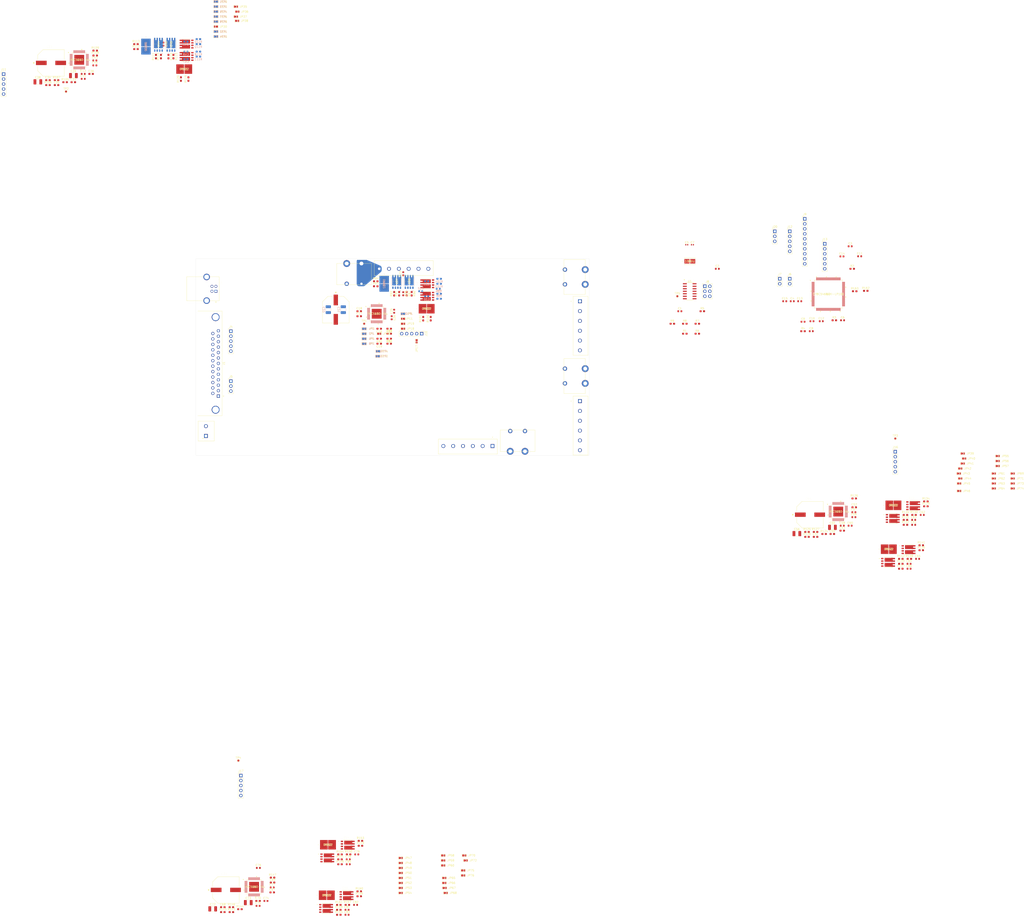
<source format=kicad_pcb>
(kicad_pcb (version 20171130) (host pcbnew 5.1.5-52549c5~84~ubuntu18.04.1)
  (layers (0 F.Cu signal) (1 GND.Cu power) (2 POWER.Cu power) (31 B.Cu mixed) (34 B.Paste user) (35 F.Paste user) (36 B.SilkS user) (37 F.SilkS user) (38 B.Mask user) (39 F.Mask user) (44 Edge.Cuts user))
  (net 0 "")
  (net 1 "Net-(C1-Pad1)")
  (net 2 GND)
  (net 3 /VCCD)
  (net 4 /VDDA)
  (net 5 /10M_XTAL1)
  (net 6 GNDA)
  (net 7 /VDDD)
  (net 8 /10M_XTAL2)
  (net 9 /DRIVE_1/VCC_IO)
  (net 10 "Net-(C17-Pad2)")
  (net 11 "Net-(C18-Pad2)")
  (net 12 "Net-(C19-Pad1)")
  (net 13 /DRIVE_1/VM)
  (net 14 "Net-(C25-Pad2)")
  (net 15 "Net-(C26-Pad1)")
  (net 16 "Net-(C26-Pad2)")
  (net 17 /DRIVE_1/CA1)
  (net 18 /DRIVE_1/BMA1)
  (net 19 /DRIVE_1/BMA2)
  (net 20 /DRIVE_1/CA2)
  (net 21 /DRIVE_1/BMB1)
  (net 22 /DRIVE_1/CB1)
  (net 23 /DRIVE_1/CB2)
  (net 24 /DRIVE_1/BMB2)
  (net 25 /DRIVE_2/VCC_IO)
  (net 26 "Net-(C34-Pad2)")
  (net 27 "Net-(C35-Pad2)")
  (net 28 "Net-(C36-Pad1)")
  (net 29 /DRIVE_2/VM)
  (net 30 "Net-(C42-Pad2)")
  (net 31 "Net-(C43-Pad1)")
  (net 32 "Net-(C43-Pad2)")
  (net 33 /DRIVE_2/CA1)
  (net 34 /DRIVE_2/BMA1)
  (net 35 /DRIVE_2/BMA2)
  (net 36 /DRIVE_2/CA2)
  (net 37 /DRIVE_2/BMB1)
  (net 38 /DRIVE_2/CB1)
  (net 39 /DRIVE_2/CB2)
  (net 40 /DRIVE_2/BMB2)
  (net 41 /DRIVE_3/VCC_IO)
  (net 42 "Net-(C51-Pad2)")
  (net 43 "Net-(C52-Pad2)")
  (net 44 "Net-(C53-Pad1)")
  (net 45 /DRIVE_3/VM)
  (net 46 "Net-(C59-Pad2)")
  (net 47 "Net-(C60-Pad1)")
  (net 48 "Net-(C60-Pad2)")
  (net 49 /DRIVE_3/CA1)
  (net 50 /DRIVE_3/BMA1)
  (net 51 /DRIVE_3/BMA2)
  (net 52 /DRIVE_3/CA2)
  (net 53 /DRIVE_3/BMB1)
  (net 54 /DRIVE_3/CB1)
  (net 55 /DRIVE_3/CB2)
  (net 56 /DRIVE_3/BMB2)
  (net 57 /DRIVE_4/VCC_IO)
  (net 58 "Net-(C68-Pad2)")
  (net 59 "Net-(C69-Pad2)")
  (net 60 "Net-(C70-Pad1)")
  (net 61 /DRIVE_4/VM)
  (net 62 "Net-(C76-Pad2)")
  (net 63 "Net-(C77-Pad1)")
  (net 64 "Net-(C77-Pad2)")
  (net 65 /DRIVE_4/CA1)
  (net 66 /DRIVE_4/BMA1)
  (net 67 /DRIVE_4/BMA2)
  (net 68 /DRIVE_4/CA2)
  (net 69 /DRIVE_4/CB1)
  (net 70 /DRIVE_4/BMB1)
  (net 71 /DRIVE_4/BMB2)
  (net 72 /DRIVE_4/CB2)
  (net 73 /~PAR_ENA)
  (net 74 /PAR_STEP1)
  (net 75 /PAR_DIR1)
  (net 76 /PAR_STEP2)
  (net 77 /PAR_DIR2)
  (net 78 /PAR_STEP3)
  (net 79 /PAR_DIR3)
  (net 80 /PAR_STEP4)
  (net 81 /PAR_DIR4)
  (net 82 "Net-(J1-Pad10)")
  (net 83 "Net-(J1-Pad11)")
  (net 84 "Net-(J1-Pad12)")
  (net 85 "Net-(J1-Pad13)")
  (net 86 "Net-(J1-Pad14)")
  (net 87 "Net-(J1-Pad15)")
  (net 88 "Net-(J1-Pad16)")
  (net 89 "Net-(J1-Pad17)")
  (net 90 /VCC_CONT)
  (net 91 /USBIO_D+)
  (net 92 /USBIO_D-)
  (net 93 /VTARG)
  (net 94 "Net-(J6-Pad1)")
  (net 95 /ATM_MISO)
  (net 96 /ATM_SCK)
  (net 97 /ATM_MOSI)
  (net 98 /~ATM_RST)
  (net 99 "Net-(J9-Pad1)")
  (net 100 "Net-(J9-Pad2)")
  (net 101 "Net-(J9-Pad3)")
  (net 102 "Net-(J9-Pad4)")
  (net 103 "Net-(J9-Pad5)")
  (net 104 "Net-(J9-Pad6)")
  (net 105 "Net-(J9-Pad7)")
  (net 106 "Net-(J9-Pad8)")
  (net 107 "Net-(J9-Pad9)")
  (net 108 "Net-(J9-Pad10)")
  (net 109 /DRIVE_1/ENC_A)
  (net 110 /DRIVE_1/ENC_B)
  (net 111 /DRIVE_1/ENC_N)
  (net 112 "Net-(J10-Pad2)")
  (net 113 /DRIVE_2/ENC_A)
  (net 114 /DRIVE_2/ENC_B)
  (net 115 /DRIVE_2/ENC_N)
  (net 116 "Net-(J11-Pad2)")
  (net 117 /RST)
  (net 118 /SWDCLK)
  (net 119 /SWDIO)
  (net 120 "Net-(J16-Pad2)")
  (net 121 /DRIVE_3/ENC_N)
  (net 122 /DRIVE_3/ENC_B)
  (net 123 /DRIVE_3/ENC_A)
  (net 124 "Net-(J17-Pad2)")
  (net 125 /DRIVE_4/ENC_N)
  (net 126 /DRIVE_4/ENC_B)
  (net 127 /DRIVE_4/ENC_A)
  (net 128 /CYP_SDA)
  (net 129 /CYP_SCL)
  (net 130 /DRIVE_1/CLK16)
  (net 131 /DRIVE_2/CLK16)
  (net 132 /DRIVE_3/CLK16)
  (net 133 /DRIVE_4/CLK16)
  (net 134 "Net-(Q1-Pad4)")
  (net 135 "Net-(Q1-Pad3)")
  (net 136 "Net-(Q1-Pad2)")
  (net 137 "Net-(Q2-Pad2)")
  (net 138 "Net-(Q2-Pad4)")
  (net 139 "Net-(Q3-Pad2)")
  (net 140 "Net-(Q3-Pad3)")
  (net 141 "Net-(Q3-Pad4)")
  (net 142 "Net-(Q4-Pad4)")
  (net 143 "Net-(Q4-Pad2)")
  (net 144 "Net-(Q5-Pad4)")
  (net 145 "Net-(Q5-Pad3)")
  (net 146 "Net-(Q5-Pad2)")
  (net 147 "Net-(Q6-Pad4)")
  (net 148 "Net-(Q6-Pad2)")
  (net 149 "Net-(Q7-Pad4)")
  (net 150 "Net-(Q7-Pad3)")
  (net 151 "Net-(Q7-Pad2)")
  (net 152 "Net-(Q8-Pad2)")
  (net 153 "Net-(Q8-Pad4)")
  (net 154 "Net-(Q9-Pad2)")
  (net 155 "Net-(Q10-Pad3)")
  (net 156 "Net-(Q9-Pad4)")
  (net 157 "Net-(Q10-Pad2)")
  (net 158 "Net-(Q10-Pad4)")
  (net 159 "Net-(Q11-Pad4)")
  (net 160 "Net-(Q11-Pad3)")
  (net 161 "Net-(Q11-Pad2)")
  (net 162 "Net-(Q12-Pad2)")
  (net 163 "Net-(Q12-Pad4)")
  (net 164 "Net-(Q13-Pad4)")
  (net 165 "Net-(Q13-Pad3)")
  (net 166 "Net-(Q13-Pad2)")
  (net 167 "Net-(Q14-Pad2)")
  (net 168 "Net-(Q14-Pad4)")
  (net 169 "Net-(Q15-Pad4)")
  (net 170 "Net-(Q15-Pad3)")
  (net 171 "Net-(Q15-Pad2)")
  (net 172 "Net-(Q16-Pad2)")
  (net 173 "Net-(Q16-Pad4)")
  (net 174 "Net-(R6-Pad2)")
  (net 175 /ATM_CS1)
  (net 176 /ATM_CS2)
  (net 177 "Net-(R7-Pad2)")
  (net 178 "Net-(R8-Pad2)")
  (net 179 /ATM_CS3)
  (net 180 /ATM_CS4)
  (net 181 "Net-(R9-Pad2)")
  (net 182 /CYP_SCK)
  (net 183 /DRIVE_1/SCK)
  (net 184 /CYP_CS1)
  (net 185 /DRIVE_1/CS)
  (net 186 /CYP_MOSI)
  (net 187 /DRIVE_1/MOSI)
  (net 188 /CYP_MISO)
  (net 189 /DRIVE_1/MISO)
  (net 190 /DRIVE_2/SCK)
  (net 191 /DRIVE_2/CS)
  (net 192 /CYP_CS2)
  (net 193 /DRIVE_2/MOSI)
  (net 194 /DRIVE_2/MISO)
  (net 195 /DRIVE_1/~DRV_ENN)
  (net 196 /~CYP_ENA_1)
  (net 197 /~ATM_ENA)
  (net 198 /~CYP_ENA_2)
  (net 199 /DRIVE_2/~DRV_ENN)
  (net 200 /DRIVE_1/REFL_STEP)
  (net 201 /CYP_STEP1)
  (net 202 /DRIVE_1/REFR_DIR)
  (net 203 /CYP_DIR1)
  (net 204 /DRIVE_2/REFL_STEP)
  (net 205 /CYP_STEP2)
  (net 206 /DRIVE_2/REFR_DIR)
  (net 207 /CYP_DIR2)
  (net 208 /DIAG_0_1)
  (net 209 /DRIVE_1/DIAG0)
  (net 210 /DRIVE_1/DIAG1)
  (net 211 /DIAG_1_1)
  (net 212 /DIAG_0_2)
  (net 213 /DRIVE_2/DIAG0)
  (net 214 /DRIVE_2/DIAG1)
  (net 215 /DIAG_1_2)
  (net 216 /DRIVE_3/SCK)
  (net 217 /DRIVE_3/CS)
  (net 218 /CYP_CS3)
  (net 219 /DRIVE_3/MOSI)
  (net 220 /DRIVE_3/MISO)
  (net 221 /DRIVE_4/SCK)
  (net 222 /CYP_CS4)
  (net 223 /DRIVE_4/CS)
  (net 224 /DRIVE_4/MOSI)
  (net 225 /DRIVE_4/MISO)
  (net 226 /DRIVE_3/~DRV_ENN)
  (net 227 /~CYP_ENA_3)
  (net 228 /~CYP_ENA_4)
  (net 229 /DRIVE_4/~DRV_ENN)
  (net 230 /CYP_STEP3)
  (net 231 /DRIVE_3/REFL_STEP)
  (net 232 /CYP_DIR3)
  (net 233 /DRIVE_3/REFR_DIR)
  (net 234 /CYP_STEP4)
  (net 235 /DRIVE_4/REFL_STEP)
  (net 236 /CYP_DIR4)
  (net 237 /DRIVE_4/REFR_DIR)
  (net 238 /DIAG_0_3)
  (net 239 /DRIVE_3/DIAG0)
  (net 240 /DRIVE_3/DIAG1)
  (net 241 /DIAG_1_3)
  (net 242 /DRIVE_4/DIAG0)
  (net 243 /DIAG_0_4)
  (net 244 /DIAG_1_4)
  (net 245 /DRIVE_4/DIAG1)
  (net 246 "Net-(R86-Pad1)")
  (net 247 "Net-(R88-Pad1)")
  (net 248 /DRIVE_1/HA1)
  (net 249 /DRIVE_1/LA1)
  (net 250 /DRIVE_1/SRAH)
  (net 251 /DRIVE_1/SRAL)
  (net 252 /DRIVE_1/HA2)
  (net 253 /DRIVE_1/LA2)
  (net 254 /DRIVE_1/HB1)
  (net 255 /DRIVE_1/LB1)
  (net 256 /DRIVE_1/SRBH)
  (net 257 /DRIVE_1/SRBL)
  (net 258 /DRIVE_1/HB2)
  (net 259 /DRIVE_1/LB2)
  (net 260 "Net-(R105-Pad1)")
  (net 261 "Net-(R107-Pad1)")
  (net 262 /DRIVE_2/HA1)
  (net 263 /DRIVE_2/LA1)
  (net 264 /DRIVE_2/SRAH)
  (net 265 /DRIVE_2/SRAL)
  (net 266 /DRIVE_2/HA2)
  (net 267 /DRIVE_2/LA2)
  (net 268 /DRIVE_2/HB1)
  (net 269 /DRIVE_2/LB1)
  (net 270 /DRIVE_2/SRBH)
  (net 271 /DRIVE_2/SRBL)
  (net 272 /DRIVE_2/HB2)
  (net 273 /DRIVE_2/LB2)
  (net 274 "Net-(R124-Pad1)")
  (net 275 "Net-(R126-Pad1)")
  (net 276 /DRIVE_3/HA1)
  (net 277 /DRIVE_3/LA1)
  (net 278 /DRIVE_3/SRAH)
  (net 279 /DRIVE_3/SRAL)
  (net 280 /DRIVE_3/HA2)
  (net 281 /DRIVE_3/LA2)
  (net 282 /DRIVE_3/HB1)
  (net 283 /DRIVE_3/LB1)
  (net 284 /DRIVE_3/SRBH)
  (net 285 /DRIVE_3/SRBL)
  (net 286 /DRIVE_3/HB2)
  (net 287 /DRIVE_3/LB2)
  (net 288 "Net-(R143-Pad1)")
  (net 289 "Net-(R145-Pad1)")
  (net 290 /DRIVE_4/HA1)
  (net 291 /DRIVE_4/LA1)
  (net 292 /DRIVE_4/SRAH)
  (net 293 /DRIVE_4/SRAL)
  (net 294 /DRIVE_4/HA2)
  (net 295 /DRIVE_4/LA2)
  (net 296 /DRIVE_4/HB1)
  (net 297 /DRIVE_4/LB1)
  (net 298 /DRIVE_4/SRBH)
  (net 299 /DRIVE_4/SRBL)
  (net 300 /DRIVE_4/HB2)
  (net 301 /DRIVE_4/LB2)
  (net 302 "Net-(U2-Pad95)")
  (net 303 "Net-(U2-Pad94)")
  (net 304 "Net-(U2-Pad93)")
  (net 305 "Net-(U2-Pad68)")
  (net 306 "Net-(U2-Pad67)")
  (net 307 "Net-(U2-Pad62)")
  (net 308 "Net-(U2-Pad61)")
  (net 309 "Net-(U2-Pad60)")
  (net 310 "Net-(U2-Pad59)")
  (net 311 "Net-(U2-Pad58)")
  (net 312 "Net-(U2-Pad57)")
  (net 313 "Net-(U2-Pad56)")
  (net 314 "Net-(U2-Pad55)")
  (net 315 "Net-(U2-Pad54)")
  (net 316 "Net-(U2-Pad53)")
  (net 317 "Net-(U2-Pad48)")
  (net 318 "Net-(U2-Pad47)")
  (net 319 "Net-(U2-Pad46)")
  (net 320 "Net-(U2-Pad45)")
  (net 321 "Net-(U2-Pad44)")
  (net 322 "Net-(U2-Pad43)")
  (net 323 "Net-(U2-Pad42)")
  (net 324 "Net-(U2-Pad41)")
  (net 325 "Net-(U2-Pad40)")
  (net 326 "Net-(U2-Pad30)")
  (net 327 "Net-(U2-Pad29)")
  (net 328 "Net-(U2-Pad19)")
  (net 329 "Net-(U2-Pad18)")
  (net 330 "Net-(U2-Pad17)")
  (net 331 "Net-(U2-Pad16)")
  (net 332 "Net-(U2-Pad11)")
  (net 333 "Net-(U2-Pad9)")
  (net 334 "Net-(U2-Pad8)")
  (net 335 "Net-(U2-Pad7)")
  (net 336 "Net-(U2-Pad6)")
  (net 337 "Net-(U2-Pad3)")
  (net 338 "Net-(U2-Pad2)")
  (net 339 "Net-(U2-Pad1)")
  (net 340 "Net-(F1-Pad3)")
  (net 341 "Net-(F2-Pad3)")
  (net 342 "Net-(F3-Pad3)")
  (net 343 "Net-(F4-Pad3)")
  (net 344 "Net-(TP5-Pad1)")
  (module CUSTOM:WSH2818R0500FEA (layer F.Cu) (at 352.289201 147.733201)
    (fp_text reference R140 (at 0 0) (layer F.SilkS))
    (fp_text value 0R022 (at 0 0) (layer F.SilkS))
    (fp_line (start 0.2032 -2.3622) (end 0.2032 2.3622) (layer F.Cu) (width 0.1524))
    (fp_line (start -0.2032 2.3622) (end -0.2032 -2.3622) (layer F.Cu) (width 0.1524))
    (pad 1 smd rect (at -2.1463 0) (size 3.7846 4.826) (layers F.Cu F.Paste F.Mask) (net 2 GND))
    (pad 2 smd rect (at 2.1463 0) (size 3.7846 4.826) (layers F.Cu F.Paste F.Mask) (net 160 "Net-(Q11-Pad3)"))
  )
  (module CUSTOM:WSH2818R0500FEA (layer F.Cu) (at 66.539201 323.773201)
    (fp_text reference R159 (at 0 0) (layer F.SilkS))
    (fp_text value 0R022 (at 0 0) (layer F.SilkS))
    (fp_line (start 0.2032 -2.3622) (end 0.2032 2.3622) (layer F.Cu) (width 0.1524))
    (fp_line (start -0.2032 2.3622) (end -0.2032 -2.3622) (layer F.Cu) (width 0.1524))
    (pad 1 smd rect (at -2.1463 0) (size 3.7846 4.826) (layers F.Cu F.Paste F.Mask) (net 2 GND))
    (pad 2 smd rect (at 2.1463 0) (size 3.7846 4.826) (layers F.Cu F.Paste F.Mask) (net 170 "Net-(Q15-Pad3)"))
  )
  (module CUSTOM:WSH2818R0500FEA (layer B.Cu) (at 95.72 12.7 270)
    (fp_text reference R95 (at 0 0 90) (layer B.SilkS) (effects (justify mirror)))
    (fp_text value 0R022 (at 0 0 90) (layer B.SilkS) (effects (justify mirror)))
    (fp_line (start 0.2032 2.3622) (end 0.2032 -2.3622) (layer B.Cu) (width 0.1524))
    (fp_line (start -0.2032 -2.3622) (end -0.2032 2.3622) (layer B.Cu) (width 0.1524))
    (pad 1 smd rect (at -2.1463 0 270) (size 3.7846 4.826) (layers B.Cu B.Paste B.Mask) (net 2 GND))
    (pad 2 smd rect (at 2.1463 0 270) (size 3.7846 4.826) (layers B.Cu B.Paste B.Mask) (net 135 "Net-(Q1-Pad3)"))
  )
  (module CUSTOM:WSH2818R0500FEA (layer F.Cu) (at 117.31 25.4)
    (fp_text reference R102 (at 0 0) (layer F.SilkS))
    (fp_text value 0R022 (at 0 0) (layer F.SilkS))
    (fp_line (start 0.2032 -2.3622) (end 0.2032 2.3622) (layer F.Cu) (width 0.1524))
    (fp_line (start -0.2032 2.3622) (end -0.2032 -2.3622) (layer F.Cu) (width 0.1524))
    (pad 1 smd rect (at -2.1463 0) (size 3.7846 4.826) (layers F.Cu F.Paste F.Mask) (net 2 GND))
    (pad 2 smd rect (at 2.1463 0) (size 3.7846 4.826) (layers F.Cu F.Paste F.Mask) (net 140 "Net-(Q3-Pad3)"))
  )
  (module CUSTOM:WSH2818R0500FEA (layer B.Cu) (at -25.4 -107.95 270)
    (fp_text reference R114 (at 0 0 90) (layer B.SilkS) (effects (justify mirror)))
    (fp_text value 0R022 (at 0 0 90) (layer B.SilkS) (effects (justify mirror)))
    (fp_line (start 0.2032 2.3622) (end 0.2032 -2.3622) (layer B.Cu) (width 0.1524))
    (fp_line (start -0.2032 -2.3622) (end -0.2032 2.3622) (layer B.Cu) (width 0.1524))
    (pad 1 smd rect (at -2.1463 0 270) (size 3.7846 4.826) (layers B.Cu B.Paste B.Mask) (net 2 GND))
    (pad 2 smd rect (at 2.1463 0 270) (size 3.7846 4.826) (layers B.Cu B.Paste B.Mask) (net 145 "Net-(Q5-Pad3)"))
  )
  (module CUSTOM:WSH2818R0500FEA (layer F.Cu) (at -5.9563 -96.52)
    (fp_text reference R121 (at 0 0) (layer F.SilkS))
    (fp_text value 0R022 (at 0 0) (layer F.SilkS))
    (fp_line (start 0.2032 -2.3622) (end 0.2032 2.3622) (layer F.Cu) (width 0.1524))
    (fp_line (start -0.2032 2.3622) (end -0.2032 -2.3622) (layer F.Cu) (width 0.1524))
    (pad 1 smd rect (at -2.1463 0) (size 3.7846 4.826) (layers F.Cu F.Paste F.Mask) (net 2 GND))
    (pad 2 smd rect (at 2.1463 0) (size 3.7846 4.826) (layers F.Cu F.Paste F.Mask) (net 150 "Net-(Q7-Pad3)"))
  )
  (module CUSTOM:WSH2818R0500FEA (layer F.Cu) (at 354.649201 125.403201)
    (fp_text reference R133 (at 0 0) (layer F.SilkS))
    (fp_text value 0R022 (at 0 0) (layer F.SilkS))
    (fp_line (start 0.2032 -2.3622) (end 0.2032 2.3622) (layer F.Cu) (width 0.1524))
    (fp_line (start -0.2032 2.3622) (end -0.2032 -2.3622) (layer F.Cu) (width 0.1524))
    (pad 1 smd rect (at -2.1463 0) (size 3.7846 4.826) (layers F.Cu F.Paste F.Mask) (net 2 GND))
    (pad 2 smd rect (at 2.1463 0) (size 3.7846 4.826) (layers F.Cu F.Paste F.Mask) (net 155 "Net-(Q10-Pad3)"))
  )
  (module CUSTOM:WSH2818R0500FEA (layer F.Cu) (at 67.149201 298.083201)
    (fp_text reference R152 (at 0 0) (layer F.SilkS))
    (fp_text value 0R022 (at 0 0) (layer F.SilkS))
    (fp_line (start 0.2032 -2.3622) (end 0.2032 2.3622) (layer F.Cu) (width 0.1524))
    (fp_line (start -0.2032 2.3622) (end -0.2032 -2.3622) (layer F.Cu) (width 0.1524))
    (pad 1 smd rect (at -2.1463 0) (size 3.7846 4.826) (layers F.Cu F.Paste F.Mask) (net 2 GND))
    (pad 2 smd rect (at 2.1463 0) (size 3.7846 4.826) (layers F.Cu F.Paste F.Mask) (net 165 "Net-(Q13-Pad3)"))
  )
  (module Capacitor_SMD:C_0603_1608Metric (layer F.Cu) (at 246.05 26.67)
    (fp_text reference C1 (at 0 -1.43) (layer F.SilkS))
    (fp_text value 10u)
    (pad 2 smd roundrect (at 0.7875 0) (size 0.875 0.95) (layers F.Cu F.Paste F.Mask) (net 2 GND))
    (pad 1 smd roundrect (at -0.7875 0) (size 0.875 0.95) (layers F.Cu F.Paste F.Mask) (net 1 "Net-(C1-Pad1)"))
  )
  (module Capacitor_SMD:C_0603_1608Metric (layer F.Cu) (at 265.1 5.08)
    (fp_text reference C2 (at 0 -1.43) (layer F.SilkS))
    (fp_text value 100n)
    (pad 2 smd roundrect (at 0.7875 0) (size 0.875 0.95) (layers F.Cu F.Paste F.Mask) (net 2 GND))
    (pad 1 smd roundrect (at -0.7875 0) (size 0.875 0.95) (layers F.Cu F.Paste F.Mask) (net 1 "Net-(C1-Pad1)"))
  )
  (module Capacitor_SMD:C_0603_1608Metric (layer F.Cu) (at 332.645001 -6.364999)
    (fp_text reference C3 (at 0 -1.43) (layer F.SilkS))
    (fp_text value 1u)
    (pad 2 smd roundrect (at 0.7875 0) (size 0.875 0.95) (layers F.Cu F.Paste F.Mask) (net 2 GND))
    (pad 1 smd roundrect (at -0.7875 0) (size 0.875 0.95) (layers F.Cu F.Paste F.Mask) (net 3 /VCCD))
  )
  (module Capacitor_SMD:C_0603_1608Metric (layer F.Cu) (at 303.2 21.59)
    (fp_text reference C4 (at 0 -1.43) (layer F.SilkS))
    (fp_text value 1u)
    (pad 2 smd roundrect (at 0.7875 0) (size 0.875 0.95) (layers F.Cu F.Paste F.Mask) (net 2 GND))
    (pad 1 smd roundrect (at -0.7875 0) (size 0.875 0.95) (layers F.Cu F.Paste F.Mask) (net 4 /VDDA))
  )
  (module Capacitor_SMD:C_0402_1005Metric (layer F.Cu) (at 249.545001 -7.144999)
    (fp_text reference C5 (at 0 -1.17) (layer F.SilkS))
    (fp_text value 22p)
    (pad 2 smd roundrect (at 0.485 0) (size 0.59 0.64) (layers F.Cu F.Paste F.Mask) (net 2 GND))
    (pad 1 smd roundrect (at -0.485 0) (size 0.59 0.64) (layers F.Cu F.Paste F.Mask) (net 5 /10M_XTAL1))
  )
  (module Capacitor_SMD:C_0603_1608Metric (layer F.Cu) (at 328.785001 31.285001)
    (fp_text reference C6 (at 0 -1.43) (layer F.SilkS))
    (fp_text value 1u)
    (pad 2 smd roundrect (at 0.7875 0) (size 0.875 0.95) (layers F.Cu F.Paste F.Mask) (net 6 GNDA))
    (pad 1 smd roundrect (at -0.7875 0) (size 0.875 0.95) (layers F.Cu F.Paste F.Mask) (net 7 /VDDD))
  )
  (module Capacitor_SMD:C_0402_1005Metric (layer F.Cu) (at 252.455001 -7.144999)
    (fp_text reference C7 (at 0 -1.17) (layer F.SilkS))
    (fp_text value 22p)
    (pad 2 smd roundrect (at 0.485 0) (size 0.59 0.64) (layers F.Cu F.Paste F.Mask) (net 2 GND))
    (pad 1 smd roundrect (at -0.485 0) (size 0.59 0.64) (layers F.Cu F.Paste F.Mask) (net 8 /10M_XTAL2))
  )
  (module Capacitor_SMD:C_0603_1608Metric (layer F.Cu) (at 312.8775 36.83)
    (fp_text reference C8 (at 0 -1.43) (layer F.SilkS))
    (fp_text value 100n)
    (pad 2 smd roundrect (at 0.7875 0) (size 0.875 0.95) (layers F.Cu F.Paste F.Mask) (net 2 GND))
    (pad 1 smd roundrect (at -0.7875 0) (size 0.875 0.95) (layers F.Cu F.Paste F.Mask) (net 7 /VDDD))
  )
  (module Capacitor_SMD:C_0603_1608Metric (layer F.Cu) (at 308.675001 32.005001)
    (fp_text reference C9 (at 0 -1.43) (layer F.SilkS))
    (fp_text value 100n)
    (pad 2 smd roundrect (at 0.7875 0) (size 0.875 0.95) (layers F.Cu F.Paste F.Mask) (net 2 GND))
    (pad 1 smd roundrect (at -0.7875 0) (size 0.875 0.95) (layers F.Cu F.Paste F.Mask) (net 7 /VDDD))
  )
  (module Capacitor_SMD:C_0603_1608Metric (layer F.Cu) (at 313.225001 31.75)
    (fp_text reference C10 (at 0 -1.43) (layer F.SilkS))
    (fp_text value 100n)
    (pad 2 smd roundrect (at 0.7875 0) (size 0.875 0.95) (layers F.Cu F.Paste F.Mask) (net 2 GND))
    (pad 1 smd roundrect (at -0.7875 0) (size 0.875 0.95) (layers F.Cu F.Paste F.Mask) (net 7 /VDDD))
  )
  (module Capacitor_SMD:C_0603_1608Metric (layer F.Cu) (at 337.49 -1.27)
    (fp_text reference C11 (at 0 -1.43) (layer F.SilkS))
    (fp_text value 100n)
    (pad 2 smd roundrect (at 0.7875 0) (size 0.875 0.95) (layers F.Cu F.Paste F.Mask) (net 2 GND))
    (pad 1 smd roundrect (at -0.7875 0) (size 0.875 0.95) (layers F.Cu F.Paste F.Mask) (net 7 /VDDD))
  )
  (module Capacitor_SMD:C_0603_1608Metric (layer F.Cu) (at 317.9575 31.75)
    (fp_text reference C12 (at 0 -1.43) (layer F.SilkS))
    (fp_text value 1u)
    (pad 2 smd roundrect (at 0.7875 0) (size 0.875 0.95) (layers F.Cu F.Paste F.Mask) (net 6 GNDA))
    (pad 1 smd roundrect (at -0.7875 0) (size 0.875 0.95) (layers F.Cu F.Paste F.Mask) (net 4 /VDDA))
  )
  (module Capacitor_SMD:C_0603_1608Metric (layer F.Cu) (at 307.01 21.59)
    (fp_text reference C13 (at 0 -1.43) (layer F.SilkS))
    (fp_text value 100n)
    (pad 2 smd roundrect (at 0.7875 0) (size 0.875 0.95) (layers F.Cu F.Paste F.Mask) (net 2 GND))
    (pad 1 smd roundrect (at -0.7875 0) (size 0.875 0.95) (layers F.Cu F.Paste F.Mask) (net 7 /VDDD))
  )
  (module Capacitor_SMD:C_0603_1608Metric (layer F.Cu) (at 328.475001 -1.204999)
    (fp_text reference C14 (at 0 -1.43) (layer F.SilkS))
    (fp_text value 100n)
    (pad 2 smd roundrect (at 0.7875 0) (size 0.875 0.95) (layers F.Cu F.Paste F.Mask) (net 6 GNDA))
    (pad 1 smd roundrect (at -0.7875 0) (size 0.875 0.95) (layers F.Cu F.Paste F.Mask) (net 4 /VDDA))
  )
  (module Capacitor_SMD:C_0603_1608Metric (layer F.Cu) (at 299.39 21.59)
    (fp_text reference C15 (at 0 -1.43) (layer F.SilkS))
    (fp_text value 100n)
    (pad 2 smd roundrect (at 0.7875 0) (size 0.875 0.95) (layers F.Cu F.Paste F.Mask) (net 2 GND))
    (pad 1 smd roundrect (at -0.7875 0) (size 0.875 0.95) (layers F.Cu F.Paste F.Mask) (net 7 /VDDD))
  )
  (module Capacitor_SMD:C_0603_1608Metric_Pad1.05x0.95mm_HandSolder (layer F.Cu) (at 83.02 29.21)
    (fp_text reference C17 (at 0 -1.43) (layer F.SilkS))
    (fp_text value 2u2)
    (pad 2 smd roundrect (at 0.875 0) (size 1.05 0.95) (layers F.Cu F.Paste F.Mask) (net 10 "Net-(C17-Pad2)"))
    (pad 1 smd roundrect (at -0.875 0) (size 1.05 0.95) (layers F.Cu F.Paste F.Mask) (net 2 GND))
  )
  (module Capacitor_SMD:C_0603_1608Metric_Pad1.05x0.95mm_HandSolder (layer F.Cu) (at 83.02 26.67)
    (fp_text reference C18 (at 0 -1.43) (layer F.SilkS))
    (fp_text value 2u2)
    (pad 2 smd roundrect (at 0.875 0) (size 1.05 0.95) (layers F.Cu F.Paste F.Mask) (net 11 "Net-(C18-Pad2)"))
    (pad 1 smd roundrect (at -0.875 0) (size 1.05 0.95) (layers F.Cu F.Paste F.Mask) (net 2 GND))
  )
  (module CUSTOM:CAPAE1350X1400N_EEVFK1J151Q (layer F.Cu) (at 71.12 25.87 270)
    (fp_text reference C20 (at -0.825 -8.135 90) (layer F.SilkS) (effects (font (thickness 0.015))))
    (fp_text value "150u 80V")
    (pad 1 smd rect (at -4.925 0 270) (size 5.46 2.21) (layers F.Cu F.Paste F.Mask) (net 13 /DRIVE_1/VM))
    (pad 2 smd rect (at 4.925 0 270) (size 5.46 2.21) (layers F.Cu F.Paste F.Mask) (net 2 GND))
  )
  (module Capacitor_SMD:C_1210_3225Metric_Pad1.42x2.65mm_HandSolder (layer B.Cu) (at 74.93 25.87 270)
    (fp_text reference C21 (at 0 2.28 90) (layer B.SilkS) (effects (justify mirror)))
    (fp_text value 10u)
    (pad 2 smd roundrect (at 1.4875 0 270) (size 1.425 2.65) (layers B.Cu B.Paste B.Mask) (roundrect_rratio 0.175439) (net 2 GND))
    (pad 1 smd roundrect (at -1.4875 0 270) (size 1.425 2.65) (layers B.Cu B.Paste B.Mask) (roundrect_rratio 0.175439) (net 13 /DRIVE_1/VM))
  )
  (module Capacitor_SMD:C_1210_3225Metric_Pad1.42x2.65mm_HandSolder (layer B.Cu) (at 67.31 25.87 270)
    (fp_text reference C22 (at 0 2.28 90) (layer B.SilkS) (effects (justify mirror)))
    (fp_text value 10u)
    (pad 2 smd roundrect (at 1.4875 0 270) (size 1.425 2.65) (layers B.Cu B.Paste B.Mask) (roundrect_rratio 0.175439) (net 2 GND))
    (pad 1 smd roundrect (at -1.4875 0 270) (size 1.425 2.65) (layers B.Cu B.Paste B.Mask) (roundrect_rratio 0.175439) (net 13 /DRIVE_1/VM))
  )
  (module Capacitor_SMD:C_0603_1608Metric (layer F.Cu) (at 105.41 7.62 90)
    (fp_text reference C23 (at 0 -1.43 90) (layer F.SilkS))
    (fp_text value 100n)
    (pad 2 smd roundrect (at 0.7875 0 90) (size 0.875 0.95) (layers F.Cu F.Paste F.Mask) (net 2 GND))
    (pad 1 smd roundrect (at -0.7875 0 90) (size 0.875 0.95) (layers F.Cu F.Paste F.Mask) (net 13 /DRIVE_1/VM))
  )
  (module Capacitor_SMD:C_0603_1608Metric (layer B.Cu) (at 123.19 15.24)
    (fp_text reference C24 (at 0 1.43) (layer B.SilkS) (effects (justify mirror)))
    (fp_text value 100n)
    (pad 2 smd roundrect (at 0.7875 0) (size 0.875 0.95) (layers B.Cu B.Paste B.Mask) (net 2 GND))
    (pad 1 smd roundrect (at -0.7875 0) (size 0.875 0.95) (layers B.Cu B.Paste B.Mask) (net 13 /DRIVE_1/VM))
  )
  (module Capacitor_SMD:C_0603_1608Metric (layer F.Cu) (at 100.8 26.67 90)
    (fp_text reference C25 (at 0 -1.43 90) (layer F.SilkS))
    (fp_text value 100n)
    (pad 2 smd roundrect (at 0.7875 0 90) (size 0.875 0.95) (layers F.Cu F.Paste F.Mask) (net 14 "Net-(C25-Pad2)"))
    (pad 1 smd roundrect (at -0.7875 0 90) (size 0.875 0.95) (layers F.Cu F.Paste F.Mask) (net 13 /DRIVE_1/VM))
  )
  (module Capacitor_SMD:C_0603_1608Metric (layer F.Cu) (at 99.53 29.9975 270)
    (fp_text reference C26 (at 0 -1.43 90) (layer F.SilkS))
    (fp_text value 22n)
    (pad 2 smd roundrect (at 0.7875 0 270) (size 0.875 0.95) (layers F.Cu F.Paste F.Mask) (net 16 "Net-(C26-Pad2)"))
    (pad 1 smd roundrect (at -0.7875 0 270) (size 0.875 0.95) (layers F.Cu F.Paste F.Mask) (net 15 "Net-(C26-Pad1)"))
  )
  (module Capacitor_SMD:C_0603_1608Metric (layer F.Cu) (at 100.8 11.43 270)
    (fp_text reference C27 (at 0 -1.43 90) (layer F.SilkS))
    (fp_text value 220n)
    (pad 2 smd roundrect (at 0.7875 0 270) (size 0.875 0.95) (layers F.Cu F.Paste F.Mask) (net 17 /DRIVE_1/CA1))
    (pad 1 smd roundrect (at -0.7875 0 270) (size 0.875 0.95) (layers F.Cu F.Paste F.Mask) (net 18 /DRIVE_1/BMA1))
  )
  (module Capacitor_SMD:C_0603_1608Metric (layer F.Cu) (at 107.15 11.43 270)
    (fp_text reference C28 (at 0 -1.43 90) (layer F.SilkS))
    (fp_text value 220n)
    (pad 2 smd roundrect (at 0.7875 0 270) (size 0.875 0.95) (layers F.Cu F.Paste F.Mask) (net 20 /DRIVE_1/CA2))
    (pad 1 smd roundrect (at -0.7875 0 270) (size 0.875 0.95) (layers F.Cu F.Paste F.Mask) (net 19 /DRIVE_1/BMA2))
  )
  (module Capacitor_SMD:C_0603_1608Metric (layer F.Cu) (at 105.41 17.78 270)
    (fp_text reference C29 (at 0 -1.43 270) (layer F.SilkS))
    (fp_text value 470n)
    (pad 2 smd roundrect (at 0.7875 0 270) (size 0.875 0.95) (layers F.Cu F.Paste F.Mask) (net 2 GND))
    (pad 1 smd roundrect (at -0.7875 0 270) (size 0.875 0.95) (layers F.Cu F.Paste F.Mask) (net 13 /DRIVE_1/VM))
  )
  (module Capacitor_SMD:C_0603_1608Metric (layer B.Cu) (at 117.31 19.05)
    (fp_text reference C30 (at 0 1.43) (layer B.SilkS) (effects (justify mirror)))
    (fp_text value 220n)
    (pad 2 smd roundrect (at 0.7875 0) (size 0.875 0.95) (layers B.Cu B.Paste B.Mask) (net 22 /DRIVE_1/CB1))
    (pad 1 smd roundrect (at -0.7875 0) (size 0.875 0.95) (layers B.Cu B.Paste B.Mask) (net 21 /DRIVE_1/BMB1))
  )
  (module Capacitor_SMD:C_0603_1608Metric (layer B.Cu) (at 117.31 11.43)
    (fp_text reference C31 (at 0 1.43) (layer B.SilkS) (effects (justify mirror)))
    (fp_text value 220n)
    (pad 2 smd roundrect (at 0.7875 0) (size 0.875 0.95) (layers B.Cu B.Paste B.Mask) (net 23 /DRIVE_1/CB2))
    (pad 1 smd roundrect (at -0.7875 0) (size 0.875 0.95) (layers B.Cu B.Paste B.Mask) (net 24 /DRIVE_1/BMB2))
  )
  (module Capacitor_SMD:C_0603_1608Metric (layer B.Cu) (at 114.3 16.51 180)
    (fp_text reference C32 (at 0 1.43) (layer B.SilkS) (effects (justify mirror)))
    (fp_text value 470n)
    (pad 2 smd roundrect (at 0.7875 0 180) (size 0.875 0.95) (layers B.Cu B.Paste B.Mask) (net 2 GND))
    (pad 1 smd roundrect (at -0.7875 0 180) (size 0.875 0.95) (layers B.Cu B.Paste B.Mask) (net 13 /DRIVE_1/VM))
  )
  (module Capacitor_SMD:C_0603_1608Metric_Pad1.05x0.95mm_HandSolder (layer F.Cu) (at -75.214999 -90.874999)
    (fp_text reference C34 (at 0 -1.43) (layer F.SilkS))
    (fp_text value 2u2)
    (pad 2 smd roundrect (at 0.875 0) (size 1.05 0.95) (layers F.Cu F.Paste F.Mask) (net 26 "Net-(C34-Pad2)"))
    (pad 1 smd roundrect (at -0.875 0) (size 1.05 0.95) (layers F.Cu F.Paste F.Mask) (net 2 GND))
  )
  (module Capacitor_SMD:C_0603_1608Metric_Pad1.05x0.95mm_HandSolder (layer F.Cu) (at -70.864999 -88.364999)
    (fp_text reference C35 (at 0 -1.43) (layer F.SilkS))
    (fp_text value 2u2)
    (pad 2 smd roundrect (at 0.875 0) (size 1.05 0.95) (layers F.Cu F.Paste F.Mask) (net 27 "Net-(C35-Pad2)"))
    (pad 1 smd roundrect (at -0.875 0) (size 1.05 0.95) (layers F.Cu F.Paste F.Mask) (net 2 GND))
  )
  (module CUSTOM:CAPAE1350X1400N_EEVFK1J151Q (layer F.Cu) (at -73.689999 -99.654999)
    (fp_text reference C37 (at -0.825 -8.135) (layer F.SilkS) (effects (font (thickness 0.015))))
    (fp_text value "150u 80V")
    (pad 1 smd rect (at -4.925 0) (size 5.46 2.21) (layers F.Cu F.Paste F.Mask) (net 29 /DRIVE_2/VM))
    (pad 2 smd rect (at 4.925 0) (size 5.46 2.21) (layers F.Cu F.Paste F.Mask) (net 2 GND))
  )
  (module Capacitor_SMD:C_1210_3225Metric_Pad1.42x2.65mm_HandSolder (layer F.Cu) (at -80.364999 -90.024999)
    (fp_text reference C38 (at 0 -2.28) (layer F.SilkS))
    (fp_text value 10u)
    (pad 2 smd roundrect (at 1.4875 0) (size 1.425 2.65) (layers F.Cu F.Paste F.Mask) (roundrect_rratio 0.175439) (net 2 GND))
    (pad 1 smd roundrect (at -1.4875 0) (size 1.425 2.65) (layers F.Cu F.Paste F.Mask) (roundrect_rratio 0.175439) (net 29 /DRIVE_2/VM))
  )
  (module Capacitor_SMD:C_1210_3225Metric_Pad1.42x2.65mm_HandSolder (layer F.Cu) (at -62.284999 -93.204999)
    (fp_text reference C39 (at 0 -2.28) (layer F.SilkS))
    (fp_text value 10u)
    (pad 2 smd roundrect (at 1.4875 0) (size 1.425 2.65) (layers F.Cu F.Paste F.Mask) (roundrect_rratio 0.175439) (net 2 GND))
    (pad 1 smd roundrect (at -1.4875 0) (size 1.425 2.65) (layers F.Cu F.Paste F.Mask) (roundrect_rratio 0.175439) (net 29 /DRIVE_2/VM))
  )
  (module Capacitor_SMD:C_0603_1608Metric (layer F.Cu) (at -51.384999 -98.394999)
    (fp_text reference C40 (at 0 -1.43) (layer F.SilkS))
    (fp_text value 100n)
    (pad 2 smd roundrect (at 0.7875 0) (size 0.875 0.95) (layers F.Cu F.Paste F.Mask) (net 2 GND))
    (pad 1 smd roundrect (at -0.7875 0) (size 0.875 0.95) (layers F.Cu F.Paste F.Mask) (net 29 /DRIVE_2/VM))
  )
  (module Capacitor_SMD:C_0603_1608Metric (layer F.Cu) (at -57.304999 -91.544999)
    (fp_text reference C41 (at 0 -1.43) (layer F.SilkS))
    (fp_text value 100n)
    (pad 2 smd roundrect (at 0.7875 0) (size 0.875 0.95) (layers F.Cu F.Paste F.Mask) (net 2 GND))
    (pad 1 smd roundrect (at -0.7875 0) (size 0.875 0.95) (layers F.Cu F.Paste F.Mask) (net 29 /DRIVE_2/VM))
  )
  (module Capacitor_SMD:C_0603_1608Metric (layer F.Cu) (at -57.304999 -94.054999)
    (fp_text reference C42 (at 0 -1.43) (layer F.SilkS))
    (fp_text value 100n)
    (pad 2 smd roundrect (at 0.7875 0) (size 0.875 0.95) (layers F.Cu F.Paste F.Mask) (net 30 "Net-(C42-Pad2)"))
    (pad 1 smd roundrect (at -0.7875 0) (size 0.875 0.95) (layers F.Cu F.Paste F.Mask) (net 29 /DRIVE_2/VM))
  )
  (module Capacitor_SMD:C_0603_1608Metric (layer F.Cu) (at -51.384999 -100.904999)
    (fp_text reference C43 (at 0 -1.43) (layer F.SilkS))
    (fp_text value 22n)
    (pad 2 smd roundrect (at 0.7875 0) (size 0.875 0.95) (layers F.Cu F.Paste F.Mask) (net 32 "Net-(C43-Pad2)"))
    (pad 1 smd roundrect (at -0.7875 0) (size 0.875 0.95) (layers F.Cu F.Paste F.Mask) (net 31 "Net-(C43-Pad1)"))
  )
  (module Capacitor_SMD:C_0603_1608Metric (layer F.Cu) (at -20.32 -109.22 270)
    (fp_text reference C44 (at 0 -1.43 90) (layer F.SilkS))
    (fp_text value 220n)
    (pad 2 smd roundrect (at 0.7875 0 270) (size 0.875 0.95) (layers F.Cu F.Paste F.Mask) (net 33 /DRIVE_2/CA1))
    (pad 1 smd roundrect (at -0.7875 0 270) (size 0.875 0.95) (layers F.Cu F.Paste F.Mask) (net 34 /DRIVE_2/BMA1))
  )
  (module Capacitor_SMD:C_0603_1608Metric (layer F.Cu) (at -13.97 -109.22 270)
    (fp_text reference C45 (at 0 -1.43 90) (layer F.SilkS))
    (fp_text value 220n)
    (pad 2 smd roundrect (at 0.7875 0 270) (size 0.875 0.95) (layers F.Cu F.Paste F.Mask) (net 36 /DRIVE_2/CA2))
    (pad 1 smd roundrect (at -0.7875 0 270) (size 0.875 0.95) (layers F.Cu F.Paste F.Mask) (net 35 /DRIVE_2/BMA2))
  )
  (module Capacitor_SMD:C_0603_1608Metric (layer F.Cu) (at -16.51 -109.22 270)
    (fp_text reference C46 (at 0 -1.43 90) (layer F.SilkS))
    (fp_text value 470n)
    (pad 2 smd roundrect (at 0.7875 0 270) (size 0.875 0.95) (layers F.Cu F.Paste F.Mask) (net 2 GND))
    (pad 1 smd roundrect (at -0.7875 0 270) (size 0.875 0.95) (layers F.Cu F.Paste F.Mask) (net 29 /DRIVE_2/VM))
  )
  (module Capacitor_SMD:C_0603_1608Metric (layer B.Cu) (at -5.08 -101.6)
    (fp_text reference C47 (at 0 1.43) (layer B.SilkS) (effects (justify mirror)))
    (fp_text value 220n)
    (pad 2 smd roundrect (at 0.7875 0) (size 0.875 0.95) (layers B.Cu B.Paste B.Mask) (net 38 /DRIVE_2/CB1))
    (pad 1 smd roundrect (at -0.7875 0) (size 0.875 0.95) (layers B.Cu B.Paste B.Mask) (net 37 /DRIVE_2/BMB1))
  )
  (module Capacitor_SMD:C_0603_1608Metric (layer B.Cu) (at -5.08 -110.49)
    (fp_text reference C48 (at 0 1.43) (layer B.SilkS) (effects (justify mirror)))
    (fp_text value 220n)
    (pad 2 smd roundrect (at 0.7875 0) (size 0.875 0.95) (layers B.Cu B.Paste B.Mask) (net 39 /DRIVE_2/CB2))
    (pad 1 smd roundrect (at -0.7875 0) (size 0.875 0.95) (layers B.Cu B.Paste B.Mask) (net 40 /DRIVE_2/BMB2))
  )
  (module Capacitor_SMD:C_0603_1608Metric (layer B.Cu) (at -5.08 -105.41)
    (fp_text reference C49 (at 0 1.43) (layer B.SilkS) (effects (justify mirror)))
    (fp_text value 470n)
    (pad 2 smd roundrect (at 0.7875 0) (size 0.875 0.95) (layers B.Cu B.Paste B.Mask) (net 2 GND))
    (pad 1 smd roundrect (at -0.7875 0) (size 0.875 0.95) (layers B.Cu B.Paste B.Mask) (net 29 /DRIVE_2/VM))
  )
  (module Capacitor_SMD:C_0603_1608Metric_Pad1.05x0.95mm_HandSolder (layer F.Cu) (at 315.055001 141.465001)
    (fp_text reference C51 (at 0 -1.43) (layer F.SilkS))
    (fp_text value 2u2)
    (pad 2 smd roundrect (at 0.875 0) (size 1.05 0.95) (layers F.Cu F.Paste F.Mask) (net 42 "Net-(C51-Pad2)"))
    (pad 1 smd roundrect (at -0.875 0) (size 1.05 0.95) (layers F.Cu F.Paste F.Mask) (net 2 GND))
  )
  (module Capacitor_SMD:C_0603_1608Metric_Pad1.05x0.95mm_HandSolder (layer F.Cu) (at 334.705001 126.415001)
    (fp_text reference C52 (at 0 -1.43) (layer F.SilkS))
    (fp_text value 2u2)
    (pad 2 smd roundrect (at 0.875 0) (size 1.05 0.95) (layers F.Cu F.Paste F.Mask) (net 43 "Net-(C52-Pad2)"))
    (pad 1 smd roundrect (at -0.875 0) (size 1.05 0.95) (layers F.Cu F.Paste F.Mask) (net 2 GND))
  )
  (module CUSTOM:CAPAE1350X1400N_EEVFK1J151Q (layer F.Cu) (at 312.230001 130.175001)
    (fp_text reference C54 (at -0.825 -8.135) (layer F.SilkS) (effects (font (thickness 0.015))))
    (fp_text value "150u 80V")
    (pad 1 smd rect (at -4.925 0) (size 5.46 2.21) (layers F.Cu F.Paste F.Mask) (net 45 /DRIVE_3/VM))
    (pad 2 smd rect (at 4.925 0) (size 5.46 2.21) (layers F.Cu F.Paste F.Mask) (net 2 GND))
  )
  (module Capacitor_SMD:C_1210_3225Metric_Pad1.42x2.65mm_HandSolder (layer F.Cu) (at 323.635001 136.625001)
    (fp_text reference C55 (at 0 -2.28) (layer F.SilkS))
    (fp_text value 10u)
    (pad 2 smd roundrect (at 1.4875 0) (size 1.425 2.65) (layers F.Cu F.Paste F.Mask) (roundrect_rratio 0.175439) (net 2 GND))
    (pad 1 smd roundrect (at -1.4875 0) (size 1.425 2.65) (layers F.Cu F.Paste F.Mask) (roundrect_rratio 0.175439) (net 45 /DRIVE_3/VM))
  )
  (module Capacitor_SMD:C_1210_3225Metric_Pad1.42x2.65mm_HandSolder (layer F.Cu) (at 305.555001 139.805001)
    (fp_text reference C56 (at 0 -2.28) (layer F.SilkS))
    (fp_text value 10u)
    (pad 2 smd roundrect (at 1.4875 0) (size 1.425 2.65) (layers F.Cu F.Paste F.Mask) (roundrect_rratio 0.175439) (net 2 GND))
    (pad 1 smd roundrect (at -1.4875 0) (size 1.425 2.65) (layers F.Cu F.Paste F.Mask) (roundrect_rratio 0.175439) (net 45 /DRIVE_3/VM))
  )
  (module Capacitor_SMD:C_0603_1608Metric (layer F.Cu) (at 334.535001 128.925001)
    (fp_text reference C57 (at 0 -1.43) (layer F.SilkS))
    (fp_text value 100n)
    (pad 2 smd roundrect (at 0.7875 0) (size 0.875 0.95) (layers F.Cu F.Paste F.Mask) (net 2 GND))
    (pad 1 smd roundrect (at -0.7875 0) (size 0.875 0.95) (layers F.Cu F.Paste F.Mask) (net 45 /DRIVE_3/VM))
  )
  (module Capacitor_SMD:C_0603_1608Metric (layer F.Cu) (at 328.615001 135.775001)
    (fp_text reference C58 (at 0 -1.43) (layer F.SilkS))
    (fp_text value 100n)
    (pad 2 smd roundrect (at 0.7875 0) (size 0.875 0.95) (layers F.Cu F.Paste F.Mask) (net 2 GND))
    (pad 1 smd roundrect (at -0.7875 0) (size 0.875 0.95) (layers F.Cu F.Paste F.Mask) (net 45 /DRIVE_3/VM))
  )
  (module Capacitor_SMD:C_0603_1608Metric (layer F.Cu) (at 334.535001 131.435001)
    (fp_text reference C59 (at 0 -1.43) (layer F.SilkS))
    (fp_text value 100n)
    (pad 2 smd roundrect (at 0.7875 0) (size 0.875 0.95) (layers F.Cu F.Paste F.Mask) (net 46 "Net-(C59-Pad2)"))
    (pad 1 smd roundrect (at -0.7875 0) (size 0.875 0.95) (layers F.Cu F.Paste F.Mask) (net 45 /DRIVE_3/VM))
  )
  (module Capacitor_SMD:C_0603_1608Metric (layer F.Cu) (at 332.625001 135.775001)
    (fp_text reference C60 (at 0 -1.43) (layer F.SilkS))
    (fp_text value 22n)
    (pad 2 smd roundrect (at 0.7875 0) (size 0.875 0.95) (layers F.Cu F.Paste F.Mask) (net 48 "Net-(C60-Pad2)"))
    (pad 1 smd roundrect (at -0.7875 0) (size 0.875 0.95) (layers F.Cu F.Paste F.Mask) (net 47 "Net-(C60-Pad1)"))
  )
  (module Capacitor_SMD:C_0603_1608Metric (layer F.Cu) (at 364.945001 135.335001)
    (fp_text reference C61 (at 0 -1.43) (layer F.SilkS))
    (fp_text value 220n)
    (pad 2 smd roundrect (at 0.7875 0) (size 0.875 0.95) (layers F.Cu F.Paste F.Mask) (net 49 /DRIVE_3/CA1))
    (pad 1 smd roundrect (at -0.7875 0) (size 0.875 0.95) (layers F.Cu F.Paste F.Mask) (net 50 /DRIVE_3/BMA1))
  )
  (module Capacitor_SMD:C_0603_1608Metric (layer F.Cu) (at 369.295001 130.315001)
    (fp_text reference C62 (at 0 -1.43) (layer F.SilkS))
    (fp_text value 220n)
    (pad 2 smd roundrect (at 0.7875 0) (size 0.875 0.95) (layers F.Cu F.Paste F.Mask) (net 52 /DRIVE_3/CA2))
    (pad 1 smd roundrect (at -0.7875 0) (size 0.875 0.95) (layers F.Cu F.Paste F.Mask) (net 51 /DRIVE_3/BMA2))
  )
  (module Capacitor_SMD:C_0603_1608Metric (layer F.Cu) (at 364.945001 132.825001)
    (fp_text reference C63 (at 0 -1.43) (layer F.SilkS))
    (fp_text value 470n)
    (pad 2 smd roundrect (at 0.7875 0) (size 0.875 0.95) (layers F.Cu F.Paste F.Mask) (net 2 GND))
    (pad 1 smd roundrect (at -0.7875 0) (size 0.875 0.95) (layers F.Cu F.Paste F.Mask) (net 45 /DRIVE_3/VM))
  )
  (module Capacitor_SMD:C_0603_1608Metric (layer F.Cu) (at 362.585001 155.155001)
    (fp_text reference C64 (at 0 -1.43) (layer F.SilkS))
    (fp_text value 220n)
    (pad 2 smd roundrect (at 0.7875 0) (size 0.875 0.95) (layers F.Cu F.Paste F.Mask) (net 54 /DRIVE_3/CB1))
    (pad 1 smd roundrect (at -0.7875 0) (size 0.875 0.95) (layers F.Cu F.Paste F.Mask) (net 53 /DRIVE_3/BMB1))
  )
  (module Capacitor_SMD:C_0603_1608Metric (layer F.Cu) (at 366.935001 152.645001)
    (fp_text reference C65 (at 0 -1.43) (layer F.SilkS))
    (fp_text value 220n)
    (pad 2 smd roundrect (at 0.7875 0) (size 0.875 0.95) (layers F.Cu F.Paste F.Mask) (net 55 /DRIVE_3/CB2))
    (pad 1 smd roundrect (at -0.7875 0) (size 0.875 0.95) (layers F.Cu F.Paste F.Mask) (net 56 /DRIVE_3/BMB2))
  )
  (module Capacitor_SMD:C_0603_1608Metric (layer F.Cu) (at 362.585001 157.665001)
    (fp_text reference C66 (at 0 -1.43) (layer F.SilkS))
    (fp_text value 470n)
    (pad 2 smd roundrect (at 0.7875 0) (size 0.875 0.95) (layers F.Cu F.Paste F.Mask) (net 2 GND))
    (pad 1 smd roundrect (at -0.7875 0) (size 0.875 0.95) (layers F.Cu F.Paste F.Mask) (net 45 /DRIVE_3/VM))
  )
  (module Capacitor_SMD:C_0603_1608Metric_Pad1.05x0.95mm_HandSolder (layer F.Cu) (at 13.685001 329.845001)
    (fp_text reference C68 (at 0 -1.43) (layer F.SilkS))
    (fp_text value 2u2)
    (pad 2 smd roundrect (at 0.875 0) (size 1.05 0.95) (layers F.Cu F.Paste F.Mask) (net 58 "Net-(C68-Pad2)"))
    (pad 1 smd roundrect (at -0.875 0) (size 1.05 0.95) (layers F.Cu F.Paste F.Mask) (net 2 GND))
  )
  (module Capacitor_SMD:C_0603_1608Metric_Pad1.05x0.95mm_HandSolder (layer F.Cu) (at 38.955001 317.305001)
    (fp_text reference C69 (at 0 -1.43) (layer F.SilkS))
    (fp_text value 2u2)
    (pad 2 smd roundrect (at 0.875 0) (size 1.05 0.95) (layers F.Cu F.Paste F.Mask) (net 59 "Net-(C69-Pad2)"))
    (pad 1 smd roundrect (at -0.875 0) (size 1.05 0.95) (layers F.Cu F.Paste F.Mask) (net 2 GND))
  )
  (module CUSTOM:CAPAE1350X1400N_EEVFK1J151Q (layer F.Cu) (at 15.210001 321.065001)
    (fp_text reference C71 (at -0.825 -8.135) (layer F.SilkS) (effects (font (thickness 0.015))))
    (fp_text value "150u 80V")
    (pad 1 smd rect (at -4.925 0) (size 5.46 2.21) (layers F.Cu F.Paste F.Mask) (net 61 /DRIVE_4/VM))
    (pad 2 smd rect (at 4.925 0) (size 5.46 2.21) (layers F.Cu F.Paste F.Mask) (net 2 GND))
  )
  (module Capacitor_SMD:C_1210_3225Metric_Pad1.42x2.65mm_HandSolder (layer F.Cu) (at 8.535001 330.695001)
    (fp_text reference C72 (at 0 -2.28) (layer F.SilkS))
    (fp_text value 10u)
    (pad 2 smd roundrect (at 1.4875 0) (size 1.425 2.65) (layers F.Cu F.Paste F.Mask) (roundrect_rratio 0.175439) (net 2 GND))
    (pad 1 smd roundrect (at -1.4875 0) (size 1.425 2.65) (layers F.Cu F.Paste F.Mask) (roundrect_rratio 0.175439) (net 61 /DRIVE_4/VM))
  )
  (module Capacitor_SMD:C_1210_3225Metric_Pad1.42x2.65mm_HandSolder (layer F.Cu) (at 26.615001 327.515001)
    (fp_text reference C73 (at 0 -2.28) (layer F.SilkS))
    (fp_text value 10u)
    (pad 2 smd roundrect (at 1.4875 0) (size 1.425 2.65) (layers F.Cu F.Paste F.Mask) (roundrect_rratio 0.175439) (net 2 GND))
    (pad 1 smd roundrect (at -1.4875 0) (size 1.425 2.65) (layers F.Cu F.Paste F.Mask) (roundrect_rratio 0.175439) (net 61 /DRIVE_4/VM))
  )
  (module Capacitor_SMD:C_0603_1608Metric (layer F.Cu) (at 35.605001 326.665001)
    (fp_text reference C74 (at 0 -1.43) (layer F.SilkS))
    (fp_text value 100n)
    (pad 2 smd roundrect (at 0.7875 0) (size 0.875 0.95) (layers F.Cu F.Paste F.Mask) (net 2 GND))
    (pad 1 smd roundrect (at -0.7875 0) (size 0.875 0.95) (layers F.Cu F.Paste F.Mask) (net 61 /DRIVE_4/VM))
  )
  (module Capacitor_SMD:C_0603_1608Metric (layer F.Cu) (at 31.595001 329.175001)
    (fp_text reference C75 (at 0 -1.43) (layer F.SilkS))
    (fp_text value 100n)
    (pad 2 smd roundrect (at 0.7875 0) (size 0.875 0.95) (layers F.Cu F.Paste F.Mask) (net 2 GND))
    (pad 1 smd roundrect (at -0.7875 0) (size 0.875 0.95) (layers F.Cu F.Paste F.Mask) (net 61 /DRIVE_4/VM))
  )
  (module Capacitor_SMD:C_0603_1608Metric (layer F.Cu) (at 31.75 309.88)
    (fp_text reference C76 (at 0 -1.43) (layer F.SilkS))
    (fp_text value 100n)
    (pad 2 smd roundrect (at 0.7875 0) (size 0.875 0.95) (layers F.Cu F.Paste F.Mask) (net 62 "Net-(C76-Pad2)"))
    (pad 1 smd roundrect (at -0.7875 0) (size 0.875 0.95) (layers F.Cu F.Paste F.Mask) (net 61 /DRIVE_4/VM))
  )
  (module Capacitor_SMD:C_0603_1608Metric (layer F.Cu) (at 38.785001 319.815001)
    (fp_text reference C77 (at 0 -1.43) (layer F.SilkS))
    (fp_text value 22n)
    (pad 2 smd roundrect (at 0.7875 0) (size 0.875 0.95) (layers F.Cu F.Paste F.Mask) (net 64 "Net-(C77-Pad2)"))
    (pad 1 smd roundrect (at -0.7875 0) (size 0.875 0.95) (layers F.Cu F.Paste F.Mask) (net 63 "Net-(C77-Pad1)"))
  )
  (module Capacitor_SMD:C_0603_1608Metric (layer F.Cu) (at 77.445001 305.505001)
    (fp_text reference C78 (at 0 -1.43) (layer F.SilkS))
    (fp_text value 220n)
    (pad 2 smd roundrect (at 0.7875 0) (size 0.875 0.95) (layers F.Cu F.Paste F.Mask) (net 65 /DRIVE_4/CA1))
    (pad 1 smd roundrect (at -0.7875 0) (size 0.875 0.95) (layers F.Cu F.Paste F.Mask) (net 66 /DRIVE_4/BMA1))
  )
  (module Capacitor_SMD:C_0603_1608Metric (layer F.Cu) (at 81.795001 302.995001)
    (fp_text reference C79 (at 0 -1.43) (layer F.SilkS))
    (fp_text value 220n)
    (pad 2 smd roundrect (at 0.7875 0) (size 0.875 0.95) (layers F.Cu F.Paste F.Mask) (net 68 /DRIVE_4/CA2))
    (pad 1 smd roundrect (at -0.7875 0) (size 0.875 0.95) (layers F.Cu F.Paste F.Mask) (net 67 /DRIVE_4/BMA2))
  )
  (module Capacitor_SMD:C_0603_1608Metric (layer F.Cu) (at 77.445001 308.015001)
    (fp_text reference C80 (at 0 -1.43) (layer F.SilkS))
    (fp_text value 470n)
    (pad 2 smd roundrect (at 0.7875 0) (size 0.875 0.95) (layers F.Cu F.Paste F.Mask) (net 2 GND))
    (pad 1 smd roundrect (at -0.7875 0) (size 0.875 0.95) (layers F.Cu F.Paste F.Mask) (net 61 /DRIVE_4/VM))
  )
  (module Capacitor_SMD:C_0603_1608Metric (layer F.Cu) (at 76.835001 331.195001)
    (fp_text reference C81 (at 0 -1.43) (layer F.SilkS))
    (fp_text value 220n)
    (pad 2 smd roundrect (at 0.7875 0) (size 0.875 0.95) (layers F.Cu F.Paste F.Mask) (net 69 /DRIVE_4/CB1))
    (pad 1 smd roundrect (at -0.7875 0) (size 0.875 0.95) (layers F.Cu F.Paste F.Mask) (net 70 /DRIVE_4/BMB1))
  )
  (module Capacitor_SMD:C_0603_1608Metric (layer F.Cu) (at 81.185001 328.685001)
    (fp_text reference C82 (at 0 -1.43) (layer F.SilkS))
    (fp_text value 220n)
    (pad 2 smd roundrect (at 0.7875 0) (size 0.875 0.95) (layers F.Cu F.Paste F.Mask) (net 72 /DRIVE_4/CB2))
    (pad 1 smd roundrect (at -0.7875 0) (size 0.875 0.95) (layers F.Cu F.Paste F.Mask) (net 71 /DRIVE_4/BMB2))
  )
  (module Capacitor_SMD:C_0603_1608Metric (layer F.Cu) (at 76.835001 333.705001)
    (fp_text reference C83 (at 0 -1.43) (layer F.SilkS))
    (fp_text value 470n)
    (pad 2 smd roundrect (at 0.7875 0) (size 0.875 0.95) (layers F.Cu F.Paste F.Mask) (net 2 GND))
    (pad 1 smd roundrect (at -0.7875 0) (size 0.875 0.95) (layers F.Cu F.Paste F.Mask) (net 61 /DRIVE_4/VM))
  )
  (module Connector_Dsub:DSUB-25_Female_Horizontal_P2.77x2.84mm_EdgePinOffset7.70mm_Housed_MountingHolesOffset9.12mm (layer F.Cu) (at 11.43 69.85 270)
    (fp_text reference J1 (at -16.62 -2.8 90) (layer F.SilkS))
    (fp_text value DB25_Female_LCNC)
    (pad 0 thru_hole circle (at 6.93 1.42 270) (size 4 4) (drill 3.2) (layers *.Cu *.Mask) (net 2 GND))
    (pad 0 thru_hole circle (at -40.17 1.42 270) (size 4 4) (drill 3.2) (layers *.Cu *.Mask) (net 2 GND))
    (pad 25 thru_hole circle (at -31.855 2.84 270) (size 1.6 1.6) (drill 1) (layers *.Cu *.Mask) (net 2 GND))
    (pad 24 thru_hole circle (at -29.085 2.84 270) (size 1.6 1.6) (drill 1) (layers *.Cu *.Mask) (net 2 GND))
    (pad 23 thru_hole circle (at -26.315 2.84 270) (size 1.6 1.6) (drill 1) (layers *.Cu *.Mask) (net 2 GND))
    (pad 22 thru_hole circle (at -23.545 2.84 270) (size 1.6 1.6) (drill 1) (layers *.Cu *.Mask) (net 2 GND))
    (pad 21 thru_hole circle (at -20.775 2.84 270) (size 1.6 1.6) (drill 1) (layers *.Cu *.Mask) (net 2 GND))
    (pad 20 thru_hole circle (at -18.005 2.84 270) (size 1.6 1.6) (drill 1) (layers *.Cu *.Mask) (net 2 GND))
    (pad 19 thru_hole circle (at -15.235 2.84 270) (size 1.6 1.6) (drill 1) (layers *.Cu *.Mask) (net 2 GND))
    (pad 18 thru_hole circle (at -12.465 2.84 270) (size 1.6 1.6) (drill 1) (layers *.Cu *.Mask) (net 2 GND))
    (pad 17 thru_hole circle (at -9.695 2.84 270) (size 1.6 1.6) (drill 1) (layers *.Cu *.Mask) (net 89 "Net-(J1-Pad17)"))
    (pad 16 thru_hole circle (at -6.925 2.84 270) (size 1.6 1.6) (drill 1) (layers *.Cu *.Mask) (net 88 "Net-(J1-Pad16)"))
    (pad 15 thru_hole circle (at -4.155 2.84 270) (size 1.6 1.6) (drill 1) (layers *.Cu *.Mask) (net 87 "Net-(J1-Pad15)"))
    (pad 14 thru_hole circle (at -1.385 2.84 270) (size 1.6 1.6) (drill 1) (layers *.Cu *.Mask) (net 86 "Net-(J1-Pad14)"))
    (pad 13 thru_hole circle (at -33.24 0 270) (size 1.6 1.6) (drill 1) (layers *.Cu *.Mask) (net 85 "Net-(J1-Pad13)"))
    (pad 12 thru_hole circle (at -30.47 0 270) (size 1.6 1.6) (drill 1) (layers *.Cu *.Mask) (net 84 "Net-(J1-Pad12)"))
    (pad 11 thru_hole circle (at -27.7 0 270) (size 1.6 1.6) (drill 1) (layers *.Cu *.Mask) (net 83 "Net-(J1-Pad11)"))
    (pad 10 thru_hole circle (at -24.93 0 270) (size 1.6 1.6) (drill 1) (layers *.Cu *.Mask) (net 82 "Net-(J1-Pad10)"))
    (pad 9 thru_hole circle (at -22.16 0 270) (size 1.6 1.6) (drill 1) (layers *.Cu *.Mask) (net 81 /PAR_DIR4))
    (pad 8 thru_hole circle (at -19.39 0 270) (size 1.6 1.6) (drill 1) (layers *.Cu *.Mask) (net 80 /PAR_STEP4))
    (pad 7 thru_hole circle (at -16.62 0 270) (size 1.6 1.6) (drill 1) (layers *.Cu *.Mask) (net 79 /PAR_DIR3))
    (pad 6 thru_hole circle (at -13.85 0 270) (size 1.6 1.6) (drill 1) (layers *.Cu *.Mask) (net 78 /PAR_STEP3))
    (pad 5 thru_hole circle (at -11.08 0 270) (size 1.6 1.6) (drill 1) (layers *.Cu *.Mask) (net 77 /PAR_DIR2))
    (pad 4 thru_hole circle (at -8.31 0 270) (size 1.6 1.6) (drill 1) (layers *.Cu *.Mask) (net 76 /PAR_STEP2))
    (pad 3 thru_hole circle (at -5.54 0 270) (size 1.6 1.6) (drill 1) (layers *.Cu *.Mask) (net 75 /PAR_DIR1))
    (pad 2 thru_hole circle (at -2.77 0 270) (size 1.6 1.6) (drill 1) (layers *.Cu *.Mask) (net 74 /PAR_STEP1))
    (pad 1 thru_hole rect (at 0 0 270) (size 1.6 1.6) (drill 1) (layers *.Cu *.Mask) (net 73 /~PAR_ENA))
  )
  (module CUSTOM:PHOENIX_1935161 (layer F.Cu) (at 5.08 87.63 90)
    (fp_text reference J2 (at 0 0 90) (layer F.SilkS) (effects (font (size 0.787402 0.787402) (thickness 0.015))))
    (fp_text value SCREW_TERM)
    (pad 1 thru_hole rect (at -2.5 0 90) (size 1.95 1.95) (drill 1.3) (layers *.Cu *.Mask) (net 2 GND))
    (pad 2 thru_hole circle (at 2.5 0 90) (size 1.95 1.95) (drill 1.3) (layers *.Cu *.Mask) (net 90 /VCC_CONT))
  )
  (module CUSTOM:CUI_UJ2-BH-W1-TH (layer F.Cu) (at 10.16 16.51 270)
    (fp_text reference J3 (at -4.18149 -2.51892 90) (layer F.SilkS) (effects (font (size 1.001559 1.001559) (thickness 0.015))))
    (fp_text value USB_B)
    (pad 2 thru_hole circle (at -2.5 0 270) (size 1.428 1.428) (drill 0.92) (layers *.Cu *.Mask) (net 92 /USBIO_D-))
    (pad 1 thru_hole rect (at 0 0 270) (size 1.428 1.428) (drill 0.92) (layers *.Cu *.Mask) (net 90 /VCC_CONT))
    (pad 3 thru_hole circle (at -2.5 2 270) (size 1.428 1.428) (drill 0.92) (layers *.Cu *.Mask) (net 91 /USBIO_D+))
    (pad 4 thru_hole circle (at 0 2 270) (size 1.428 1.428) (drill 0.92) (layers *.Cu *.Mask) (net 2 GND))
    (pad SH1 thru_hole circle (at -7.27 4.71 270) (size 3.316 3.316) (drill 2.3) (layers *.Cu *.Mask) (net 2 GND))
    (pad SH2 thru_hole circle (at 4.77 4.71 270) (size 3.316 3.316) (drill 2.3) (layers *.Cu *.Mask) (net 2 GND))
  )
  (module Connector_PinHeader_2.54mm:PinHeader_1x05_P2.54mm_Vertical (layer F.Cu) (at 17.78 36.83)
    (fp_text reference J4 (at 0 -2.33) (layer F.SilkS))
    (fp_text value SPARE_IN)
    (pad 5 thru_hole oval (at 0 10.16) (size 1.7 1.7) (drill 1) (layers *.Cu *.Mask) (net 87 "Net-(J1-Pad15)"))
    (pad 4 thru_hole oval (at 0 7.62) (size 1.7 1.7) (drill 1) (layers *.Cu *.Mask) (net 82 "Net-(J1-Pad10)"))
    (pad 3 thru_hole oval (at 0 5.08) (size 1.7 1.7) (drill 1) (layers *.Cu *.Mask) (net 83 "Net-(J1-Pad11)"))
    (pad 2 thru_hole oval (at 0 2.54) (size 1.7 1.7) (drill 1) (layers *.Cu *.Mask) (net 84 "Net-(J1-Pad12)"))
    (pad 1 thru_hole rect (at 0 0) (size 1.7 1.7) (drill 1) (layers *.Cu *.Mask) (net 85 "Net-(J1-Pad13)"))
  )
  (module Connector_PinHeader_2.54mm:PinHeader_1x03_P2.54mm_Vertical (layer F.Cu) (at 17.78 62.23)
    (fp_text reference J5 (at 0 -2.33) (layer F.SilkS))
    (fp_text value SPARE_OUT)
    (pad 3 thru_hole oval (at 0 5.08) (size 1.7 1.7) (drill 1) (layers *.Cu *.Mask) (net 86 "Net-(J1-Pad14)"))
    (pad 2 thru_hole oval (at 0 2.54) (size 1.7 1.7) (drill 1) (layers *.Cu *.Mask) (net 88 "Net-(J1-Pad16)"))
    (pad 1 thru_hole rect (at 0 0) (size 1.7 1.7) (drill 1) (layers *.Cu *.Mask) (net 89 "Net-(J1-Pad17)"))
  )
  (module Connector_PinHeader_2.54mm:PinHeader_1x02_P2.54mm_Vertical (layer F.Cu) (at 301.93 10.16)
    (fp_text reference J6 (at 0 -2.33) (layer F.SilkS))
    (fp_text value PROG_V)
    (pad 2 thru_hole oval (at 0 2.54) (size 1.7 1.7) (drill 1) (layers *.Cu *.Mask) (net 93 /VTARG))
    (pad 1 thru_hole rect (at 0 0) (size 1.7 1.7) (drill 1) (layers *.Cu *.Mask) (net 94 "Net-(J6-Pad1)"))
  )
  (module Connector_PinHeader_2.54mm:PinHeader_1x02_P2.54mm_Vertical (layer F.Cu) (at 296.85 10.16)
    (fp_text reference J7 (at 0 -2.33) (layer F.SilkS))
    (fp_text value RUN_V)
    (pad 2 thru_hole oval (at 0 2.54) (size 1.7 1.7) (drill 1) (layers *.Cu *.Mask) (net 90 /VCC_CONT))
    (pad 1 thru_hole rect (at 0 0) (size 1.7 1.7) (drill 1) (layers *.Cu *.Mask) (net 94 "Net-(J6-Pad1)"))
  )
  (module Connector_PinHeader_2.54mm:PinHeader_2x03_P2.54mm_Vertical (layer F.Cu) (at 258.75 13.97)
    (fp_text reference J8 (at 1.27 -2.33) (layer F.SilkS))
    (fp_text value ICSP)
    (pad 6 thru_hole oval (at 2.54 5.08) (size 1.7 1.7) (drill 1) (layers *.Cu *.Mask) (net 2 GND))
    (pad 5 thru_hole oval (at 0 5.08) (size 1.7 1.7) (drill 1) (layers *.Cu *.Mask) (net 98 /~ATM_RST))
    (pad 4 thru_hole oval (at 2.54 2.54) (size 1.7 1.7) (drill 1) (layers *.Cu *.Mask) (net 97 /ATM_MOSI))
    (pad 3 thru_hole oval (at 0 2.54) (size 1.7 1.7) (drill 1) (layers *.Cu *.Mask) (net 96 /ATM_SCK))
    (pad 2 thru_hole oval (at 2.54 0) (size 1.7 1.7) (drill 1) (layers *.Cu *.Mask) (net 90 /VCC_CONT))
    (pad 1 thru_hole rect (at 0 0) (size 1.7 1.7) (drill 1) (layers *.Cu *.Mask) (net 95 /ATM_MISO))
  )
  (module Connector_PinHeader_2.54mm:PinHeader_1x10_P2.54mm_Vertical (layer F.Cu) (at 309.55 -20.32)
    (fp_text reference J9 (at 0 -2.33) (layer F.SilkS))
    (fp_text value GPIO_header)
    (pad 10 thru_hole oval (at 0 22.86) (size 1.7 1.7) (drill 1) (layers *.Cu *.Mask) (net 108 "Net-(J9-Pad10)"))
    (pad 9 thru_hole oval (at 0 20.32) (size 1.7 1.7) (drill 1) (layers *.Cu *.Mask) (net 107 "Net-(J9-Pad9)"))
    (pad 8 thru_hole oval (at 0 17.78) (size 1.7 1.7) (drill 1) (layers *.Cu *.Mask) (net 106 "Net-(J9-Pad8)"))
    (pad 7 thru_hole oval (at 0 15.24) (size 1.7 1.7) (drill 1) (layers *.Cu *.Mask) (net 105 "Net-(J9-Pad7)"))
    (pad 6 thru_hole oval (at 0 12.7) (size 1.7 1.7) (drill 1) (layers *.Cu *.Mask) (net 104 "Net-(J9-Pad6)"))
    (pad 5 thru_hole oval (at 0 10.16) (size 1.7 1.7) (drill 1) (layers *.Cu *.Mask) (net 103 "Net-(J9-Pad5)"))
    (pad 4 thru_hole oval (at 0 7.62) (size 1.7 1.7) (drill 1) (layers *.Cu *.Mask) (net 102 "Net-(J9-Pad4)"))
    (pad 3 thru_hole oval (at 0 5.08) (size 1.7 1.7) (drill 1) (layers *.Cu *.Mask) (net 101 "Net-(J9-Pad3)"))
    (pad 2 thru_hole oval (at 0 2.54) (size 1.7 1.7) (drill 1) (layers *.Cu *.Mask) (net 100 "Net-(J9-Pad2)"))
    (pad 1 thru_hole rect (at 0 0) (size 1.7 1.7) (drill 1) (layers *.Cu *.Mask) (net 99 "Net-(J9-Pad1)"))
  )
  (module Connector_PinHeader_2.54mm:PinHeader_1x05_P2.54mm_Vertical (layer F.Cu) (at 114.77 38.1 270)
    (fp_text reference J10 (at 0 -2.33 90) (layer F.SilkS))
    (fp_text value ENC_HEADER)
    (pad 5 thru_hole oval (at 0 10.16 270) (size 1.7 1.7) (drill 1) (layers *.Cu *.Mask) (net 110 /DRIVE_1/ENC_B))
    (pad 4 thru_hole oval (at 0 7.62 270) (size 1.7 1.7) (drill 1) (layers *.Cu *.Mask) (net 109 /DRIVE_1/ENC_A))
    (pad 3 thru_hole oval (at 0 5.08 270) (size 1.7 1.7) (drill 1) (layers *.Cu *.Mask) (net 111 /DRIVE_1/ENC_N))
    (pad 2 thru_hole oval (at 0 2.54 270) (size 1.7 1.7) (drill 1) (layers *.Cu *.Mask) (net 112 "Net-(J10-Pad2)"))
    (pad 1 thru_hole rect (at 0 0 270) (size 1.7 1.7) (drill 1) (layers *.Cu *.Mask) (net 2 GND))
  )
  (module Connector_PinHeader_2.54mm:PinHeader_1x05_P2.54mm_Vertical (layer F.Cu) (at -97.79 -93.98)
    (fp_text reference J11 (at 0 -2.33) (layer F.SilkS))
    (fp_text value ENC_HEADER)
    (pad 5 thru_hole oval (at 0 10.16) (size 1.7 1.7) (drill 1) (layers *.Cu *.Mask) (net 113 /DRIVE_2/ENC_A))
    (pad 4 thru_hole oval (at 0 7.62) (size 1.7 1.7) (drill 1) (layers *.Cu *.Mask) (net 114 /DRIVE_2/ENC_B))
    (pad 3 thru_hole oval (at 0 5.08) (size 1.7 1.7) (drill 1) (layers *.Cu *.Mask) (net 115 /DRIVE_2/ENC_N))
    (pad 2 thru_hole oval (at 0 2.54) (size 1.7 1.7) (drill 1) (layers *.Cu *.Mask) (net 116 "Net-(J11-Pad2)"))
    (pad 1 thru_hole rect (at 0 0) (size 1.7 1.7) (drill 1) (layers *.Cu *.Mask) (net 2 GND))
  )
  (module Connector_PinHeader_2.54mm:PinHeader_1x05_P2.54mm_Vertical (layer F.Cu) (at 301.93 -13.97)
    (fp_text reference J12 (at 0 -2.33) (layer F.SilkS))
    (fp_text value PSoC_PROG)
    (pad 5 thru_hole oval (at 0 10.16) (size 1.7 1.7) (drill 1) (layers *.Cu *.Mask) (net 93 /VTARG))
    (pad 4 thru_hole oval (at 0 7.62) (size 1.7 1.7) (drill 1) (layers *.Cu *.Mask) (net 2 GND))
    (pad 3 thru_hole oval (at 0 5.08) (size 1.7 1.7) (drill 1) (layers *.Cu *.Mask) (net 117 /RST))
    (pad 2 thru_hole oval (at 0 2.54) (size 1.7 1.7) (drill 1) (layers *.Cu *.Mask) (net 118 /SWDCLK))
    (pad 1 thru_hole rect (at 0 0) (size 1.7 1.7) (drill 1) (layers *.Cu *.Mask) (net 119 /SWDIO))
  )
  (module Connector_PinHeader_2.54mm:PinHeader_1x06_P2.54mm_Vertical (layer F.Cu) (at 319.71 -7.62)
    (fp_text reference J13 (at 0 -2.33) (layer F.SilkS))
    (fp_text value POWER)
    (pad 6 thru_hole oval (at 0 12.7) (size 1.7 1.7) (drill 1) (layers *.Cu *.Mask) (net 3 /VCCD))
    (pad 5 thru_hole oval (at 0 10.16) (size 1.7 1.7) (drill 1) (layers *.Cu *.Mask) (net 4 /VDDA))
    (pad 4 thru_hole oval (at 0 7.62) (size 1.7 1.7) (drill 1) (layers *.Cu *.Mask) (net 7 /VDDD))
    (pad 3 thru_hole oval (at 0 5.08) (size 1.7 1.7) (drill 1) (layers *.Cu *.Mask) (net 7 /VDDD))
    (pad 2 thru_hole oval (at 0 2.54) (size 1.7 1.7) (drill 1) (layers *.Cu *.Mask) (net 2 GND))
    (pad 1 thru_hole rect (at 0 0) (size 1.7 1.7) (drill 1) (layers *.Cu *.Mask) (net 2 GND))
  )
  (module CUSTOM:CUI_TB002-500-06BE (layer F.Cu) (at 93.18 5.08)
    (fp_text reference J14 hide)
    (fp_text value "SCREW TERM" hide)
    (pad 6 thru_hole circle (at 25 0) (size 1.95 1.95) (drill 1.3) (layers *.Cu *.Mask) (net 24 /DRIVE_1/BMB2))
    (pad 5 thru_hole circle (at 20 0) (size 1.95 1.95) (drill 1.3) (layers *.Cu *.Mask) (net 21 /DRIVE_1/BMB1))
    (pad 4 thru_hole circle (at 15 0) (size 1.95 1.95) (drill 1.3) (layers *.Cu *.Mask) (net 19 /DRIVE_1/BMA2))
    (pad 3 thru_hole circle (at 10 0) (size 1.95 1.95) (drill 1.3) (layers *.Cu *.Mask) (net 18 /DRIVE_1/BMA1))
    (pad 2 thru_hole circle (at 5 0) (size 1.95 1.95) (drill 1.3) (layers *.Cu *.Mask) (net 2 GND))
    (pad 1 thru_hole rect (at 0 0) (size 1.95 1.95) (drill 1.3) (layers *.Cu *.Mask) (net 340 "Net-(F1-Pad3)"))
  )
  (module CUSTOM:CUI_TB002-500-06BE (layer F.Cu) (at 195.25 21.59 270)
    (fp_text reference J15 hide)
    (fp_text value "SCREW TERM" hide)
    (pad 6 thru_hole circle (at 25 0 270) (size 1.95 1.95) (drill 1.3) (layers *.Cu *.Mask) (net 40 /DRIVE_2/BMB2))
    (pad 5 thru_hole circle (at 20 0 270) (size 1.95 1.95) (drill 1.3) (layers *.Cu *.Mask) (net 37 /DRIVE_2/BMB1))
    (pad 4 thru_hole circle (at 15 0 270) (size 1.95 1.95) (drill 1.3) (layers *.Cu *.Mask) (net 35 /DRIVE_2/BMA2))
    (pad 3 thru_hole circle (at 10 0 270) (size 1.95 1.95) (drill 1.3) (layers *.Cu *.Mask) (net 34 /DRIVE_2/BMA1))
    (pad 2 thru_hole circle (at 5 0 270) (size 1.95 1.95) (drill 1.3) (layers *.Cu *.Mask) (net 2 GND))
    (pad 1 thru_hole rect (at 0 0 270) (size 1.95 1.95) (drill 1.3) (layers *.Cu *.Mask) (net 341 "Net-(F2-Pad3)"))
  )
  (module Connector_PinHeader_2.54mm:PinHeader_1x05_P2.54mm_Vertical (layer F.Cu) (at 355.6 98.145001)
    (fp_text reference J16 (at 0 -2.33) (layer F.SilkS))
    (fp_text value ENC_HEADER)
    (pad 5 thru_hole oval (at 0 10.16) (size 1.7 1.7) (drill 1) (layers *.Cu *.Mask) (net 123 /DRIVE_3/ENC_A))
    (pad 4 thru_hole oval (at 0 7.62) (size 1.7 1.7) (drill 1) (layers *.Cu *.Mask) (net 122 /DRIVE_3/ENC_B))
    (pad 3 thru_hole oval (at 0 5.08) (size 1.7 1.7) (drill 1) (layers *.Cu *.Mask) (net 121 /DRIVE_3/ENC_N))
    (pad 2 thru_hole oval (at 0 2.54) (size 1.7 1.7) (drill 1) (layers *.Cu *.Mask) (net 120 "Net-(J16-Pad2)"))
    (pad 1 thru_hole rect (at 0 0) (size 1.7 1.7) (drill 1) (layers *.Cu *.Mask) (net 2 GND))
  )
  (module Connector_PinHeader_2.54mm:PinHeader_1x05_P2.54mm_Vertical (layer F.Cu) (at 22.86 262.89)
    (fp_text reference J17 (at 0 -2.33) (layer F.SilkS))
    (fp_text value ENC_HEADER)
    (pad 5 thru_hole oval (at 0 10.16) (size 1.7 1.7) (drill 1) (layers *.Cu *.Mask) (net 127 /DRIVE_4/ENC_A))
    (pad 4 thru_hole oval (at 0 7.62) (size 1.7 1.7) (drill 1) (layers *.Cu *.Mask) (net 126 /DRIVE_4/ENC_B))
    (pad 3 thru_hole oval (at 0 5.08) (size 1.7 1.7) (drill 1) (layers *.Cu *.Mask) (net 125 /DRIVE_4/ENC_N))
    (pad 2 thru_hole oval (at 0 2.54) (size 1.7 1.7) (drill 1) (layers *.Cu *.Mask) (net 124 "Net-(J17-Pad2)"))
    (pad 1 thru_hole rect (at 0 0) (size 1.7 1.7) (drill 1) (layers *.Cu *.Mask) (net 2 GND))
  )
  (module CUSTOM:CUI_TB002-500-06BE (layer F.Cu) (at 195.25 72.39 270)
    (fp_text reference J18 hide)
    (fp_text value "SCREW TERM" hide)
    (pad 6 thru_hole circle (at 25 0 270) (size 1.95 1.95) (drill 1.3) (layers *.Cu *.Mask) (net 56 /DRIVE_3/BMB2))
    (pad 5 thru_hole circle (at 20 0 270) (size 1.95 1.95) (drill 1.3) (layers *.Cu *.Mask) (net 53 /DRIVE_3/BMB1))
    (pad 4 thru_hole circle (at 15 0 270) (size 1.95 1.95) (drill 1.3) (layers *.Cu *.Mask) (net 51 /DRIVE_3/BMA2))
    (pad 3 thru_hole circle (at 10 0 270) (size 1.95 1.95) (drill 1.3) (layers *.Cu *.Mask) (net 50 /DRIVE_3/BMA1))
    (pad 2 thru_hole circle (at 5 0 270) (size 1.95 1.95) (drill 1.3) (layers *.Cu *.Mask) (net 2 GND))
    (pad 1 thru_hole rect (at 0 0 270) (size 1.95 1.95) (drill 1.3) (layers *.Cu *.Mask) (net 342 "Net-(F3-Pad3)"))
  )
  (module CUSTOM:CUI_TB002-500-06BE (layer F.Cu) (at 150.8 95.25 180)
    (fp_text reference J19 hide)
    (fp_text value "SCREW TERM" hide)
    (pad 6 thru_hole circle (at 25 0 180) (size 1.95 1.95) (drill 1.3) (layers *.Cu *.Mask) (net 71 /DRIVE_4/BMB2))
    (pad 5 thru_hole circle (at 20 0 180) (size 1.95 1.95) (drill 1.3) (layers *.Cu *.Mask) (net 70 /DRIVE_4/BMB1))
    (pad 4 thru_hole circle (at 15 0 180) (size 1.95 1.95) (drill 1.3) (layers *.Cu *.Mask) (net 67 /DRIVE_4/BMA2))
    (pad 3 thru_hole circle (at 10 0 180) (size 1.95 1.95) (drill 1.3) (layers *.Cu *.Mask) (net 66 /DRIVE_4/BMA1))
    (pad 2 thru_hole circle (at 5 0 180) (size 1.95 1.95) (drill 1.3) (layers *.Cu *.Mask) (net 2 GND))
    (pad 1 thru_hole rect (at 0 0 180) (size 1.95 1.95) (drill 1.3) (layers *.Cu *.Mask) (net 343 "Net-(F4-Pad3)"))
  )
  (module Connector_PinHeader_2.54mm:PinHeader_1x03_P2.54mm_Vertical (layer F.Cu) (at 294.31 -13.97)
    (fp_text reference J20 (at 0 -2.33) (layer F.SilkS))
    (fp_text value CYP_I2C)
    (pad 3 thru_hole oval (at 0 5.08) (size 1.7 1.7) (drill 1) (layers *.Cu *.Mask) (net 2 GND))
    (pad 2 thru_hole oval (at 0 2.54) (size 1.7 1.7) (drill 1) (layers *.Cu *.Mask) (net 129 /CYP_SCL))
    (pad 1 thru_hole rect (at 0 0) (size 1.7 1.7) (drill 1) (layers *.Cu *.Mask) (net 128 /CYP_SDA))
  )
  (module CUSTOM:TRANS_BUK7K12-60EX (layer B.Cu) (at 102.07 11.43 90)
    (fp_text reference Q1 (at -1.125 3.935 270) (layer B.SilkS) (effects (font (thickness 0.015)) (justify mirror)))
    (fp_text value BUK9K45-100E,115)
    (fp_poly (pts (xy 2 -2.255) (xy 2 -0.285) (xy -2.1 -0.285) (xy -2.1 -2.255)) (layer B.Cu) (width 0.001))
    (fp_poly (pts (xy 2 0.285) (xy 2 2.255) (xy -2.1 2.255) (xy -2.1 0.285)) (layer B.Cu) (width 0.001))
    (pad 6 smd rect (at 2.25 -0.635 90) (size 1.9 0.7) (layers B.Cu B.Paste) (net 18 /DRIVE_1/BMA1))
    (pad 5 smd rect (at 2.25 -1.905 90) (size 1.9 0.7) (layers B.Cu B.Paste) (net 18 /DRIVE_1/BMA1))
    (pad 4 smd rect (at -3.275 -1.905 90) (size 1.15 0.7) (layers B.Cu B.Paste B.Mask) (net 134 "Net-(Q1-Pad4)"))
    (pad 3 smd rect (at -3.275 -0.635 90) (size 1.15 0.7) (layers B.Cu B.Paste B.Mask) (net 135 "Net-(Q1-Pad3)"))
    (pad 2 smd rect (at -3.275 0.635 90) (size 1.15 0.7) (layers B.Cu B.Paste B.Mask) (net 136 "Net-(Q1-Pad2)"))
    (pad 1 smd rect (at -3.275 1.905 90) (size 1.15 0.7) (layers B.Cu B.Paste B.Mask) (net 18 /DRIVE_1/BMA1))
    (pad 8 smd rect (at 2.25 1.905 90) (size 1.9 0.7) (layers B.Cu B.Paste) (net 13 /DRIVE_1/VM))
    (pad 7 smd rect (at 2.25 0.635 90) (size 1.9 0.7) (layers B.Cu B.Paste) (net 13 /DRIVE_1/VM))
  )
  (module CUSTOM:TRANS_BUK7K12-60EX (layer B.Cu) (at 108.42 11.43 90)
    (fp_text reference Q2 (at -1.125 3.935 270) (layer B.SilkS) (effects (font (thickness 0.015)) (justify mirror)))
    (fp_text value BUK9K45-100E,115)
    (fp_poly (pts (xy 2 -2.255) (xy 2 -0.285) (xy -2.1 -0.285) (xy -2.1 -2.255)) (layer B.Cu) (width 0.001))
    (fp_poly (pts (xy 2 0.285) (xy 2 2.255) (xy -2.1 2.255) (xy -2.1 0.285)) (layer B.Cu) (width 0.001))
    (pad 6 smd rect (at 2.25 -0.635 90) (size 1.9 0.7) (layers B.Cu B.Paste) (net 19 /DRIVE_1/BMA2))
    (pad 5 smd rect (at 2.25 -1.905 90) (size 1.9 0.7) (layers B.Cu B.Paste) (net 19 /DRIVE_1/BMA2))
    (pad 4 smd rect (at -3.275 -1.905 90) (size 1.15 0.7) (layers B.Cu B.Paste B.Mask) (net 138 "Net-(Q2-Pad4)"))
    (pad 3 smd rect (at -3.275 -0.635 90) (size 1.15 0.7) (layers B.Cu B.Paste B.Mask) (net 135 "Net-(Q1-Pad3)"))
    (pad 2 smd rect (at -3.275 0.635 90) (size 1.15 0.7) (layers B.Cu B.Paste B.Mask) (net 137 "Net-(Q2-Pad2)"))
    (pad 1 smd rect (at -3.275 1.905 90) (size 1.15 0.7) (layers B.Cu B.Paste B.Mask) (net 19 /DRIVE_1/BMA2))
    (pad 8 smd rect (at 2.25 1.905 90) (size 1.9 0.7) (layers B.Cu B.Paste) (net 13 /DRIVE_1/VM))
    (pad 7 smd rect (at 2.25 0.635 90) (size 1.9 0.7) (layers B.Cu B.Paste) (net 13 /DRIVE_1/VM))
  )
  (module CUSTOM:TRANS_BUK7K12-60EX (layer F.Cu) (at 117.31 19.05 180)
    (fp_text reference Q3 (at -1.125 -3.935) (layer F.SilkS) (effects (font (thickness 0.015))))
    (fp_text value BUK9K45-100E,115)
    (fp_poly (pts (xy 2 2.255) (xy 2 0.285) (xy -2.1 0.285) (xy -2.1 2.255)) (layer F.Cu) (width 0.001))
    (fp_poly (pts (xy 2 -0.285) (xy 2 -2.255) (xy -2.1 -2.255) (xy -2.1 -0.285)) (layer F.Cu) (width 0.001))
    (pad 6 smd rect (at 2.25 0.635 180) (size 1.9 0.7) (layers F.Cu F.Paste) (net 21 /DRIVE_1/BMB1))
    (pad 5 smd rect (at 2.25 1.905 180) (size 1.9 0.7) (layers F.Cu F.Paste) (net 21 /DRIVE_1/BMB1))
    (pad 4 smd rect (at -3.275 1.905 180) (size 1.15 0.7) (layers F.Cu F.Paste F.Mask) (net 141 "Net-(Q3-Pad4)"))
    (pad 3 smd rect (at -3.275 0.635 180) (size 1.15 0.7) (layers F.Cu F.Paste F.Mask) (net 140 "Net-(Q3-Pad3)"))
    (pad 2 smd rect (at -3.275 -0.635 180) (size 1.15 0.7) (layers F.Cu F.Paste F.Mask) (net 139 "Net-(Q3-Pad2)"))
    (pad 1 smd rect (at -3.275 -1.905 180) (size 1.15 0.7) (layers F.Cu F.Paste F.Mask) (net 21 /DRIVE_1/BMB1))
    (pad 8 smd rect (at 2.25 -1.905 180) (size 1.9 0.7) (layers F.Cu F.Paste) (net 13 /DRIVE_1/VM))
    (pad 7 smd rect (at 2.25 -0.635 180) (size 1.9 0.7) (layers F.Cu F.Paste) (net 13 /DRIVE_1/VM))
  )
  (module CUSTOM:TRANS_BUK7K12-60EX (layer F.Cu) (at 117.31 12.7 180)
    (fp_text reference Q4 (at -1.125 -3.935) (layer F.SilkS) (effects (font (thickness 0.015))))
    (fp_text value BUK9K45-100E,115)
    (fp_poly (pts (xy 2 2.255) (xy 2 0.285) (xy -2.1 0.285) (xy -2.1 2.255)) (layer F.Cu) (width 0.001))
    (fp_poly (pts (xy 2 -0.285) (xy 2 -2.255) (xy -2.1 -2.255) (xy -2.1 -0.285)) (layer F.Cu) (width 0.001))
    (pad 6 smd rect (at 2.25 0.635 180) (size 1.9 0.7) (layers F.Cu F.Paste) (net 24 /DRIVE_1/BMB2))
    (pad 5 smd rect (at 2.25 1.905 180) (size 1.9 0.7) (layers F.Cu F.Paste) (net 24 /DRIVE_1/BMB2))
    (pad 4 smd rect (at -3.275 1.905 180) (size 1.15 0.7) (layers F.Cu F.Paste F.Mask) (net 142 "Net-(Q4-Pad4)"))
    (pad 3 smd rect (at -3.275 0.635 180) (size 1.15 0.7) (layers F.Cu F.Paste F.Mask) (net 140 "Net-(Q3-Pad3)"))
    (pad 2 smd rect (at -3.275 -0.635 180) (size 1.15 0.7) (layers F.Cu F.Paste F.Mask) (net 143 "Net-(Q4-Pad2)"))
    (pad 1 smd rect (at -3.275 -1.905 180) (size 1.15 0.7) (layers F.Cu F.Paste F.Mask) (net 24 /DRIVE_1/BMB2))
    (pad 8 smd rect (at 2.25 -1.905 180) (size 1.9 0.7) (layers F.Cu F.Paste) (net 13 /DRIVE_1/VM))
    (pad 7 smd rect (at 2.25 -0.635 180) (size 1.9 0.7) (layers F.Cu F.Paste) (net 13 /DRIVE_1/VM))
  )
  (module CUSTOM:TRANS_BUK7K12-60EX (layer B.Cu) (at -19.05 -109.22 90)
    (fp_text reference Q5 (at -1.125 3.935 270) (layer B.SilkS) (effects (font (thickness 0.015)) (justify mirror)))
    (fp_text value BUK9K45-100E,115)
    (fp_poly (pts (xy 2 -2.255) (xy 2 -0.285) (xy -2.1 -0.285) (xy -2.1 -2.255)) (layer B.Cu) (width 0.001))
    (fp_poly (pts (xy 2 0.285) (xy 2 2.255) (xy -2.1 2.255) (xy -2.1 0.285)) (layer B.Cu) (width 0.001))
    (pad 6 smd rect (at 2.25 -0.635 90) (size 1.9 0.7) (layers B.Cu B.Paste) (net 34 /DRIVE_2/BMA1))
    (pad 5 smd rect (at 2.25 -1.905 90) (size 1.9 0.7) (layers B.Cu B.Paste) (net 34 /DRIVE_2/BMA1))
    (pad 4 smd rect (at -3.275 -1.905 90) (size 1.15 0.7) (layers B.Cu B.Paste B.Mask) (net 144 "Net-(Q5-Pad4)"))
    (pad 3 smd rect (at -3.275 -0.635 90) (size 1.15 0.7) (layers B.Cu B.Paste B.Mask) (net 145 "Net-(Q5-Pad3)"))
    (pad 2 smd rect (at -3.275 0.635 90) (size 1.15 0.7) (layers B.Cu B.Paste B.Mask) (net 146 "Net-(Q5-Pad2)"))
    (pad 1 smd rect (at -3.275 1.905 90) (size 1.15 0.7) (layers B.Cu B.Paste B.Mask) (net 34 /DRIVE_2/BMA1))
    (pad 8 smd rect (at 2.25 1.905 90) (size 1.9 0.7) (layers B.Cu B.Paste) (net 29 /DRIVE_2/VM))
    (pad 7 smd rect (at 2.25 0.635 90) (size 1.9 0.7) (layers B.Cu B.Paste) (net 29 /DRIVE_2/VM))
  )
  (module CUSTOM:TRANS_BUK7K12-60EX (layer B.Cu) (at -12.7 -109.22 90)
    (fp_text reference Q6 (at -1.125 3.935 270) (layer B.SilkS) (effects (font (thickness 0.015)) (justify mirror)))
    (fp_text value BUK9K45-100E,115)
    (fp_poly (pts (xy 2 -2.255) (xy 2 -0.285) (xy -2.1 -0.285) (xy -2.1 -2.255)) (layer B.Cu) (width 0.001))
    (fp_poly (pts (xy 2 0.285) (xy 2 2.255) (xy -2.1 2.255) (xy -2.1 0.285)) (layer B.Cu) (width 0.001))
    (pad 6 smd rect (at 2.25 -0.635 90) (size 1.9 0.7) (layers B.Cu B.Paste) (net 35 /DRIVE_2/BMA2))
    (pad 5 smd rect (at 2.25 -1.905 90) (size 1.9 0.7) (layers B.Cu B.Paste) (net 35 /DRIVE_2/BMA2))
    (pad 4 smd rect (at -3.275 -1.905 90) (size 1.15 0.7) (layers B.Cu B.Paste B.Mask) (net 147 "Net-(Q6-Pad4)"))
    (pad 3 smd rect (at -3.275 -0.635 90) (size 1.15 0.7) (layers B.Cu B.Paste B.Mask) (net 145 "Net-(Q5-Pad3)"))
    (pad 2 smd rect (at -3.275 0.635 90) (size 1.15 0.7) (layers B.Cu B.Paste B.Mask) (net 148 "Net-(Q6-Pad2)"))
    (pad 1 smd rect (at -3.275 1.905 90) (size 1.15 0.7) (layers B.Cu B.Paste B.Mask) (net 35 /DRIVE_2/BMA2))
    (pad 8 smd rect (at 2.25 1.905 90) (size 1.9 0.7) (layers B.Cu B.Paste) (net 29 /DRIVE_2/VM))
    (pad 7 smd rect (at 2.25 0.635 90) (size 1.9 0.7) (layers B.Cu B.Paste) (net 29 /DRIVE_2/VM))
  )
  (module CUSTOM:TRANS_BUK7K12-60EX (layer F.Cu) (at -5.08 -102.949999 180)
    (fp_text reference Q7 (at -1.125 -3.935) (layer F.SilkS) (effects (font (thickness 0.015))))
    (fp_text value BUK9K45-100E,115)
    (fp_poly (pts (xy 2 2.255) (xy 2 0.285) (xy -2.1 0.285) (xy -2.1 2.255)) (layer F.Cu) (width 0.001))
    (fp_poly (pts (xy 2 -0.285) (xy 2 -2.255) (xy -2.1 -2.255) (xy -2.1 -0.285)) (layer F.Cu) (width 0.001))
    (pad 6 smd rect (at 2.25 0.635 180) (size 1.9 0.7) (layers F.Cu F.Paste) (net 37 /DRIVE_2/BMB1))
    (pad 5 smd rect (at 2.25 1.905 180) (size 1.9 0.7) (layers F.Cu F.Paste) (net 37 /DRIVE_2/BMB1))
    (pad 4 smd rect (at -3.275 1.905 180) (size 1.15 0.7) (layers F.Cu F.Paste F.Mask) (net 149 "Net-(Q7-Pad4)"))
    (pad 3 smd rect (at -3.275 0.635 180) (size 1.15 0.7) (layers F.Cu F.Paste F.Mask) (net 150 "Net-(Q7-Pad3)"))
    (pad 2 smd rect (at -3.275 -0.635 180) (size 1.15 0.7) (layers F.Cu F.Paste F.Mask) (net 151 "Net-(Q7-Pad2)"))
    (pad 1 smd rect (at -3.275 -1.905 180) (size 1.15 0.7) (layers F.Cu F.Paste F.Mask) (net 37 /DRIVE_2/BMB1))
    (pad 8 smd rect (at 2.25 -1.905 180) (size 1.9 0.7) (layers F.Cu F.Paste) (net 29 /DRIVE_2/VM))
    (pad 7 smd rect (at 2.25 -0.635 180) (size 1.9 0.7) (layers F.Cu F.Paste) (net 29 /DRIVE_2/VM))
  )
  (module CUSTOM:TRANS_BUK7K12-60EX (layer F.Cu) (at -5.08 -109.22 180)
    (fp_text reference Q8 (at -1.125 -3.935) (layer F.SilkS) (effects (font (thickness 0.015))))
    (fp_text value BUK9K45-100E,115)
    (fp_poly (pts (xy 2 2.255) (xy 2 0.285) (xy -2.1 0.285) (xy -2.1 2.255)) (layer F.Cu) (width 0.001))
    (fp_poly (pts (xy 2 -0.285) (xy 2 -2.255) (xy -2.1 -2.255) (xy -2.1 -0.285)) (layer F.Cu) (width 0.001))
    (pad 6 smd rect (at 2.25 0.635 180) (size 1.9 0.7) (layers F.Cu F.Paste) (net 40 /DRIVE_2/BMB2))
    (pad 5 smd rect (at 2.25 1.905 180) (size 1.9 0.7) (layers F.Cu F.Paste) (net 40 /DRIVE_2/BMB2))
    (pad 4 smd rect (at -3.275 1.905 180) (size 1.15 0.7) (layers F.Cu F.Paste F.Mask) (net 153 "Net-(Q8-Pad4)"))
    (pad 3 smd rect (at -3.275 0.635 180) (size 1.15 0.7) (layers F.Cu F.Paste F.Mask) (net 150 "Net-(Q7-Pad3)"))
    (pad 2 smd rect (at -3.275 -0.635 180) (size 1.15 0.7) (layers F.Cu F.Paste F.Mask) (net 152 "Net-(Q8-Pad2)"))
    (pad 1 smd rect (at -3.275 -1.905 180) (size 1.15 0.7) (layers F.Cu F.Paste F.Mask) (net 40 /DRIVE_2/BMB2))
    (pad 8 smd rect (at 2.25 -1.905 180) (size 1.9 0.7) (layers F.Cu F.Paste) (net 29 /DRIVE_2/VM))
    (pad 7 smd rect (at 2.25 -0.635 180) (size 1.9 0.7) (layers F.Cu F.Paste) (net 29 /DRIVE_2/VM))
  )
  (module CUSTOM:TRANS_BUK7K12-60EX (layer F.Cu) (at 354.620001 132.090001)
    (fp_text reference Q9 (at -1.125 -3.935) (layer F.SilkS) (effects (font (thickness 0.015))))
    (fp_text value BUK9K45-100E,115)
    (fp_poly (pts (xy 2 2.255) (xy 2 0.285) (xy -2.1 0.285) (xy -2.1 2.255)) (layer F.Cu) (width 0.001))
    (fp_poly (pts (xy 2 -0.285) (xy 2 -2.255) (xy -2.1 -2.255) (xy -2.1 -0.285)) (layer F.Cu) (width 0.001))
    (pad 6 smd rect (at 2.25 0.635) (size 1.9 0.7) (layers F.Cu F.Paste) (net 50 /DRIVE_3/BMA1))
    (pad 5 smd rect (at 2.25 1.905) (size 1.9 0.7) (layers F.Cu F.Paste) (net 50 /DRIVE_3/BMA1))
    (pad 4 smd rect (at -3.275 1.905) (size 1.15 0.7) (layers F.Cu F.Paste F.Mask) (net 156 "Net-(Q9-Pad4)"))
    (pad 3 smd rect (at -3.275 0.635) (size 1.15 0.7) (layers F.Cu F.Paste F.Mask) (net 155 "Net-(Q10-Pad3)"))
    (pad 2 smd rect (at -3.275 -0.635) (size 1.15 0.7) (layers F.Cu F.Paste F.Mask) (net 154 "Net-(Q9-Pad2)"))
    (pad 1 smd rect (at -3.275 -1.905) (size 1.15 0.7) (layers F.Cu F.Paste F.Mask) (net 50 /DRIVE_3/BMA1))
    (pad 8 smd rect (at 2.25 -1.905) (size 1.9 0.7) (layers F.Cu F.Paste) (net 45 /DRIVE_3/VM))
    (pad 7 smd rect (at 2.25 -0.635) (size 1.9 0.7) (layers F.Cu F.Paste) (net 45 /DRIVE_3/VM))
  )
  (module CUSTOM:TRANS_BUK7K12-60EX (layer F.Cu) (at 365.010001 125.610001)
    (fp_text reference Q10 (at -1.125 -3.935) (layer F.SilkS) (effects (font (thickness 0.015))))
    (fp_text value BUK9K45-100E,115)
    (fp_poly (pts (xy 2 2.255) (xy 2 0.285) (xy -2.1 0.285) (xy -2.1 2.255)) (layer F.Cu) (width 0.001))
    (fp_poly (pts (xy 2 -0.285) (xy 2 -2.255) (xy -2.1 -2.255) (xy -2.1 -0.285)) (layer F.Cu) (width 0.001))
    (pad 6 smd rect (at 2.25 0.635) (size 1.9 0.7) (layers F.Cu F.Paste) (net 51 /DRIVE_3/BMA2))
    (pad 5 smd rect (at 2.25 1.905) (size 1.9 0.7) (layers F.Cu F.Paste) (net 51 /DRIVE_3/BMA2))
    (pad 4 smd rect (at -3.275 1.905) (size 1.15 0.7) (layers F.Cu F.Paste F.Mask) (net 158 "Net-(Q10-Pad4)"))
    (pad 3 smd rect (at -3.275 0.635) (size 1.15 0.7) (layers F.Cu F.Paste F.Mask) (net 155 "Net-(Q10-Pad3)"))
    (pad 2 smd rect (at -3.275 -0.635) (size 1.15 0.7) (layers F.Cu F.Paste F.Mask) (net 157 "Net-(Q10-Pad2)"))
    (pad 1 smd rect (at -3.275 -1.905) (size 1.15 0.7) (layers F.Cu F.Paste F.Mask) (net 51 /DRIVE_3/BMA2))
    (pad 8 smd rect (at 2.25 -1.905) (size 1.9 0.7) (layers F.Cu F.Paste) (net 45 /DRIVE_3/VM))
    (pad 7 smd rect (at 2.25 -0.635) (size 1.9 0.7) (layers F.Cu F.Paste) (net 45 /DRIVE_3/VM))
  )
  (module CUSTOM:TRANS_BUK7K12-60EX (layer F.Cu) (at 352.260001 154.420001)
    (fp_text reference Q11 (at -1.125 -3.935) (layer F.SilkS) (effects (font (thickness 0.015))))
    (fp_text value BUK9K45-100E,115)
    (fp_poly (pts (xy 2 2.255) (xy 2 0.285) (xy -2.1 0.285) (xy -2.1 2.255)) (layer F.Cu) (width 0.001))
    (fp_poly (pts (xy 2 -0.285) (xy 2 -2.255) (xy -2.1 -2.255) (xy -2.1 -0.285)) (layer F.Cu) (width 0.001))
    (pad 6 smd rect (at 2.25 0.635) (size 1.9 0.7) (layers F.Cu F.Paste) (net 53 /DRIVE_3/BMB1))
    (pad 5 smd rect (at 2.25 1.905) (size 1.9 0.7) (layers F.Cu F.Paste) (net 53 /DRIVE_3/BMB1))
    (pad 4 smd rect (at -3.275 1.905) (size 1.15 0.7) (layers F.Cu F.Paste F.Mask) (net 159 "Net-(Q11-Pad4)"))
    (pad 3 smd rect (at -3.275 0.635) (size 1.15 0.7) (layers F.Cu F.Paste F.Mask) (net 160 "Net-(Q11-Pad3)"))
    (pad 2 smd rect (at -3.275 -0.635) (size 1.15 0.7) (layers F.Cu F.Paste F.Mask) (net 161 "Net-(Q11-Pad2)"))
    (pad 1 smd rect (at -3.275 -1.905) (size 1.15 0.7) (layers F.Cu F.Paste F.Mask) (net 53 /DRIVE_3/BMB1))
    (pad 8 smd rect (at 2.25 -1.905) (size 1.9 0.7) (layers F.Cu F.Paste) (net 45 /DRIVE_3/VM))
    (pad 7 smd rect (at 2.25 -0.635) (size 1.9 0.7) (layers F.Cu F.Paste) (net 45 /DRIVE_3/VM))
  )
  (module CUSTOM:TRANS_BUK7K12-60EX (layer F.Cu) (at 362.650001 147.940001)
    (fp_text reference Q12 (at -1.125 -3.935) (layer F.SilkS) (effects (font (thickness 0.015))))
    (fp_text value BUK9K45-100E,115)
    (fp_poly (pts (xy 2 2.255) (xy 2 0.285) (xy -2.1 0.285) (xy -2.1 2.255)) (layer F.Cu) (width 0.001))
    (fp_poly (pts (xy 2 -0.285) (xy 2 -2.255) (xy -2.1 -2.255) (xy -2.1 -0.285)) (layer F.Cu) (width 0.001))
    (pad 6 smd rect (at 2.25 0.635) (size 1.9 0.7) (layers F.Cu F.Paste) (net 56 /DRIVE_3/BMB2))
    (pad 5 smd rect (at 2.25 1.905) (size 1.9 0.7) (layers F.Cu F.Paste) (net 56 /DRIVE_3/BMB2))
    (pad 4 smd rect (at -3.275 1.905) (size 1.15 0.7) (layers F.Cu F.Paste F.Mask) (net 163 "Net-(Q12-Pad4)"))
    (pad 3 smd rect (at -3.275 0.635) (size 1.15 0.7) (layers F.Cu F.Paste F.Mask) (net 160 "Net-(Q11-Pad3)"))
    (pad 2 smd rect (at -3.275 -0.635) (size 1.15 0.7) (layers F.Cu F.Paste F.Mask) (net 162 "Net-(Q12-Pad2)"))
    (pad 1 smd rect (at -3.275 -1.905) (size 1.15 0.7) (layers F.Cu F.Paste F.Mask) (net 56 /DRIVE_3/BMB2))
    (pad 8 smd rect (at 2.25 -1.905) (size 1.9 0.7) (layers F.Cu F.Paste) (net 45 /DRIVE_3/VM))
    (pad 7 smd rect (at 2.25 -0.635) (size 1.9 0.7) (layers F.Cu F.Paste) (net 45 /DRIVE_3/VM))
  )
  (module CUSTOM:TRANS_BUK7K12-60EX (layer F.Cu) (at 67.120001 304.770001)
    (fp_text reference Q13 (at -1.125 -3.935) (layer F.SilkS) (effects (font (thickness 0.015))))
    (fp_text value BUK9K45-100E,115)
    (fp_poly (pts (xy 2 2.255) (xy 2 0.285) (xy -2.1 0.285) (xy -2.1 2.255)) (layer F.Cu) (width 0.001))
    (fp_poly (pts (xy 2 -0.285) (xy 2 -2.255) (xy -2.1 -2.255) (xy -2.1 -0.285)) (layer F.Cu) (width 0.001))
    (pad 6 smd rect (at 2.25 0.635) (size 1.9 0.7) (layers F.Cu F.Paste) (net 66 /DRIVE_4/BMA1))
    (pad 5 smd rect (at 2.25 1.905) (size 1.9 0.7) (layers F.Cu F.Paste) (net 66 /DRIVE_4/BMA1))
    (pad 4 smd rect (at -3.275 1.905) (size 1.15 0.7) (layers F.Cu F.Paste F.Mask) (net 164 "Net-(Q13-Pad4)"))
    (pad 3 smd rect (at -3.275 0.635) (size 1.15 0.7) (layers F.Cu F.Paste F.Mask) (net 165 "Net-(Q13-Pad3)"))
    (pad 2 smd rect (at -3.275 -0.635) (size 1.15 0.7) (layers F.Cu F.Paste F.Mask) (net 166 "Net-(Q13-Pad2)"))
    (pad 1 smd rect (at -3.275 -1.905) (size 1.15 0.7) (layers F.Cu F.Paste F.Mask) (net 66 /DRIVE_4/BMA1))
    (pad 8 smd rect (at 2.25 -1.905) (size 1.9 0.7) (layers F.Cu F.Paste) (net 61 /DRIVE_4/VM))
    (pad 7 smd rect (at 2.25 -0.635) (size 1.9 0.7) (layers F.Cu F.Paste) (net 61 /DRIVE_4/VM))
  )
  (module CUSTOM:TRANS_BUK7K12-60EX (layer F.Cu) (at 77.510001 298.290001)
    (fp_text reference Q14 (at -1.125 -3.935) (layer F.SilkS) (effects (font (thickness 0.015))))
    (fp_text value BUK9K45-100E,115)
    (fp_poly (pts (xy 2 2.255) (xy 2 0.285) (xy -2.1 0.285) (xy -2.1 2.255)) (layer F.Cu) (width 0.001))
    (fp_poly (pts (xy 2 -0.285) (xy 2 -2.255) (xy -2.1 -2.255) (xy -2.1 -0.285)) (layer F.Cu) (width 0.001))
    (pad 6 smd rect (at 2.25 0.635) (size 1.9 0.7) (layers F.Cu F.Paste) (net 67 /DRIVE_4/BMA2))
    (pad 5 smd rect (at 2.25 1.905) (size 1.9 0.7) (layers F.Cu F.Paste) (net 67 /DRIVE_4/BMA2))
    (pad 4 smd rect (at -3.275 1.905) (size 1.15 0.7) (layers F.Cu F.Paste F.Mask) (net 168 "Net-(Q14-Pad4)"))
    (pad 3 smd rect (at -3.275 0.635) (size 1.15 0.7) (layers F.Cu F.Paste F.Mask) (net 165 "Net-(Q13-Pad3)"))
    (pad 2 smd rect (at -3.275 -0.635) (size 1.15 0.7) (layers F.Cu F.Paste F.Mask) (net 167 "Net-(Q14-Pad2)"))
    (pad 1 smd rect (at -3.275 -1.905) (size 1.15 0.7) (layers F.Cu F.Paste F.Mask) (net 67 /DRIVE_4/BMA2))
    (pad 8 smd rect (at 2.25 -1.905) (size 1.9 0.7) (layers F.Cu F.Paste) (net 61 /DRIVE_4/VM))
    (pad 7 smd rect (at 2.25 -0.635) (size 1.9 0.7) (layers F.Cu F.Paste) (net 61 /DRIVE_4/VM))
  )
  (module CUSTOM:TRANS_BUK7K12-60EX (layer F.Cu) (at 66.510001 330.460001)
    (fp_text reference Q15 (at -1.125 -3.935) (layer F.SilkS) (effects (font (thickness 0.015))))
    (fp_text value BUK9K45-100E,115)
    (fp_poly (pts (xy 2 2.255) (xy 2 0.285) (xy -2.1 0.285) (xy -2.1 2.255)) (layer F.Cu) (width 0.001))
    (fp_poly (pts (xy 2 -0.285) (xy 2 -2.255) (xy -2.1 -2.255) (xy -2.1 -0.285)) (layer F.Cu) (width 0.001))
    (pad 6 smd rect (at 2.25 0.635) (size 1.9 0.7) (layers F.Cu F.Paste) (net 70 /DRIVE_4/BMB1))
    (pad 5 smd rect (at 2.25 1.905) (size 1.9 0.7) (layers F.Cu F.Paste) (net 70 /DRIVE_4/BMB1))
    (pad 4 smd rect (at -3.275 1.905) (size 1.15 0.7) (layers F.Cu F.Paste F.Mask) (net 169 "Net-(Q15-Pad4)"))
    (pad 3 smd rect (at -3.275 0.635) (size 1.15 0.7) (layers F.Cu F.Paste F.Mask) (net 170 "Net-(Q15-Pad3)"))
    (pad 2 smd rect (at -3.275 -0.635) (size 1.15 0.7) (layers F.Cu F.Paste F.Mask) (net 171 "Net-(Q15-Pad2)"))
    (pad 1 smd rect (at -3.275 -1.905) (size 1.15 0.7) (layers F.Cu F.Paste F.Mask) (net 70 /DRIVE_4/BMB1))
    (pad 8 smd rect (at 2.25 -1.905) (size 1.9 0.7) (layers F.Cu F.Paste) (net 61 /DRIVE_4/VM))
    (pad 7 smd rect (at 2.25 -0.635) (size 1.9 0.7) (layers F.Cu F.Paste) (net 61 /DRIVE_4/VM))
  )
  (module CUSTOM:TRANS_BUK7K12-60EX (layer F.Cu) (at 76.900001 323.980001)
    (fp_text reference Q16 (at -1.125 -3.935) (layer F.SilkS) (effects (font (thickness 0.015))))
    (fp_text value BUK9K45-100E,115)
    (fp_poly (pts (xy 2 2.255) (xy 2 0.285) (xy -2.1 0.285) (xy -2.1 2.255)) (layer F.Cu) (width 0.001))
    (fp_poly (pts (xy 2 -0.285) (xy 2 -2.255) (xy -2.1 -2.255) (xy -2.1 -0.285)) (layer F.Cu) (width 0.001))
    (pad 6 smd rect (at 2.25 0.635) (size 1.9 0.7) (layers F.Cu F.Paste) (net 71 /DRIVE_4/BMB2))
    (pad 5 smd rect (at 2.25 1.905) (size 1.9 0.7) (layers F.Cu F.Paste) (net 71 /DRIVE_4/BMB2))
    (pad 4 smd rect (at -3.275 1.905) (size 1.15 0.7) (layers F.Cu F.Paste F.Mask) (net 173 "Net-(Q16-Pad4)"))
    (pad 3 smd rect (at -3.275 0.635) (size 1.15 0.7) (layers F.Cu F.Paste F.Mask) (net 170 "Net-(Q15-Pad3)"))
    (pad 2 smd rect (at -3.275 -0.635) (size 1.15 0.7) (layers F.Cu F.Paste F.Mask) (net 172 "Net-(Q16-Pad2)"))
    (pad 1 smd rect (at -3.275 -1.905) (size 1.15 0.7) (layers F.Cu F.Paste F.Mask) (net 71 /DRIVE_4/BMB2))
    (pad 8 smd rect (at 2.25 -1.905) (size 1.9 0.7) (layers F.Cu F.Paste) (net 61 /DRIVE_4/VM))
    (pad 7 smd rect (at 2.25 -0.635) (size 1.9 0.7) (layers F.Cu F.Paste) (net 61 /DRIVE_4/VM))
  )
  (module Resistor_SMD:R_0603_1608Metric_Pad1.05x0.95mm_HandSolder (layer F.Cu) (at 248.59 38.1)
    (fp_text reference R1 (at 0 -1.43) (layer F.SilkS))
    (fp_text value 0R)
    (pad 2 smd roundrect (at 0.875 0) (size 1.05 0.95) (layers F.Cu F.Paste F.Mask) (net 90 /VCC_CONT))
    (pad 1 smd roundrect (at -0.875 0) (size 1.05 0.95) (layers F.Cu F.Paste F.Mask) (net 1 "Net-(C1-Pad1)"))
  )
  (module Resistor_SMD:R_0603_1608Metric_Pad1.05x0.95mm_HandSolder (layer F.Cu) (at 333.68 5.08)
    (fp_text reference R2 (at 0 -1.43) (layer F.SilkS))
    (fp_text value 0R)
    (pad 2 smd roundrect (at 0.875 0) (size 1.05 0.95) (layers F.Cu F.Paste F.Mask) (net 94 "Net-(J6-Pad1)"))
    (pad 1 smd roundrect (at -0.875 0) (size 1.05 0.95) (layers F.Cu F.Paste F.Mask) (net 3 /VCCD))
  )
  (module Resistor_SMD:R_0603_1608Metric_Pad1.05x0.95mm_HandSolder (layer F.Cu) (at 324.605001 31.285001)
    (fp_text reference R3 (at 0 -1.43) (layer F.SilkS))
    (fp_text value 0R)
    (pad 2 smd roundrect (at 0.875 0) (size 1.05 0.95) (layers F.Cu F.Paste F.Mask) (net 94 "Net-(J6-Pad1)"))
    (pad 1 smd roundrect (at -0.875 0) (size 1.05 0.95) (layers F.Cu F.Paste F.Mask) (net 4 /VDDA))
  )
  (module Resistor_SMD:R_0603_1608Metric_Pad1.05x0.95mm_HandSolder (layer F.Cu) (at 308.675 36.83)
    (fp_text reference R4 (at 0 -1.43) (layer F.SilkS))
    (fp_text value 0R)
    (pad 2 smd roundrect (at 0.875 0) (size 1.05 0.95) (layers F.Cu F.Paste F.Mask) (net 94 "Net-(J6-Pad1)"))
    (pad 1 smd roundrect (at -0.875 0) (size 1.05 0.95) (layers F.Cu F.Paste F.Mask) (net 7 /VDDD))
  )
  (module Resistor_SMD:R_0603_1608Metric_Pad1.05x0.95mm_HandSolder (layer F.Cu) (at 257.48 26.67)
    (fp_text reference R5 (at 0 -1.43) (layer F.SilkS))
    (fp_text value 10k)
    (pad 2 smd roundrect (at 0.875 0) (size 1.05 0.95) (layers F.Cu F.Paste F.Mask) (net 98 /~ATM_RST))
    (pad 1 smd roundrect (at -0.875 0) (size 1.05 0.95) (layers F.Cu F.Paste F.Mask) (net 90 /VCC_CONT))
  )
  (module Resistor_SMD:R_0603_1608Metric_Pad1.05x0.95mm_HandSolder (layer F.Cu) (at 254.94 38.1)
    (fp_text reference R6 (at 0 -1.43) (layer F.SilkS))
    (fp_text value 0R)
    (pad 2 smd roundrect (at 0.875 0) (size 1.05 0.95) (layers F.Cu F.Paste F.Mask) (net 174 "Net-(R6-Pad2)"))
    (pad 1 smd roundrect (at -0.875 0) (size 1.05 0.95) (layers F.Cu F.Paste F.Mask) (net 175 /ATM_CS1))
  )
  (module Resistor_SMD:R_0603_1608Metric_Pad1.05x0.95mm_HandSolder (layer F.Cu) (at 254.94 33.02)
    (fp_text reference R7 (at 0 -1.43) (layer F.SilkS))
    (fp_text value 0R)
    (pad 2 smd roundrect (at 0.875 0) (size 1.05 0.95) (layers F.Cu F.Paste F.Mask) (net 177 "Net-(R7-Pad2)"))
    (pad 1 smd roundrect (at -0.875 0) (size 1.05 0.95) (layers F.Cu F.Paste F.Mask) (net 176 /ATM_CS2))
  )
  (module Resistor_SMD:R_0603_1608Metric_Pad1.05x0.95mm_HandSolder (layer F.Cu) (at 248.59 33.02)
    (fp_text reference R8 (at 0 -1.43) (layer F.SilkS))
    (fp_text value 0R)
    (pad 2 smd roundrect (at 0.875 0) (size 1.05 0.95) (layers F.Cu F.Paste F.Mask) (net 178 "Net-(R8-Pad2)"))
    (pad 1 smd roundrect (at -0.875 0) (size 1.05 0.95) (layers F.Cu F.Paste F.Mask) (net 179 /ATM_CS3))
  )
  (module Resistor_SMD:R_0603_1608Metric_Pad1.05x0.95mm_HandSolder (layer F.Cu) (at 242.24 33.02)
    (fp_text reference R9 (at 0 -1.43) (layer F.SilkS))
    (fp_text value 0R)
    (pad 2 smd roundrect (at 0.875 0) (size 1.05 0.95) (layers F.Cu F.Paste F.Mask) (net 181 "Net-(R9-Pad2)"))
    (pad 1 smd roundrect (at -0.875 0) (size 1.05 0.95) (layers F.Cu F.Paste F.Mask) (net 180 /ATM_CS4))
  )
  (module Resistor_SMD:R_0603_1608Metric_Pad1.05x0.95mm_HandSolder (layer F.Cu) (at 98.26 40.64 180)
    (fp_text reference R86 (at 0 -1.43) (layer F.SilkS))
    (fp_text value 0R)
    (pad 1 smd roundrect (at -0.875 0 180) (size 1.05 0.95) (layers F.Cu F.Paste F.Mask) (net 246 "Net-(R86-Pad1)"))
    (pad 2 smd roundrect (at 0.875 0 180) (size 1.05 0.95) (layers F.Cu F.Paste F.Mask) (net 9 /DRIVE_1/VCC_IO))
  )
  (module Resistor_SMD:R_0603_1608Metric_Pad1.05x0.95mm_HandSolder (layer F.Cu) (at 98.26 43.18)
    (fp_text reference R87 (at 0 -1.43) (layer F.SilkS))
    (fp_text value DNP)
    (pad 2 smd roundrect (at 0.875 0) (size 1.05 0.95) (layers F.Cu F.Paste F.Mask) (net 246 "Net-(R86-Pad1)"))
    (pad 1 smd roundrect (at -0.875 0) (size 1.05 0.95) (layers F.Cu F.Paste F.Mask) (net 2 GND))
  )
  (module Resistor_SMD:R_0603_1608Metric_Pad1.05x0.95mm_HandSolder (layer F.Cu) (at 98.26 35.56 180)
    (fp_text reference R88 (at 0 -1.43) (layer F.SilkS))
    (fp_text value DNP)
    (pad 2 smd roundrect (at 0.875 0 180) (size 1.05 0.95) (layers F.Cu F.Paste F.Mask) (net 9 /DRIVE_1/VCC_IO))
    (pad 1 smd roundrect (at -0.875 0 180) (size 1.05 0.95) (layers F.Cu F.Paste F.Mask) (net 247 "Net-(R88-Pad1)"))
  )
  (module Resistor_SMD:R_0603_1608Metric_Pad1.05x0.95mm_HandSolder (layer F.Cu) (at 98.26 38.1)
    (fp_text reference R89 (at 0 -1.43) (layer F.SilkS))
    (fp_text value 0R)
    (pad 1 smd roundrect (at -0.875 0) (size 1.05 0.95) (layers F.Cu F.Paste F.Mask) (net 2 GND))
    (pad 2 smd roundrect (at 0.875 0) (size 1.05 0.95) (layers F.Cu F.Paste F.Mask) (net 247 "Net-(R88-Pad1)"))
  )
  (module Resistor_SMD:R_0603_1608Metric_Pad1.05x0.95mm_HandSolder (layer F.Cu) (at 93.18 40.64 180)
    (fp_text reference R90 (at 0 -1.43) (layer F.SilkS))
    (fp_text value 2R2)
    (pad 2 smd roundrect (at 0.875 0 180) (size 1.05 0.95) (layers F.Cu F.Paste F.Mask) (net 10 "Net-(C17-Pad2)"))
    (pad 1 smd roundrect (at -0.875 0 180) (size 1.05 0.95) (layers F.Cu F.Paste F.Mask) (net 12 "Net-(C19-Pad1)"))
  )
  (module Resistor_SMD:R_0603_1608Metric_Pad1.05x0.95mm_HandSolder (layer F.Cu) (at 103.34 17.78 90)
    (fp_text reference R91 (at 0 -1.43 90) (layer F.SilkS))
    (fp_text value 22R)
    (pad 2 smd roundrect (at 0.875 0 90) (size 1.05 0.95) (layers F.Cu F.Paste F.Mask) (net 136 "Net-(Q1-Pad2)"))
    (pad 1 smd roundrect (at -0.875 0 90) (size 1.05 0.95) (layers F.Cu F.Paste F.Mask) (net 248 /DRIVE_1/HA1))
  )
  (module Resistor_SMD:R_0603_1608Metric_Pad1.05x0.95mm_HandSolder (layer F.Cu) (at 100.8 17.78 90)
    (fp_text reference R92 (at 0 -1.43 90) (layer F.SilkS))
    (fp_text value 22R)
    (pad 2 smd roundrect (at 0.875 0 90) (size 1.05 0.95) (layers F.Cu F.Paste F.Mask) (net 134 "Net-(Q1-Pad4)"))
    (pad 1 smd roundrect (at -0.875 0 90) (size 1.05 0.95) (layers F.Cu F.Paste F.Mask) (net 249 /DRIVE_1/LA1))
  )
  (module Resistor_SMD:R_0603_1608Metric_Pad1.05x0.95mm_HandSolder (layer F.Cu) (at 91.44 13.97)
    (fp_text reference R93 (at 0 -1.43) (layer F.SilkS))
    (fp_text value 47R)
    (pad 2 smd roundrect (at 0.875 0) (size 1.05 0.95) (layers F.Cu F.Paste F.Mask) (net 135 "Net-(Q1-Pad3)"))
    (pad 1 smd roundrect (at -0.875 0) (size 1.05 0.95) (layers F.Cu F.Paste F.Mask) (net 250 /DRIVE_1/SRAH))
  )
  (module Resistor_SMD:R_0603_1608Metric_Pad1.05x0.95mm_HandSolder (layer F.Cu) (at 91.44 11.43)
    (fp_text reference R94 (at 0 -1.43) (layer F.SilkS))
    (fp_text value 47R)
    (pad 2 smd roundrect (at 0.875 0) (size 1.05 0.95) (layers F.Cu F.Paste F.Mask) (net 2 GND))
    (pad 1 smd roundrect (at -0.875 0) (size 1.05 0.95) (layers F.Cu F.Paste F.Mask) (net 251 /DRIVE_1/SRAL))
  )
  (module Resistor_SMD:R_0603_1608Metric_Pad1.05x0.95mm_HandSolder (layer F.Cu) (at 109.69 17.78 270)
    (fp_text reference R96 (at 0 -1.43 90) (layer F.SilkS))
    (fp_text value 22R)
    (pad 2 smd roundrect (at 0.875 0 270) (size 1.05 0.95) (layers F.Cu F.Paste F.Mask) (net 252 /DRIVE_1/HA2))
    (pad 1 smd roundrect (at -0.875 0 270) (size 1.05 0.95) (layers F.Cu F.Paste F.Mask) (net 137 "Net-(Q2-Pad2)"))
  )
  (module Resistor_SMD:R_0603_1608Metric_Pad1.05x0.95mm_HandSolder (layer F.Cu) (at 107.15 17.78 270)
    (fp_text reference R97 (at 0 -1.43 90) (layer F.SilkS))
    (fp_text value 22R)
    (pad 2 smd roundrect (at 0.875 0 270) (size 1.05 0.95) (layers F.Cu F.Paste F.Mask) (net 253 /DRIVE_1/LA2))
    (pad 1 smd roundrect (at -0.875 0 270) (size 1.05 0.95) (layers F.Cu F.Paste F.Mask) (net 138 "Net-(Q2-Pad4)"))
  )
  (module Resistor_SMD:R_0603_1608Metric_Pad1.05x0.95mm_HandSolder (layer B.Cu) (at 123.66 20.32 180)
    (fp_text reference R98 (at 0 1.43) (layer B.SilkS) (effects (justify mirror)))
    (fp_text value 22R)
    (pad 2 smd roundrect (at 0.875 0 180) (size 1.05 0.95) (layers B.Cu B.Paste B.Mask) (net 139 "Net-(Q3-Pad2)"))
    (pad 1 smd roundrect (at -0.875 0 180) (size 1.05 0.95) (layers B.Cu B.Paste B.Mask) (net 254 /DRIVE_1/HB1))
  )
  (module Resistor_SMD:R_0603_1608Metric_Pad1.05x0.95mm_HandSolder (layer B.Cu) (at 123.66 17.78 180)
    (fp_text reference R99 (at 0 1.43) (layer B.SilkS) (effects (justify mirror)))
    (fp_text value 22R)
    (pad 2 smd roundrect (at 0.875 0 180) (size 1.05 0.95) (layers B.Cu B.Paste B.Mask) (net 141 "Net-(Q3-Pad4)"))
    (pad 1 smd roundrect (at -0.875 0 180) (size 1.05 0.95) (layers B.Cu B.Paste B.Mask) (net 255 /DRIVE_1/LB1))
  )
  (module Resistor_SMD:R_0603_1608Metric_Pad1.05x0.95mm_HandSolder (layer F.Cu) (at 119.38 30.48 90)
    (fp_text reference R100 (at 0 -1.43 90) (layer F.SilkS))
    (fp_text value 47R)
    (pad 2 smd roundrect (at 0.875 0 90) (size 1.05 0.95) (layers F.Cu F.Paste F.Mask) (net 140 "Net-(Q3-Pad3)"))
    (pad 1 smd roundrect (at -0.875 0 90) (size 1.05 0.95) (layers F.Cu F.Paste F.Mask) (net 256 /DRIVE_1/SRBH))
  )
  (module Resistor_SMD:R_0603_1608Metric_Pad1.05x0.95mm_HandSolder (layer F.Cu) (at 115.57 30.48 90)
    (fp_text reference R101 (at 0 -1.43 90) (layer F.SilkS))
    (fp_text value 47R)
    (pad 2 smd roundrect (at 0.875 0 90) (size 1.05 0.95) (layers F.Cu F.Paste F.Mask) (net 2 GND))
    (pad 1 smd roundrect (at -0.875 0 90) (size 1.05 0.95) (layers F.Cu F.Paste F.Mask) (net 257 /DRIVE_1/SRBL))
  )
  (module Resistor_SMD:R_0603_1608Metric_Pad1.05x0.95mm_HandSolder (layer B.Cu) (at 123.66 12.7)
    (fp_text reference R103 (at 0 1.43) (layer B.SilkS) (effects (justify mirror)))
    (fp_text value 22R)
    (pad 2 smd roundrect (at 0.875 0) (size 1.05 0.95) (layers B.Cu B.Paste B.Mask) (net 258 /DRIVE_1/HB2))
    (pad 1 smd roundrect (at -0.875 0) (size 1.05 0.95) (layers B.Cu B.Paste B.Mask) (net 143 "Net-(Q4-Pad2)"))
  )
  (module Resistor_SMD:R_0603_1608Metric_Pad1.05x0.95mm_HandSolder (layer B.Cu) (at 123.66 10.16)
    (fp_text reference R104 (at 0 1.43) (layer B.SilkS) (effects (justify mirror)))
    (fp_text value 22R)
    (pad 2 smd roundrect (at 0.875 0) (size 1.05 0.95) (layers B.Cu B.Paste B.Mask) (net 259 /DRIVE_1/LB2))
    (pad 1 smd roundrect (at -0.875 0) (size 1.05 0.95) (layers B.Cu B.Paste B.Mask) (net 142 "Net-(Q4-Pad4)"))
  )
  (module Resistor_SMD:R_0603_1608Metric_Pad1.05x0.95mm_HandSolder (layer F.Cu) (at -66.514999 -89.844999)
    (fp_text reference R105 (at 0 -1.43) (layer F.SilkS))
    (fp_text value 0R)
    (pad 2 smd roundrect (at 0.875 0) (size 1.05 0.95) (layers F.Cu F.Paste F.Mask) (net 25 /DRIVE_2/VCC_IO))
    (pad 1 smd roundrect (at -0.875 0) (size 1.05 0.95) (layers F.Cu F.Paste F.Mask) (net 260 "Net-(R105-Pad1)"))
  )
  (module Resistor_SMD:R_0603_1608Metric_Pad1.05x0.95mm_HandSolder (layer F.Cu) (at -75.214999 -88.364999)
    (fp_text reference R106 (at 0 -1.43) (layer F.SilkS))
    (fp_text value DNP)
    (pad 2 smd roundrect (at 0.875 0) (size 1.05 0.95) (layers F.Cu F.Paste F.Mask) (net 260 "Net-(R105-Pad1)"))
    (pad 1 smd roundrect (at -0.875 0) (size 1.05 0.95) (layers F.Cu F.Paste F.Mask) (net 2 GND))
  )
  (module Resistor_SMD:R_0603_1608Metric_Pad1.05x0.95mm_HandSolder (layer F.Cu) (at -70.864999 -90.874999)
    (fp_text reference R107 (at 0 -1.43) (layer F.SilkS))
    (fp_text value DNP)
    (pad 2 smd roundrect (at 0.875 0) (size 1.05 0.95) (layers F.Cu F.Paste F.Mask) (net 25 /DRIVE_2/VCC_IO))
    (pad 1 smd roundrect (at -0.875 0) (size 1.05 0.95) (layers F.Cu F.Paste F.Mask) (net 261 "Net-(R107-Pad1)"))
  )
  (module Resistor_SMD:R_0603_1608Metric_Pad1.05x0.95mm_HandSolder (layer F.Cu) (at -51.214999 -103.414999)
    (fp_text reference R108 (at 0 -1.43) (layer F.SilkS))
    (fp_text value 0R)
    (pad 2 smd roundrect (at 0.875 0) (size 1.05 0.95) (layers F.Cu F.Paste F.Mask) (net 261 "Net-(R107-Pad1)"))
    (pad 1 smd roundrect (at -0.875 0) (size 1.05 0.95) (layers F.Cu F.Paste F.Mask) (net 2 GND))
  )
  (module Resistor_SMD:R_0603_1608Metric_Pad1.05x0.95mm_HandSolder (layer F.Cu) (at -51.214999 -105.924999)
    (fp_text reference R109 (at 0 -1.43) (layer F.SilkS))
    (fp_text value 2R2)
    (pad 2 smd roundrect (at 0.875 0) (size 1.05 0.95) (layers F.Cu F.Paste F.Mask) (net 26 "Net-(C34-Pad2)"))
    (pad 1 smd roundrect (at -0.875 0) (size 1.05 0.95) (layers F.Cu F.Paste F.Mask) (net 28 "Net-(C36-Pad1)"))
  )
  (module Resistor_SMD:R_0603_1608Metric_Pad1.05x0.95mm_HandSolder (layer F.Cu) (at -17.78 -102.87 90)
    (fp_text reference R110 (at 0 -1.43 90) (layer F.SilkS))
    (fp_text value 22R)
    (pad 2 smd roundrect (at 0.875 0 90) (size 1.05 0.95) (layers F.Cu F.Paste F.Mask) (net 146 "Net-(Q5-Pad2)"))
    (pad 1 smd roundrect (at -0.875 0 90) (size 1.05 0.95) (layers F.Cu F.Paste F.Mask) (net 262 /DRIVE_2/HA1))
  )
  (module Resistor_SMD:R_0603_1608Metric_Pad1.05x0.95mm_HandSolder (layer F.Cu) (at -20.32 -102.87 90)
    (fp_text reference R111 (at 0 -1.43 90) (layer F.SilkS))
    (fp_text value 22R)
    (pad 2 smd roundrect (at 0.875 0 90) (size 1.05 0.95) (layers F.Cu F.Paste F.Mask) (net 144 "Net-(Q5-Pad4)"))
    (pad 1 smd roundrect (at -0.875 0 90) (size 1.05 0.95) (layers F.Cu F.Paste F.Mask) (net 263 /DRIVE_2/LA1))
  )
  (module Resistor_SMD:R_0603_1608Metric_Pad1.05x0.95mm_HandSolder (layer F.Cu) (at -30.48 -106.68)
    (fp_text reference R112 (at 0 -1.43) (layer F.SilkS))
    (fp_text value 47R)
    (pad 2 smd roundrect (at 0.875 0) (size 1.05 0.95) (layers F.Cu F.Paste F.Mask) (net 145 "Net-(Q5-Pad3)"))
    (pad 1 smd roundrect (at -0.875 0) (size 1.05 0.95) (layers F.Cu F.Paste F.Mask) (net 264 /DRIVE_2/SRAH))
  )
  (module Resistor_SMD:R_0603_1608Metric_Pad1.05x0.95mm_HandSolder (layer F.Cu) (at -30.48 -109.22)
    (fp_text reference R113 (at 0 -1.43) (layer F.SilkS))
    (fp_text value 47R)
    (pad 2 smd roundrect (at 0.875 0) (size 1.05 0.95) (layers F.Cu F.Paste F.Mask) (net 2 GND))
    (pad 1 smd roundrect (at -0.875 0) (size 1.05 0.95) (layers F.Cu F.Paste F.Mask) (net 265 /DRIVE_2/SRAL))
  )
  (module Resistor_SMD:R_0603_1608Metric_Pad1.05x0.95mm_HandSolder (layer F.Cu) (at -11.43 -102.87 270)
    (fp_text reference R115 (at 0 -1.43 90) (layer F.SilkS))
    (fp_text value 22R)
    (pad 2 smd roundrect (at 0.875 0 270) (size 1.05 0.95) (layers F.Cu F.Paste F.Mask) (net 266 /DRIVE_2/HA2))
    (pad 1 smd roundrect (at -0.875 0 270) (size 1.05 0.95) (layers F.Cu F.Paste F.Mask) (net 148 "Net-(Q6-Pad2)"))
  )
  (module Resistor_SMD:R_0603_1608Metric_Pad1.05x0.95mm_HandSolder (layer F.Cu) (at -13.97 -102.87 270)
    (fp_text reference R116 (at 0 -1.43 90) (layer F.SilkS))
    (fp_text value 22R)
    (pad 2 smd roundrect (at 0.875 0 270) (size 1.05 0.95) (layers F.Cu F.Paste F.Mask) (net 267 /DRIVE_2/LA2))
    (pad 1 smd roundrect (at -0.875 0 270) (size 1.05 0.95) (layers F.Cu F.Paste F.Mask) (net 147 "Net-(Q6-Pad4)"))
  )
  (module Resistor_SMD:R_0603_1608Metric_Pad1.05x0.95mm_HandSolder (layer B.Cu) (at 1.27 -102.87)
    (fp_text reference R117 (at 0 1.43) (layer B.SilkS) (effects (justify mirror)))
    (fp_text value 22R)
    (pad 2 smd roundrect (at 0.875 0) (size 1.05 0.95) (layers B.Cu B.Paste B.Mask) (net 151 "Net-(Q7-Pad2)"))
    (pad 1 smd roundrect (at -0.875 0) (size 1.05 0.95) (layers B.Cu B.Paste B.Mask) (net 268 /DRIVE_2/HB1))
  )
  (module Resistor_SMD:R_0603_1608Metric_Pad1.05x0.95mm_HandSolder (layer B.Cu) (at 1.27 -105.41)
    (fp_text reference R118 (at 0 1.43) (layer B.SilkS) (effects (justify mirror)))
    (fp_text value 22R)
    (pad 2 smd roundrect (at 0.875 0) (size 1.05 0.95) (layers B.Cu B.Paste B.Mask) (net 149 "Net-(Q7-Pad4)"))
    (pad 1 smd roundrect (at -0.875 0) (size 1.05 0.95) (layers B.Cu B.Paste B.Mask) (net 269 /DRIVE_2/LB1))
  )
  (module Resistor_SMD:R_0603_1608Metric_Pad1.05x0.95mm_HandSolder (layer F.Cu) (at -3.81 -91.44 90)
    (fp_text reference R119 (at 0 -1.43 90) (layer F.SilkS))
    (fp_text value 47R)
    (pad 2 smd roundrect (at 0.875 0 90) (size 1.05 0.95) (layers F.Cu F.Paste F.Mask) (net 150 "Net-(Q7-Pad3)"))
    (pad 1 smd roundrect (at -0.875 0 90) (size 1.05 0.95) (layers F.Cu F.Paste F.Mask) (net 270 /DRIVE_2/SRBH))
  )
  (module Resistor_SMD:R_0603_1608Metric_Pad1.05x0.95mm_HandSolder (layer F.Cu) (at -7.62 -91.44 90)
    (fp_text reference R120 (at 0 -1.43 90) (layer F.SilkS))
    (fp_text value 47R)
    (pad 2 smd roundrect (at 0.875 0 90) (size 1.05 0.95) (layers F.Cu F.Paste F.Mask) (net 2 GND))
    (pad 1 smd roundrect (at -0.875 0 90) (size 1.05 0.95) (layers F.Cu F.Paste F.Mask) (net 271 /DRIVE_2/SRBL))
  )
  (module Resistor_SMD:R_0603_1608Metric_Pad1.05x0.95mm_HandSolder (layer B.Cu) (at 1.27 -109.22)
    (fp_text reference R122 (at 0 1.43) (layer B.SilkS) (effects (justify mirror)))
    (fp_text value 22R)
    (pad 2 smd roundrect (at 0.875 0) (size 1.05 0.95) (layers B.Cu B.Paste B.Mask) (net 272 /DRIVE_2/HB2))
    (pad 1 smd roundrect (at -0.875 0) (size 1.05 0.95) (layers B.Cu B.Paste B.Mask) (net 152 "Net-(Q8-Pad2)"))
  )
  (module Resistor_SMD:R_0603_1608Metric_Pad1.05x0.95mm_HandSolder (layer B.Cu) (at 1.27 -111.76)
    (fp_text reference R123 (at 0 1.43) (layer B.SilkS) (effects (justify mirror)))
    (fp_text value 22R)
    (pad 2 smd roundrect (at 0.875 0) (size 1.05 0.95) (layers B.Cu B.Paste B.Mask) (net 273 /DRIVE_2/LB2))
    (pad 1 smd roundrect (at -0.875 0) (size 1.05 0.95) (layers B.Cu B.Paste B.Mask) (net 153 "Net-(Q8-Pad4)"))
  )
  (module Resistor_SMD:R_0603_1608Metric_Pad1.05x0.95mm_HandSolder (layer F.Cu) (at 319.405001 139.985001)
    (fp_text reference R124 (at 0 -1.43) (layer F.SilkS))
    (fp_text value 0R)
    (pad 2 smd roundrect (at 0.875 0) (size 1.05 0.95) (layers F.Cu F.Paste F.Mask) (net 41 /DRIVE_3/VCC_IO))
    (pad 1 smd roundrect (at -0.875 0) (size 1.05 0.95) (layers F.Cu F.Paste F.Mask) (net 274 "Net-(R124-Pad1)"))
  )
  (module Resistor_SMD:R_0603_1608Metric_Pad1.05x0.95mm_HandSolder (layer F.Cu) (at 310.705001 138.955001)
    (fp_text reference R125 (at 0 -1.43) (layer F.SilkS))
    (fp_text value DNP)
    (pad 2 smd roundrect (at 0.875 0) (size 1.05 0.95) (layers F.Cu F.Paste F.Mask) (net 274 "Net-(R124-Pad1)"))
    (pad 1 smd roundrect (at -0.875 0) (size 1.05 0.95) (layers F.Cu F.Paste F.Mask) (net 2 GND))
  )
  (module Resistor_SMD:R_0603_1608Metric_Pad1.05x0.95mm_HandSolder (layer F.Cu) (at 334.705001 121.92)
    (fp_text reference R126 (at 0 -1.43) (layer F.SilkS))
    (fp_text value DNP)
    (pad 2 smd roundrect (at 0.875 0) (size 1.05 0.95) (layers F.Cu F.Paste F.Mask) (net 41 /DRIVE_3/VCC_IO))
    (pad 1 smd roundrect (at -0.875 0) (size 1.05 0.95) (layers F.Cu F.Paste F.Mask) (net 275 "Net-(R126-Pad1)"))
  )
  (module Resistor_SMD:R_0603_1608Metric_Pad1.05x0.95mm_HandSolder (layer F.Cu) (at 315.055001 138.955001)
    (fp_text reference R127 (at 0 -1.43) (layer F.SilkS))
    (fp_text value 0R)
    (pad 2 smd roundrect (at 0.875 0) (size 1.05 0.95) (layers F.Cu F.Paste F.Mask) (net 275 "Net-(R126-Pad1)"))
    (pad 1 smd roundrect (at -0.875 0) (size 1.05 0.95) (layers F.Cu F.Paste F.Mask) (net 2 GND))
  )
  (module Resistor_SMD:R_0603_1608Metric_Pad1.05x0.95mm_HandSolder (layer F.Cu) (at 310.705001 141.465001)
    (fp_text reference R128 (at 0 -1.43) (layer F.SilkS))
    (fp_text value 2R2)
    (pad 2 smd roundrect (at 0.875 0) (size 1.05 0.95) (layers F.Cu F.Paste F.Mask) (net 42 "Net-(C51-Pad2)"))
    (pad 1 smd roundrect (at -0.875 0) (size 1.05 0.95) (layers F.Cu F.Paste F.Mask) (net 44 "Net-(C53-Pad1)"))
  )
  (module Resistor_SMD:R_0603_1608Metric_Pad1.05x0.95mm_HandSolder (layer F.Cu) (at 371.155001 125.925001)
    (fp_text reference R129 (at 0 -1.43) (layer F.SilkS))
    (fp_text value 22R)
    (pad 2 smd roundrect (at 0.875 0) (size 1.05 0.95) (layers F.Cu F.Paste F.Mask) (net 154 "Net-(Q9-Pad2)"))
    (pad 1 smd roundrect (at -0.875 0) (size 1.05 0.95) (layers F.Cu F.Paste F.Mask) (net 276 /DRIVE_3/HA1))
  )
  (module Resistor_SMD:R_0603_1608Metric_Pad1.05x0.95mm_HandSolder (layer F.Cu) (at 365.115001 130.315001)
    (fp_text reference R130 (at 0 -1.43) (layer F.SilkS))
    (fp_text value 22R)
    (pad 2 smd roundrect (at 0.875 0) (size 1.05 0.95) (layers F.Cu F.Paste F.Mask) (net 156 "Net-(Q9-Pad4)"))
    (pad 1 smd roundrect (at -0.875 0) (size 1.05 0.95) (layers F.Cu F.Paste F.Mask) (net 277 /DRIVE_3/LA1))
  )
  (module Resistor_SMD:R_0603_1608Metric_Pad1.05x0.95mm_HandSolder (layer F.Cu) (at 360.765001 132.825001)
    (fp_text reference R131 (at 0 -1.43) (layer F.SilkS))
    (fp_text value 47R)
    (pad 2 smd roundrect (at 0.875 0) (size 1.05 0.95) (layers F.Cu F.Paste F.Mask) (net 155 "Net-(Q10-Pad3)"))
    (pad 1 smd roundrect (at -0.875 0) (size 1.05 0.95) (layers F.Cu F.Paste F.Mask) (net 278 /DRIVE_3/SRAH))
  )
  (module Resistor_SMD:R_0603_1608Metric_Pad1.05x0.95mm_HandSolder (layer F.Cu) (at 360.765001 135.335001)
    (fp_text reference R132 (at 0 -1.43) (layer F.SilkS))
    (fp_text value 47R)
    (pad 2 smd roundrect (at 0.875 0) (size 1.05 0.95) (layers F.Cu F.Paste F.Mask) (net 2 GND))
    (pad 1 smd roundrect (at -0.875 0) (size 1.05 0.95) (layers F.Cu F.Paste F.Mask) (net 279 /DRIVE_3/SRAL))
  )
  (module Resistor_SMD:R_0603_1608Metric_Pad1.05x0.95mm_HandSolder (layer F.Cu) (at 371.155001 123.415001)
    (fp_text reference R134 (at 0 -1.43) (layer F.SilkS))
    (fp_text value 22R)
    (pad 2 smd roundrect (at 0.875 0) (size 1.05 0.95) (layers F.Cu F.Paste F.Mask) (net 280 /DRIVE_3/HA2))
    (pad 1 smd roundrect (at -0.875 0) (size 1.05 0.95) (layers F.Cu F.Paste F.Mask) (net 157 "Net-(Q10-Pad2)"))
  )
  (module Resistor_SMD:R_0603_1608Metric_Pad1.05x0.95mm_HandSolder (layer F.Cu) (at 360.765001 130.315001)
    (fp_text reference R135 (at 0 -1.43) (layer F.SilkS))
    (fp_text value 22R)
    (pad 2 smd roundrect (at 0.875 0) (size 1.05 0.95) (layers F.Cu F.Paste F.Mask) (net 281 /DRIVE_3/LA2))
    (pad 1 smd roundrect (at -0.875 0) (size 1.05 0.95) (layers F.Cu F.Paste F.Mask) (net 158 "Net-(Q10-Pad4)"))
  )
  (module Resistor_SMD:R_0603_1608Metric_Pad1.05x0.95mm_HandSolder (layer F.Cu) (at 368.795001 148.255001)
    (fp_text reference R136 (at 0 -1.43) (layer F.SilkS))
    (fp_text value 22R)
    (pad 2 smd roundrect (at 0.875 0) (size 1.05 0.95) (layers F.Cu F.Paste F.Mask) (net 161 "Net-(Q11-Pad2)"))
    (pad 1 smd roundrect (at -0.875 0) (size 1.05 0.95) (layers F.Cu F.Paste F.Mask) (net 282 /DRIVE_3/HB1))
  )
  (module Resistor_SMD:R_0603_1608Metric_Pad1.05x0.95mm_HandSolder (layer F.Cu) (at 358.405001 157.665001)
    (fp_text reference R137 (at 0 -1.43) (layer F.SilkS))
    (fp_text value 22R)
    (pad 2 smd roundrect (at 0.875 0) (size 1.05 0.95) (layers F.Cu F.Paste F.Mask) (net 159 "Net-(Q11-Pad4)"))
    (pad 1 smd roundrect (at -0.875 0) (size 1.05 0.95) (layers F.Cu F.Paste F.Mask) (net 283 /DRIVE_3/LB1))
  )
  (module Resistor_SMD:R_0603_1608Metric_Pad1.05x0.95mm_HandSolder (layer F.Cu) (at 362.755001 152.645001)
    (fp_text reference R138 (at 0 -1.43) (layer F.SilkS))
    (fp_text value 47R)
    (pad 2 smd roundrect (at 0.875 0) (size 1.05 0.95) (layers F.Cu F.Paste F.Mask) (net 160 "Net-(Q11-Pad3)"))
    (pad 1 smd roundrect (at -0.875 0) (size 1.05 0.95) (layers F.Cu F.Paste F.Mask) (net 284 /DRIVE_3/SRBH))
  )
  (module Resistor_SMD:R_0603_1608Metric_Pad1.05x0.95mm_HandSolder (layer F.Cu) (at 358.405001 155.155001)
    (fp_text reference R139 (at 0 -1.43) (layer F.SilkS))
    (fp_text value 47R)
    (pad 2 smd roundrect (at 0.875 0) (size 1.05 0.95) (layers F.Cu F.Paste F.Mask) (net 2 GND))
    (pad 1 smd roundrect (at -0.875 0) (size 1.05 0.95) (layers F.Cu F.Paste F.Mask) (net 285 /DRIVE_3/SRBL))
  )
  (module Resistor_SMD:R_0603_1608Metric_Pad1.05x0.95mm_HandSolder (layer F.Cu) (at 368.795001 145.745001)
    (fp_text reference R141 (at 0 -1.43) (layer F.SilkS))
    (fp_text value 22R)
    (pad 2 smd roundrect (at 0.875 0) (size 1.05 0.95) (layers F.Cu F.Paste F.Mask) (net 286 /DRIVE_3/HB2))
    (pad 1 smd roundrect (at -0.875 0) (size 1.05 0.95) (layers F.Cu F.Paste F.Mask) (net 162 "Net-(Q12-Pad2)"))
  )
  (module Resistor_SMD:R_0603_1608Metric_Pad1.05x0.95mm_HandSolder (layer F.Cu) (at 358.405001 152.645001)
    (fp_text reference R142 (at 0 -1.43) (layer F.SilkS))
    (fp_text value 22R)
    (pad 2 smd roundrect (at 0.875 0) (size 1.05 0.95) (layers F.Cu F.Paste F.Mask) (net 287 /DRIVE_3/LB2))
    (pad 1 smd roundrect (at -0.875 0) (size 1.05 0.95) (layers F.Cu F.Paste F.Mask) (net 163 "Net-(Q12-Pad4)"))
  )
  (module Resistor_SMD:R_0603_1608Metric_Pad1.05x0.95mm_HandSolder (layer F.Cu) (at 18.035001 332.355001)
    (fp_text reference R143 (at 0 -1.43) (layer F.SilkS))
    (fp_text value 0R)
    (pad 2 smd roundrect (at 0.875 0) (size 1.05 0.95) (layers F.Cu F.Paste F.Mask) (net 57 /DRIVE_4/VCC_IO))
    (pad 1 smd roundrect (at -0.875 0) (size 1.05 0.95) (layers F.Cu F.Paste F.Mask) (net 288 "Net-(R143-Pad1)"))
  )
  (module Resistor_SMD:R_0603_1608Metric_Pad1.05x0.95mm_HandSolder (layer F.Cu) (at 22.385001 330.875001)
    (fp_text reference R144 (at 0 -1.43) (layer F.SilkS))
    (fp_text value DNP)
    (pad 2 smd roundrect (at 0.875 0) (size 1.05 0.95) (layers F.Cu F.Paste F.Mask) (net 288 "Net-(R143-Pad1)"))
    (pad 1 smd roundrect (at -0.875 0) (size 1.05 0.95) (layers F.Cu F.Paste F.Mask) (net 2 GND))
  )
  (module Resistor_SMD:R_0603_1608Metric_Pad1.05x0.95mm_HandSolder (layer F.Cu) (at 13.685001 332.355001)
    (fp_text reference R145 (at 0 -1.43) (layer F.SilkS))
    (fp_text value DNP)
    (pad 2 smd roundrect (at 0.875 0) (size 1.05 0.95) (layers F.Cu F.Paste F.Mask) (net 57 /DRIVE_4/VCC_IO))
    (pad 1 smd roundrect (at -0.875 0) (size 1.05 0.95) (layers F.Cu F.Paste F.Mask) (net 289 "Net-(R145-Pad1)"))
  )
  (module Resistor_SMD:R_0603_1608Metric_Pad1.05x0.95mm_HandSolder (layer F.Cu) (at 18.035001 329.845001)
    (fp_text reference R146 (at 0 -1.43) (layer F.SilkS))
    (fp_text value 0R)
    (pad 2 smd roundrect (at 0.875 0) (size 1.05 0.95) (layers F.Cu F.Paste F.Mask) (net 289 "Net-(R145-Pad1)"))
    (pad 1 smd roundrect (at -0.875 0) (size 1.05 0.95) (layers F.Cu F.Paste F.Mask) (net 2 GND))
  )
  (module Resistor_SMD:R_0603_1608Metric_Pad1.05x0.95mm_HandSolder (layer F.Cu) (at 38.955001 314.795001)
    (fp_text reference R147 (at 0 -1.43) (layer F.SilkS))
    (fp_text value 2R2)
    (pad 2 smd roundrect (at 0.875 0) (size 1.05 0.95) (layers F.Cu F.Paste F.Mask) (net 58 "Net-(C68-Pad2)"))
    (pad 1 smd roundrect (at -0.875 0) (size 1.05 0.95) (layers F.Cu F.Paste F.Mask) (net 60 "Net-(C70-Pad1)"))
  )
  (module Resistor_SMD:R_0603_1608Metric_Pad1.05x0.95mm_HandSolder (layer F.Cu) (at 73.265001 308.015001)
    (fp_text reference R148 (at 0 -1.43) (layer F.SilkS))
    (fp_text value 22R)
    (pad 2 smd roundrect (at 0.875 0) (size 1.05 0.95) (layers F.Cu F.Paste F.Mask) (net 166 "Net-(Q13-Pad2)"))
    (pad 1 smd roundrect (at -0.875 0) (size 1.05 0.95) (layers F.Cu F.Paste F.Mask) (net 290 /DRIVE_4/HA1))
  )
  (module Resistor_SMD:R_0603_1608Metric_Pad1.05x0.95mm_HandSolder (layer F.Cu) (at 83.655001 298.605001)
    (fp_text reference R149 (at 0 -1.43) (layer F.SilkS))
    (fp_text value 22R)
    (pad 2 smd roundrect (at 0.875 0) (size 1.05 0.95) (layers F.Cu F.Paste F.Mask) (net 164 "Net-(Q13-Pad4)"))
    (pad 1 smd roundrect (at -0.875 0) (size 1.05 0.95) (layers F.Cu F.Paste F.Mask) (net 291 /DRIVE_4/LA1))
  )
  (module Resistor_SMD:R_0603_1608Metric_Pad1.05x0.95mm_HandSolder (layer F.Cu) (at 77.615001 302.995001)
    (fp_text reference R150 (at 0 -1.43) (layer F.SilkS))
    (fp_text value 47R)
    (pad 2 smd roundrect (at 0.875 0) (size 1.05 0.95) (layers F.Cu F.Paste F.Mask) (net 165 "Net-(Q13-Pad3)"))
    (pad 1 smd roundrect (at -0.875 0) (size 1.05 0.95) (layers F.Cu F.Paste F.Mask) (net 292 /DRIVE_4/SRAH))
  )
  (module Resistor_SMD:R_0603_1608Metric_Pad1.05x0.95mm_HandSolder (layer F.Cu) (at 73.265001 305.505001)
    (fp_text reference R151 (at 0 -1.43) (layer F.SilkS))
    (fp_text value 47R)
    (pad 2 smd roundrect (at 0.875 0) (size 1.05 0.95) (layers F.Cu F.Paste F.Mask) (net 2 GND))
    (pad 1 smd roundrect (at -0.875 0) (size 1.05 0.95) (layers F.Cu F.Paste F.Mask) (net 293 /DRIVE_4/SRAL))
  )
  (module Resistor_SMD:R_0603_1608Metric_Pad1.05x0.95mm_HandSolder (layer F.Cu) (at 83.655001 296.095001)
    (fp_text reference R153 (at 0 -1.43) (layer F.SilkS))
    (fp_text value 22R)
    (pad 2 smd roundrect (at 0.875 0) (size 1.05 0.95) (layers F.Cu F.Paste F.Mask) (net 294 /DRIVE_4/HA2))
    (pad 1 smd roundrect (at -0.875 0) (size 1.05 0.95) (layers F.Cu F.Paste F.Mask) (net 167 "Net-(Q14-Pad2)"))
  )
  (module Resistor_SMD:R_0603_1608Metric_Pad1.05x0.95mm_HandSolder (layer F.Cu) (at 73.265001 302.995001)
    (fp_text reference R154 (at 0 -1.43) (layer F.SilkS))
    (fp_text value 22R)
    (pad 2 smd roundrect (at 0.875 0) (size 1.05 0.95) (layers F.Cu F.Paste F.Mask) (net 295 /DRIVE_4/LA2))
    (pad 1 smd roundrect (at -0.875 0) (size 1.05 0.95) (layers F.Cu F.Paste F.Mask) (net 168 "Net-(Q14-Pad4)"))
  )
  (module Resistor_SMD:R_0603_1608Metric_Pad1.05x0.95mm_HandSolder (layer F.Cu) (at 72.655001 333.705001)
    (fp_text reference R155 (at 0 -1.43) (layer F.SilkS))
    (fp_text value 22R)
    (pad 2 smd roundrect (at 0.875 0) (size 1.05 0.95) (layers F.Cu F.Paste F.Mask) (net 171 "Net-(Q15-Pad2)"))
    (pad 1 smd roundrect (at -0.875 0) (size 1.05 0.95) (layers F.Cu F.Paste F.Mask) (net 296 /DRIVE_4/HB1))
  )
  (module Resistor_SMD:R_0603_1608Metric_Pad1.05x0.95mm_HandSolder (layer F.Cu) (at 83.045001 324.295001)
    (fp_text reference R156 (at 0 -1.43) (layer F.SilkS))
    (fp_text value 22R)
    (pad 2 smd roundrect (at 0.875 0) (size 1.05 0.95) (layers F.Cu F.Paste F.Mask) (net 169 "Net-(Q15-Pad4)"))
    (pad 1 smd roundrect (at -0.875 0) (size 1.05 0.95) (layers F.Cu F.Paste F.Mask) (net 297 /DRIVE_4/LB1))
  )
  (module Resistor_SMD:R_0603_1608Metric_Pad1.05x0.95mm_HandSolder (layer F.Cu) (at 77.005001 328.685001)
    (fp_text reference R157 (at 0 -1.43) (layer F.SilkS))
    (fp_text value 47R)
    (pad 2 smd roundrect (at 0.875 0) (size 1.05 0.95) (layers F.Cu F.Paste F.Mask) (net 170 "Net-(Q15-Pad3)"))
    (pad 1 smd roundrect (at -0.875 0) (size 1.05 0.95) (layers F.Cu F.Paste F.Mask) (net 298 /DRIVE_4/SRBH))
  )
  (module Resistor_SMD:R_0603_1608Metric_Pad1.05x0.95mm_HandSolder (layer F.Cu) (at 72.655001 331.195001)
    (fp_text reference R158 (at 0 -1.43) (layer F.SilkS))
    (fp_text value 47R)
    (pad 2 smd roundrect (at 0.875 0) (size 1.05 0.95) (layers F.Cu F.Paste F.Mask) (net 2 GND))
    (pad 1 smd roundrect (at -0.875 0) (size 1.05 0.95) (layers F.Cu F.Paste F.Mask) (net 299 /DRIVE_4/SRBL))
  )
  (module Resistor_SMD:R_0603_1608Metric_Pad1.05x0.95mm_HandSolder (layer F.Cu) (at 83.045001 321.785001)
    (fp_text reference R160 (at 0 -1.43) (layer F.SilkS))
    (fp_text value 22R)
    (pad 2 smd roundrect (at 0.875 0) (size 1.05 0.95) (layers F.Cu F.Paste F.Mask) (net 300 /DRIVE_4/HB2))
    (pad 1 smd roundrect (at -0.875 0) (size 1.05 0.95) (layers F.Cu F.Paste F.Mask) (net 172 "Net-(Q16-Pad2)"))
  )
  (module Resistor_SMD:R_0603_1608Metric_Pad1.05x0.95mm_HandSolder (layer F.Cu) (at 72.655001 328.685001)
    (fp_text reference R161 (at 0 -1.43) (layer F.SilkS))
    (fp_text value 22R)
    (pad 2 smd roundrect (at 0.875 0) (size 1.05 0.95) (layers F.Cu F.Paste F.Mask) (net 301 /DRIVE_4/LB2))
    (pad 1 smd roundrect (at -0.875 0) (size 1.05 0.95) (layers F.Cu F.Paste F.Mask) (net 173 "Net-(Q16-Pad4)"))
  )
  (module Resistor_SMD:R_0603_1608Metric_Pad1.05x0.95mm_HandSolder (layer F.Cu) (at 340.575001 16.295001)
    (fp_text reference R162 (at 0 -1.43) (layer F.SilkS))
    (fp_text value 10k)
    (pad 2 smd roundrect (at 0.875 0) (size 1.05 0.95) (layers F.Cu F.Paste F.Mask) (net 128 /CYP_SDA))
    (pad 1 smd roundrect (at -0.875 0) (size 1.05 0.95) (layers F.Cu F.Paste F.Mask) (net 3 /VCCD))
  )
  (module Resistor_SMD:R_0603_1608Metric_Pad1.05x0.95mm_HandSolder (layer F.Cu) (at 334.95 16.51)
    (fp_text reference R163 (at 0 -1.43) (layer F.SilkS))
    (fp_text value 10k)
    (pad 2 smd roundrect (at 0.875 0) (size 1.05 0.95) (layers F.Cu F.Paste F.Mask) (net 129 /CYP_SCL))
    (pad 1 smd roundrect (at -0.875 0) (size 1.05 0.95) (layers F.Cu F.Paste F.Mask) (net 3 /VCCD))
  )
  (module CUSTOM:ATTINY841-SSU (layer F.Cu) (at 251.0538 16.51)
    (fp_text reference U1 (at 0 -5.08) (layer F.SilkS))
    (fp_text value ATTINY841-SSU hide)
    (fp_text user * (at -2.7178 -5.51307) (layer F.SilkS))
    (pad 1 smd rect (at -2.4638 -3.81) (size 1.9812 0.56007) (layers F.Cu F.Paste F.Mask) (net 1 "Net-(C1-Pad1)"))
    (pad 2 smd rect (at -2.4638 -2.54) (size 1.9812 0.56007) (layers F.Cu F.Paste F.Mask) (net 8 /10M_XTAL2))
    (pad 3 smd rect (at -2.4638 -1.27) (size 1.9812 0.56007) (layers F.Cu F.Paste F.Mask) (net 5 /10M_XTAL1))
    (pad 4 smd rect (at -2.4638 0) (size 1.9812 0.56007) (layers F.Cu F.Paste F.Mask) (net 98 /~ATM_RST))
    (pad 5 smd rect (at -2.4638 1.27) (size 1.9812 0.56007) (layers F.Cu F.Paste F.Mask) (net 197 /~ATM_ENA))
    (pad 6 smd rect (at -2.4638 2.54) (size 1.9812 0.56007) (layers F.Cu F.Paste F.Mask) (net 344 "Net-(TP5-Pad1)"))
    (pad 7 smd rect (at -2.4638 3.81) (size 1.9812 0.56007) (layers F.Cu F.Paste F.Mask) (net 97 /ATM_MOSI))
    (pad 8 smd rect (at 2.4638 3.81) (size 1.9812 0.56007) (layers F.Cu F.Paste F.Mask) (net 95 /ATM_MISO))
    (pad 9 smd rect (at 2.4638 2.54) (size 1.9812 0.56007) (layers F.Cu F.Paste F.Mask) (net 96 /ATM_SCK))
    (pad 10 smd rect (at 2.4638 1.27) (size 1.9812 0.56007) (layers F.Cu F.Paste F.Mask) (net 181 "Net-(R9-Pad2)"))
    (pad 11 smd rect (at 2.4638 0) (size 1.9812 0.56007) (layers F.Cu F.Paste F.Mask) (net 178 "Net-(R8-Pad2)"))
    (pad 12 smd rect (at 2.4638 -1.27) (size 1.9812 0.56007) (layers F.Cu F.Paste F.Mask) (net 177 "Net-(R7-Pad2)"))
    (pad 13 smd rect (at 2.4638 -2.54) (size 1.9812 0.56007) (layers F.Cu F.Paste F.Mask) (net 174 "Net-(R6-Pad2)"))
    (pad 14 smd rect (at 2.4638 -3.81) (size 1.9812 0.56007) (layers F.Cu F.Paste F.Mask) (net 2 GND))
  )
  (module CUSTOM:CY8C5468AXI-LP106 (layer F.Cu) (at 321.547801 17.957801)
    (fp_text reference U2 (at 0 0) (layer F.SilkS))
    (fp_text value CY8C5468AXI-LP106 (at 0 0) (layer F.SilkS))
    (fp_text user * (at -9.1186 -6.631) (layer F.SilkS))
    (pad 1 smd rect (at -7.747 -6.000001 90) (size 0.2794 1.4732) (layers F.Cu F.Paste F.Mask) (net 339 "Net-(U2-Pad1)"))
    (pad 2 smd rect (at -7.747 -5.499999 90) (size 0.2794 1.4732) (layers F.Cu F.Paste F.Mask) (net 338 "Net-(U2-Pad2)"))
    (pad 3 smd rect (at -7.747 -5 90) (size 0.2794 1.4732) (layers F.Cu F.Paste F.Mask) (net 337 "Net-(U2-Pad3)"))
    (pad 4 smd rect (at -7.747 -4.500001 90) (size 0.2794 1.4732) (layers F.Cu F.Paste F.Mask) (net 129 /CYP_SCL))
    (pad 5 smd rect (at -7.747 -4 90) (size 0.2794 1.4732) (layers F.Cu F.Paste F.Mask) (net 128 /CYP_SDA))
    (pad 6 smd rect (at -7.747 -3.500001 90) (size 0.2794 1.4732) (layers F.Cu F.Paste F.Mask) (net 336 "Net-(U2-Pad6)"))
    (pad 7 smd rect (at -7.747 -2.999999 90) (size 0.2794 1.4732) (layers F.Cu F.Paste F.Mask) (net 335 "Net-(U2-Pad7)"))
    (pad 8 smd rect (at -7.747 -2.5 90) (size 0.2794 1.4732) (layers F.Cu F.Paste F.Mask) (net 334 "Net-(U2-Pad8)"))
    (pad 9 smd rect (at -7.747 -2.000001 90) (size 0.2794 1.4732) (layers F.Cu F.Paste F.Mask) (net 333 "Net-(U2-Pad9)"))
    (pad 10 smd rect (at -7.747 -1.5 90) (size 0.2794 1.4732) (layers F.Cu F.Paste F.Mask) (net 2 GND))
    (pad 11 smd rect (at -7.747 -1.000001 90) (size 0.2794 1.4732) (layers F.Cu F.Paste F.Mask) (net 332 "Net-(U2-Pad11)"))
    (pad 12 smd rect (at -7.747 -0.500002 90) (size 0.2794 1.4732) (layers F.Cu F.Paste F.Mask) (net 2 GND))
    (pad 13 smd rect (at -7.747 0 90) (size 0.2794 1.4732) (layers F.Cu F.Paste F.Mask) (net 2 GND))
    (pad 14 smd rect (at -7.747 0.499999 90) (size 0.2794 1.4732) (layers F.Cu F.Paste F.Mask) (net 2 GND))
    (pad 15 smd rect (at -7.747 1.000001 90) (size 0.2794 1.4732) (layers F.Cu F.Paste F.Mask) (net 117 /RST))
    (pad 16 smd rect (at -7.747 1.5 90) (size 0.2794 1.4732) (layers F.Cu F.Paste F.Mask) (net 331 "Net-(U2-Pad16)"))
    (pad 17 smd rect (at -7.747 1.999999 90) (size 0.2794 1.4732) (layers F.Cu F.Paste F.Mask) (net 330 "Net-(U2-Pad17)"))
    (pad 18 smd rect (at -7.747 2.5 90) (size 0.2794 1.4732) (layers F.Cu F.Paste F.Mask) (net 329 "Net-(U2-Pad18)"))
    (pad 19 smd rect (at -7.747 2.999999 90) (size 0.2794 1.4732) (layers F.Cu F.Paste F.Mask) (net 328 "Net-(U2-Pad19)"))
    (pad 20 smd rect (at -7.747 3.500001 90) (size 0.2794 1.4732) (layers F.Cu F.Paste F.Mask) (net 119 /SWDIO))
    (pad 21 smd rect (at -7.747 4 90) (size 0.2794 1.4732) (layers F.Cu F.Paste F.Mask) (net 118 /SWDCLK))
    (pad 22 smd rect (at -7.747 4.499999 90) (size 0.2794 1.4732) (layers F.Cu F.Paste F.Mask) (net 99 "Net-(J9-Pad1)"))
    (pad 23 smd rect (at -7.747 5 90) (size 0.2794 1.4732) (layers F.Cu F.Paste F.Mask) (net 100 "Net-(J9-Pad2)"))
    (pad 24 smd rect (at -7.747 5.499999 90) (size 0.2794 1.4732) (layers F.Cu F.Paste F.Mask) (net 101 "Net-(J9-Pad3)"))
    (pad 25 smd rect (at -7.747 6.000001 90) (size 0.2794 1.4732) (layers F.Cu F.Paste F.Mask) (net 102 "Net-(J9-Pad4)"))
    (pad 26 smd rect (at -6.000001 7.747) (size 0.2794 1.4732) (layers F.Cu F.Paste F.Mask) (net 7 /VDDD))
    (pad 27 smd rect (at -5.499999 7.747) (size 0.2794 1.4732) (layers F.Cu F.Paste F.Mask) (net 103 "Net-(J9-Pad5)"))
    (pad 28 smd rect (at -5 7.747) (size 0.2794 1.4732) (layers F.Cu F.Paste F.Mask) (net 104 "Net-(J9-Pad6)"))
    (pad 29 smd rect (at -4.500001 7.747) (size 0.2794 1.4732) (layers F.Cu F.Paste F.Mask) (net 327 "Net-(U2-Pad29)"))
    (pad 30 smd rect (at -4 7.747) (size 0.2794 1.4732) (layers F.Cu F.Paste F.Mask) (net 326 "Net-(U2-Pad30)"))
    (pad 31 smd rect (at -3.500001 7.747) (size 0.2794 1.4732) (layers F.Cu F.Paste F.Mask) (net 105 "Net-(J9-Pad7)"))
    (pad 32 smd rect (at -2.999999 7.747) (size 0.2794 1.4732) (layers F.Cu F.Paste F.Mask) (net 106 "Net-(J9-Pad8)"))
    (pad 33 smd rect (at -2.5 7.747) (size 0.2794 1.4732) (layers F.Cu F.Paste F.Mask) (net 107 "Net-(J9-Pad9)"))
    (pad 34 smd rect (at -2.000001 7.747) (size 0.2794 1.4732) (layers F.Cu F.Paste F.Mask) (net 108 "Net-(J9-Pad10)"))
    (pad 35 smd rect (at -1.5 7.747) (size 0.2794 1.4732) (layers F.Cu F.Paste F.Mask) (net 91 /USBIO_D+))
    (pad 36 smd rect (at -1.000001 7.747) (size 0.2794 1.4732) (layers F.Cu F.Paste F.Mask) (net 92 /USBIO_D-))
    (pad 37 smd rect (at -0.499999 7.747) (size 0.2794 1.4732) (layers F.Cu F.Paste F.Mask) (net 7 /VDDD))
    (pad 38 smd rect (at 0 7.747) (size 0.2794 1.4732) (layers F.Cu F.Paste F.Mask) (net 2 GND))
    (pad 39 smd rect (at 0.499999 7.747) (size 0.2794 1.4732) (layers F.Cu F.Paste F.Mask) (net 3 /VCCD))
    (pad 40 smd rect (at 1.000001 7.747) (size 0.2794 1.4732) (layers F.Cu F.Paste F.Mask) (net 325 "Net-(U2-Pad40)"))
    (pad 41 smd rect (at 1.5 7.747) (size 0.2794 1.4732) (layers F.Cu F.Paste F.Mask) (net 324 "Net-(U2-Pad41)"))
    (pad 42 smd rect (at 2.000001 7.747) (size 0.2794 1.4732) (layers F.Cu F.Paste F.Mask) (net 323 "Net-(U2-Pad42)"))
    (pad 43 smd rect (at 2.5 7.747) (size 0.2794 1.4732) (layers F.Cu F.Paste F.Mask) (net 322 "Net-(U2-Pad43)"))
    (pad 44 smd rect (at 2.999999 7.747) (size 0.2794 1.4732) (layers F.Cu F.Paste F.Mask) (net 321 "Net-(U2-Pad44)"))
    (pad 45 smd rect (at 3.500001 7.747) (size 0.2794 1.4732) (layers F.Cu F.Paste F.Mask) (net 320 "Net-(U2-Pad45)"))
    (pad 46 smd rect (at 4 7.747) (size 0.2794 1.4732) (layers F.Cu F.Paste F.Mask) (net 319 "Net-(U2-Pad46)"))
    (pad 47 smd rect (at 4.500001 7.747) (size 0.2794 1.4732) (layers F.Cu F.Paste F.Mask) (net 318 "Net-(U2-Pad47)"))
    (pad 48 smd rect (at 5 7.747) (size 0.2794 1.4732) (layers F.Cu F.Paste F.Mask) (net 317 "Net-(U2-Pad48)"))
    (pad 49 smd rect (at 5.499999 7.747) (size 0.2794 1.4732) (layers F.Cu F.Paste F.Mask) (net 244 /DIAG_1_4))
    (pad 50 smd rect (at 6.000001 7.747) (size 0.2794 1.4732) (layers F.Cu F.Paste F.Mask) (net 7 /VDDD))
    (pad 51 smd rect (at 7.747 6.000001 90) (size 0.2794 1.4732) (layers F.Cu F.Paste F.Mask) (net 243 /DIAG_0_4))
    (pad 52 smd rect (at 7.747 5.499999 90) (size 0.2794 1.4732) (layers F.Cu F.Paste F.Mask) (net 236 /CYP_DIR4))
    (pad 53 smd rect (at 7.747 5 90) (size 0.2794 1.4732) (layers F.Cu F.Paste F.Mask) (net 316 "Net-(U2-Pad53)"))
    (pad 54 smd rect (at 7.747 4.500001 90) (size 0.2794 1.4732) (layers F.Cu F.Paste F.Mask) (net 315 "Net-(U2-Pad54)"))
    (pad 55 smd rect (at 7.747 4 90) (size 0.2794 1.4732) (layers F.Cu F.Paste F.Mask) (net 314 "Net-(U2-Pad55)"))
    (pad 56 smd rect (at 7.747 3.500001 90) (size 0.2794 1.4732) (layers F.Cu F.Paste F.Mask) (net 313 "Net-(U2-Pad56)"))
    (pad 57 smd rect (at 7.747 2.999999 90) (size 0.2794 1.4732) (layers F.Cu F.Paste F.Mask) (net 312 "Net-(U2-Pad57)"))
    (pad 58 smd rect (at 7.747 2.5 90) (size 0.2794 1.4732) (layers F.Cu F.Paste F.Mask) (net 311 "Net-(U2-Pad58)"))
    (pad 59 smd rect (at 7.747 2.000001 90) (size 0.2794 1.4732) (layers F.Cu F.Paste F.Mask) (net 310 "Net-(U2-Pad59)"))
    (pad 60 smd rect (at 7.747 1.5 90) (size 0.2794 1.4732) (layers F.Cu F.Paste F.Mask) (net 309 "Net-(U2-Pad60)"))
    (pad 61 smd rect (at 7.747 1.000001 90) (size 0.2794 1.4732) (layers F.Cu F.Paste F.Mask) (net 308 "Net-(U2-Pad61)"))
    (pad 62 smd rect (at 7.747 0.499999 90) (size 0.2794 1.4732) (layers F.Cu F.Paste F.Mask) (net 307 "Net-(U2-Pad62)"))
    (pad 63 smd rect (at 7.747 0 90) (size 0.2794 1.4732) (layers F.Cu F.Paste F.Mask) (net 4 /VDDA))
    (pad 64 smd rect (at 7.747 -0.499999 90) (size 0.2794 1.4732) (layers F.Cu F.Paste F.Mask) (net 6 GNDA))
    (pad 65 smd rect (at 7.747 -1.000001 90) (size 0.2794 1.4732) (layers F.Cu F.Paste F.Mask) (net 4 /VDDA))
    (pad 66 smd rect (at 7.747 -1.5 90) (size 0.2794 1.4732) (layers F.Cu F.Paste F.Mask) (net 2 GND))
    (pad 67 smd rect (at 7.747 -2.000001 90) (size 0.2794 1.4732) (layers F.Cu F.Paste F.Mask) (net 306 "Net-(U2-Pad67)"))
    (pad 68 smd rect (at 7.747 -2.5 90) (size 0.2794 1.4732) (layers F.Cu F.Paste F.Mask) (net 305 "Net-(U2-Pad68)"))
    (pad 69 smd rect (at 7.747 -2.999999 90) (size 0.2794 1.4732) (layers F.Cu F.Paste F.Mask) (net 234 /CYP_STEP4))
    (pad 70 smd rect (at 7.747 -3.500001 90) (size 0.2794 1.4732) (layers F.Cu F.Paste F.Mask) (net 228 /~CYP_ENA_4))
    (pad 71 smd rect (at 7.747 -4 90) (size 0.2794 1.4732) (layers F.Cu F.Paste F.Mask) (net 241 /DIAG_1_3))
    (pad 72 smd rect (at 7.747 -4.500001 90) (size 0.2794 1.4732) (layers F.Cu F.Paste F.Mask) (net 238 /DIAG_0_3))
    (pad 73 smd rect (at 7.747 -5 90) (size 0.2794 1.4732) (layers F.Cu F.Paste F.Mask) (net 232 /CYP_DIR3))
    (pad 74 smd rect (at 7.747 -5.499999 90) (size 0.2794 1.4732) (layers F.Cu F.Paste F.Mask) (net 230 /CYP_STEP3))
    (pad 75 smd rect (at 7.747 -6.000001 90) (size 0.2794 1.4732) (layers F.Cu F.Paste F.Mask) (net 7 /VDDD))
    (pad 76 smd rect (at 6.000001 -7.747) (size 0.2794 1.4732) (layers F.Cu F.Paste F.Mask) (net 227 /~CYP_ENA_3))
    (pad 77 smd rect (at 5.499999 -7.747) (size 0.2794 1.4732) (layers F.Cu F.Paste F.Mask) (net 215 /DIAG_1_2))
    (pad 78 smd rect (at 5 -7.747) (size 0.2794 1.4732) (layers F.Cu F.Paste F.Mask) (net 212 /DIAG_0_2))
    (pad 79 smd rect (at 4.500001 -7.747) (size 0.2794 1.4732) (layers F.Cu F.Paste F.Mask) (net 207 /CYP_DIR2))
    (pad 80 smd rect (at 4 -7.747) (size 0.2794 1.4732) (layers F.Cu F.Paste F.Mask) (net 205 /CYP_STEP2))
    (pad 81 smd rect (at 3.500001 -7.747) (size 0.2794 1.4732) (layers F.Cu F.Paste F.Mask) (net 198 /~CYP_ENA_2))
    (pad 82 smd rect (at 2.999999 -7.747) (size 0.2794 1.4732) (layers F.Cu F.Paste F.Mask) (net 211 /DIAG_1_1))
    (pad 83 smd rect (at 2.5 -7.747) (size 0.2794 1.4732) (layers F.Cu F.Paste F.Mask) (net 208 /DIAG_0_1))
    (pad 84 smd rect (at 2.000001 -7.747) (size 0.2794 1.4732) (layers F.Cu F.Paste F.Mask) (net 203 /CYP_DIR1))
    (pad 85 smd rect (at 1.5 -7.747) (size 0.2794 1.4732) (layers F.Cu F.Paste F.Mask) (net 201 /CYP_STEP1))
    (pad 86 smd rect (at 1.000001 -7.747) (size 0.2794 1.4732) (layers F.Cu F.Paste F.Mask) (net 3 /VCCD))
    (pad 87 smd rect (at 0.499999 -7.747) (size 0.2794 1.4732) (layers F.Cu F.Paste F.Mask) (net 2 GND))
    (pad 88 smd rect (at 0 -7.747) (size 0.2794 1.4732) (layers F.Cu F.Paste F.Mask) (net 7 /VDDD))
    (pad 89 smd rect (at -0.499999 -7.747) (size 0.2794 1.4732) (layers F.Cu F.Paste F.Mask) (net 196 /~CYP_ENA_1))
    (pad 90 smd rect (at -1.000001 -7.747) (size 0.2794 1.4732) (layers F.Cu F.Paste F.Mask) (net 188 /CYP_MISO))
    (pad 91 smd rect (at -1.5 -7.747) (size 0.2794 1.4732) (layers F.Cu F.Paste F.Mask) (net 186 /CYP_MOSI))
    (pad 92 smd rect (at -2.000001 -7.747) (size 0.2794 1.4732) (layers F.Cu F.Paste F.Mask) (net 182 /CYP_SCK))
    (pad 93 smd rect (at -2.5 -7.747) (size 0.2794 1.4732) (layers F.Cu F.Paste F.Mask) (net 304 "Net-(U2-Pad93)"))
    (pad 94 smd rect (at -2.999999 -7.747) (size 0.2794 1.4732) (layers F.Cu F.Paste F.Mask) (net 303 "Net-(U2-Pad94)"))
    (pad 95 smd rect (at -3.500001 -7.747) (size 0.2794 1.4732) (layers F.Cu F.Paste F.Mask) (net 302 "Net-(U2-Pad95)"))
    (pad 96 smd rect (at -4 -7.747) (size 0.2794 1.4732) (layers F.Cu F.Paste F.Mask) (net 222 /CYP_CS4))
    (pad 97 smd rect (at -4.500001 -7.747) (size 0.2794 1.4732) (layers F.Cu F.Paste F.Mask) (net 218 /CYP_CS3))
    (pad 98 smd rect (at -5 -7.747) (size 0.2794 1.4732) (layers F.Cu F.Paste F.Mask) (net 192 /CYP_CS2))
    (pad 99 smd rect (at -5.499999 -7.747) (size 0.2794 1.4732) (layers F.Cu F.Paste F.Mask) (net 184 /CYP_CS1))
    (pad 100 smd rect (at -6.000001 -7.747) (size 0.2794 1.4732) (layers F.Cu F.Paste F.Mask) (net 7 /VDDD))
  )
  (module CUSTOM:TMC5160-TA (layer F.Cu) (at 91.91 27.94)
    (fp_text reference U3 (at 0 0) (layer F.SilkS))
    (fp_text value TMC5160-TA (at 0 0) (layer F.SilkS))
    (fp_text user * (at -5.4864 -3.381) (layer F.SilkS))
    (pad 1 smd rect (at -4.1148 -2.75 90) (size 0.2286 1.4732) (layers F.Cu F.Paste F.Mask) (net 254 /DRIVE_1/HB1))
    (pad 2 smd rect (at -4.1148 -2.250001 90) (size 0.2286 1.4732) (layers F.Cu F.Paste F.Mask) (net 22 /DRIVE_1/CB1))
    (pad 3 smd rect (at -4.1148 -1.749999 90) (size 0.2286 1.4732) (layers F.Cu F.Paste F.Mask) (net 11 "Net-(C18-Pad2)"))
    (pad 4 smd rect (at -4.1148 -1.25 90) (size 0.2286 1.4732) (layers F.Cu F.Paste F.Mask) (net 13 /DRIVE_1/VM))
    (pad 5 smd rect (at -4.1148 -0.750001 90) (size 0.2286 1.4732) (layers F.Cu F.Paste F.Mask) (net 10 "Net-(C17-Pad2)"))
    (pad 6 smd rect (at -4.1148 -0.25 90) (size 0.2286 1.4732) (layers F.Cu F.Paste F.Mask) (net 2 GND))
    (pad 7 smd rect (at -4.1148 0.25 90) (size 0.2286 1.4732) (layers F.Cu F.Paste F.Mask) (net 251 /DRIVE_1/SRAL))
    (pad 8 smd rect (at -4.1148 0.750001 90) (size 0.2286 1.4732) (layers F.Cu F.Paste F.Mask) (net 250 /DRIVE_1/SRAH))
    (pad 9 smd rect (at -4.1148 1.25 90) (size 0.2286 1.4732) (layers F.Cu F.Paste F.Mask) (net 256 /DRIVE_1/SRBH))
    (pad 10 smd rect (at -4.1148 1.749999 90) (size 0.2286 1.4732) (layers F.Cu F.Paste F.Mask) (net 257 /DRIVE_1/SRBL))
    (pad 11 smd rect (at -4.1148 2.250001 90) (size 0.2286 1.4732) (layers F.Cu F.Paste F.Mask) (net 2 GND))
    (pad 12 smd rect (at -4.1148 2.75 90) (size 0.2286 1.4732) (layers F.Cu F.Paste F.Mask) (net 130 /DRIVE_1/CLK16))
    (pad 13 smd rect (at -2.75 4.1148) (size 0.2286 1.4732) (layers F.Cu F.Paste F.Mask) (net 185 /DRIVE_1/CS))
    (pad 14 smd rect (at -2.250001 4.1148) (size 0.2286 1.4732) (layers F.Cu F.Paste F.Mask) (net 183 /DRIVE_1/SCK))
    (pad 15 smd rect (at -1.749999 4.1148) (size 0.2286 1.4732) (layers F.Cu F.Paste F.Mask) (net 187 /DRIVE_1/MOSI))
    (pad 16 smd rect (at -1.25 4.1148) (size 0.2286 1.4732) (layers F.Cu F.Paste F.Mask) (net 189 /DRIVE_1/MISO))
    (pad 17 smd rect (at -0.750001 4.1148) (size 0.2286 1.4732) (layers F.Cu F.Paste F.Mask) (net 200 /DRIVE_1/REFL_STEP))
    (pad 18 smd rect (at -0.25 4.1148) (size 0.2286 1.4732) (layers F.Cu F.Paste F.Mask) (net 202 /DRIVE_1/REFR_DIR))
    (pad 19 smd rect (at 0.25 4.1148) (size 0.2286 1.4732) (layers F.Cu F.Paste F.Mask) (net 2 GND))
    (pad 20 smd rect (at 0.750001 4.1148) (size 0.2286 1.4732) (layers F.Cu F.Paste F.Mask) (net 9 /DRIVE_1/VCC_IO))
    (pad 21 smd rect (at 1.25 4.1148) (size 0.2286 1.4732) (layers F.Cu F.Paste F.Mask) (net 247 "Net-(R88-Pad1)"))
    (pad 22 smd rect (at 1.749999 4.1148) (size 0.2286 1.4732) (layers F.Cu F.Paste F.Mask) (net 246 "Net-(R86-Pad1)"))
    (pad 23 smd rect (at 2.250001 4.1148) (size 0.2286 1.4732) (layers F.Cu F.Paste F.Mask) (net 110 /DRIVE_1/ENC_B))
    (pad 24 smd rect (at 2.75 4.1148) (size 0.2286 1.4732) (layers F.Cu F.Paste F.Mask) (net 109 /DRIVE_1/ENC_A))
    (pad 25 smd rect (at 4.1148 2.75 90) (size 0.2286 1.4732) (layers F.Cu F.Paste F.Mask) (net 111 /DRIVE_1/ENC_N))
    (pad 26 smd rect (at 4.1148 2.250001 90) (size 0.2286 1.4732) (layers F.Cu F.Paste F.Mask) (net 209 /DRIVE_1/DIAG0))
    (pad 27 smd rect (at 4.1148 1.749999 90) (size 0.2286 1.4732) (layers F.Cu F.Paste F.Mask) (net 210 /DRIVE_1/DIAG1))
    (pad 28 smd rect (at 4.1148 1.25 90) (size 0.2286 1.4732) (layers F.Cu F.Paste F.Mask) (net 195 /DRIVE_1/~DRV_ENN))
    (pad 29 smd rect (at 4.1148 0.750001 90) (size 0.2286 1.4732) (layers F.Cu F.Paste F.Mask) (net 12 "Net-(C19-Pad1)"))
    (pad 30 smd rect (at 4.1148 0.25 90) (size 0.2286 1.4732) (layers F.Cu F.Paste F.Mask) (net 2 GND))
    (pad 31 smd rect (at 4.1148 -0.25 90) (size 0.2286 1.4732) (layers F.Cu F.Paste F.Mask) (net 16 "Net-(C26-Pad2)"))
    (pad 32 smd rect (at 4.1148 -0.750001 90) (size 0.2286 1.4732) (layers F.Cu F.Paste F.Mask) (net 15 "Net-(C26-Pad1)"))
    (pad 33 smd rect (at 4.1148 -1.25 90) (size 0.2286 1.4732) (layers F.Cu F.Paste F.Mask) (net 13 /DRIVE_1/VM))
    (pad 34 smd rect (at 4.1148 -1.749999 90) (size 0.2286 1.4732) (layers F.Cu F.Paste F.Mask) (net 14 "Net-(C25-Pad2)"))
    (pad 35 smd rect (at 4.1148 -2.250001 90) (size 0.2286 1.4732) (layers F.Cu F.Paste F.Mask) (net 20 /DRIVE_1/CA2))
    (pad 36 smd rect (at 4.1148 -2.75 90) (size 0.2286 1.4732) (layers F.Cu F.Paste F.Mask) (net 252 /DRIVE_1/HA2))
    (pad 37 smd rect (at 2.75 -4.1148) (size 0.2286 1.4732) (layers F.Cu F.Paste F.Mask) (net 19 /DRIVE_1/BMA2))
    (pad 38 smd rect (at 2.250001 -4.1148) (size 0.2286 1.4732) (layers F.Cu F.Paste F.Mask) (net 253 /DRIVE_1/LA2))
    (pad 39 smd rect (at 1.749999 -4.1148) (size 0.2286 1.4732) (layers F.Cu F.Paste F.Mask) (net 249 /DRIVE_1/LA1))
    (pad 40 smd rect (at 1.25 -4.1148) (size 0.2286 1.4732) (layers F.Cu F.Paste F.Mask) (net 18 /DRIVE_1/BMA1))
    (pad 41 smd rect (at 0.750001 -4.1148) (size 0.2286 1.4732) (layers F.Cu F.Paste F.Mask) (net 248 /DRIVE_1/HA1))
    (pad 42 smd rect (at 0.25 -4.1148) (size 0.2286 1.4732) (layers F.Cu F.Paste F.Mask) (net 17 /DRIVE_1/CA1))
    (pad 43 smd rect (at -0.25 -4.1148) (size 0.2286 1.4732) (layers F.Cu F.Paste F.Mask) (net 23 /DRIVE_1/CB2))
    (pad 44 smd rect (at -0.750001 -4.1148) (size 0.2286 1.4732) (layers F.Cu F.Paste F.Mask) (net 258 /DRIVE_1/HB2))
    (pad 45 smd rect (at -1.25 -4.1148) (size 0.2286 1.4732) (layers F.Cu F.Paste F.Mask) (net 24 /DRIVE_1/BMB2))
    (pad 46 smd rect (at -1.749999 -4.1148) (size 0.2286 1.4732) (layers F.Cu F.Paste F.Mask) (net 259 /DRIVE_1/LB2))
    (pad 47 smd rect (at -2.250001 -4.1148) (size 0.2286 1.4732) (layers F.Cu F.Paste F.Mask) (net 255 /DRIVE_1/LB1))
    (pad 48 smd rect (at -2.75 -4.1148) (size 0.2286 1.4732) (layers F.Cu F.Paste F.Mask) (net 21 /DRIVE_1/BMB1))
    (pad EPAD smd rect (at 0 0) (size 5.0038 5.0038) (layers F.Cu F.Paste F.Mask) (net 2 GND))
  )
  (module CUSTOM:TMC5160-TA (layer F.Cu) (at -59.324399 -101.244399)
    (fp_text reference U4 (at 0 0) (layer F.SilkS))
    (fp_text value TMC5160-TA (at 0 0) (layer F.SilkS))
    (fp_text user * (at -5.4864 -3.381) (layer F.SilkS))
    (pad 1 smd rect (at -4.1148 -2.75 90) (size 0.2286 1.4732) (layers F.Cu F.Paste F.Mask) (net 268 /DRIVE_2/HB1))
    (pad 2 smd rect (at -4.1148 -2.250001 90) (size 0.2286 1.4732) (layers F.Cu F.Paste F.Mask) (net 38 /DRIVE_2/CB1))
    (pad 3 smd rect (at -4.1148 -1.749999 90) (size 0.2286 1.4732) (layers F.Cu F.Paste F.Mask) (net 27 "Net-(C35-Pad2)"))
    (pad 4 smd rect (at -4.1148 -1.25 90) (size 0.2286 1.4732) (layers F.Cu F.Paste F.Mask) (net 29 /DRIVE_2/VM))
    (pad 5 smd rect (at -4.1148 -0.750001 90) (size 0.2286 1.4732) (layers F.Cu F.Paste F.Mask) (net 26 "Net-(C34-Pad2)"))
    (pad 6 smd rect (at -4.1148 -0.25 90) (size 0.2286 1.4732) (layers F.Cu F.Paste F.Mask) (net 2 GND))
    (pad 7 smd rect (at -4.1148 0.25 90) (size 0.2286 1.4732) (layers F.Cu F.Paste F.Mask) (net 265 /DRIVE_2/SRAL))
    (pad 8 smd rect (at -4.1148 0.750001 90) (size 0.2286 1.4732) (layers F.Cu F.Paste F.Mask) (net 264 /DRIVE_2/SRAH))
    (pad 9 smd rect (at -4.1148 1.25 90) (size 0.2286 1.4732) (layers F.Cu F.Paste F.Mask) (net 270 /DRIVE_2/SRBH))
    (pad 10 smd rect (at -4.1148 1.749999 90) (size 0.2286 1.4732) (layers F.Cu F.Paste F.Mask) (net 271 /DRIVE_2/SRBL))
    (pad 11 smd rect (at -4.1148 2.250001 90) (size 0.2286 1.4732) (layers F.Cu F.Paste F.Mask) (net 2 GND))
    (pad 12 smd rect (at -4.1148 2.75 90) (size 0.2286 1.4732) (layers F.Cu F.Paste F.Mask) (net 131 /DRIVE_2/CLK16))
    (pad 13 smd rect (at -2.75 4.1148) (size 0.2286 1.4732) (layers F.Cu F.Paste F.Mask) (net 191 /DRIVE_2/CS))
    (pad 14 smd rect (at -2.250001 4.1148) (size 0.2286 1.4732) (layers F.Cu F.Paste F.Mask) (net 190 /DRIVE_2/SCK))
    (pad 15 smd rect (at -1.749999 4.1148) (size 0.2286 1.4732) (layers F.Cu F.Paste F.Mask) (net 193 /DRIVE_2/MOSI))
    (pad 16 smd rect (at -1.25 4.1148) (size 0.2286 1.4732) (layers F.Cu F.Paste F.Mask) (net 194 /DRIVE_2/MISO))
    (pad 17 smd rect (at -0.750001 4.1148) (size 0.2286 1.4732) (layers F.Cu F.Paste F.Mask) (net 204 /DRIVE_2/REFL_STEP))
    (pad 18 smd rect (at -0.25 4.1148) (size 0.2286 1.4732) (layers F.Cu F.Paste F.Mask) (net 206 /DRIVE_2/REFR_DIR))
    (pad 19 smd rect (at 0.25 4.1148) (size 0.2286 1.4732) (layers F.Cu F.Paste F.Mask) (net 2 GND))
    (pad 20 smd rect (at 0.750001 4.1148) (size 0.2286 1.4732) (layers F.Cu F.Paste F.Mask) (net 25 /DRIVE_2/VCC_IO))
    (pad 21 smd rect (at 1.25 4.1148) (size 0.2286 1.4732) (layers F.Cu F.Paste F.Mask) (net 261 "Net-(R107-Pad1)"))
    (pad 22 smd rect (at 1.749999 4.1148) (size 0.2286 1.4732) (layers F.Cu F.Paste F.Mask) (net 260 "Net-(R105-Pad1)"))
    (pad 23 smd rect (at 2.250001 4.1148) (size 0.2286 1.4732) (layers F.Cu F.Paste F.Mask) (net 114 /DRIVE_2/ENC_B))
    (pad 24 smd rect (at 2.75 4.1148) (size 0.2286 1.4732) (layers F.Cu F.Paste F.Mask) (net 113 /DRIVE_2/ENC_A))
    (pad 25 smd rect (at 4.1148 2.75 90) (size 0.2286 1.4732) (layers F.Cu F.Paste F.Mask) (net 115 /DRIVE_2/ENC_N))
    (pad 26 smd rect (at 4.1148 2.250001 90) (size 0.2286 1.4732) (layers F.Cu F.Paste F.Mask) (net 213 /DRIVE_2/DIAG0))
    (pad 27 smd rect (at 4.1148 1.749999 90) (size 0.2286 1.4732) (layers F.Cu F.Paste F.Mask) (net 214 /DRIVE_2/DIAG1))
    (pad 28 smd rect (at 4.1148 1.25 90) (size 0.2286 1.4732) (layers F.Cu F.Paste F.Mask) (net 199 /DRIVE_2/~DRV_ENN))
    (pad 29 smd rect (at 4.1148 0.750001 90) (size 0.2286 1.4732) (layers F.Cu F.Paste F.Mask) (net 28 "Net-(C36-Pad1)"))
    (pad 30 smd rect (at 4.1148 0.25 90) (size 0.2286 1.4732) (layers F.Cu F.Paste F.Mask) (net 2 GND))
    (pad 31 smd rect (at 4.1148 -0.25 90) (size 0.2286 1.4732) (layers F.Cu F.Paste F.Mask) (net 32 "Net-(C43-Pad2)"))
    (pad 32 smd rect (at 4.1148 -0.750001 90) (size 0.2286 1.4732) (layers F.Cu F.Paste F.Mask) (net 31 "Net-(C43-Pad1)"))
    (pad 33 smd rect (at 4.1148 -1.25 90) (size 0.2286 1.4732) (layers F.Cu F.Paste F.Mask) (net 29 /DRIVE_2/VM))
    (pad 34 smd rect (at 4.1148 -1.749999 90) (size 0.2286 1.4732) (layers F.Cu F.Paste F.Mask) (net 30 "Net-(C42-Pad2)"))
    (pad 35 smd rect (at 4.1148 -2.250001 90) (size 0.2286 1.4732) (layers F.Cu F.Paste F.Mask) (net 36 /DRIVE_2/CA2))
    (pad 36 smd rect (at 4.1148 -2.75 90) (size 0.2286 1.4732) (layers F.Cu F.Paste F.Mask) (net 266 /DRIVE_2/HA2))
    (pad 37 smd rect (at 2.75 -4.1148) (size 0.2286 1.4732) (layers F.Cu F.Paste F.Mask) (net 35 /DRIVE_2/BMA2))
    (pad 38 smd rect (at 2.250001 -4.1148) (size 0.2286 1.4732) (layers F.Cu F.Paste F.Mask) (net 267 /DRIVE_2/LA2))
    (pad 39 smd rect (at 1.749999 -4.1148) (size 0.2286 1.4732) (layers F.Cu F.Paste F.Mask) (net 263 /DRIVE_2/LA1))
    (pad 40 smd rect (at 1.25 -4.1148) (size 0.2286 1.4732) (layers F.Cu F.Paste F.Mask) (net 34 /DRIVE_2/BMA1))
    (pad 41 smd rect (at 0.750001 -4.1148) (size 0.2286 1.4732) (layers F.Cu F.Paste F.Mask) (net 262 /DRIVE_2/HA1))
    (pad 42 smd rect (at 0.25 -4.1148) (size 0.2286 1.4732) (layers F.Cu F.Paste F.Mask) (net 33 /DRIVE_2/CA1))
    (pad 43 smd rect (at -0.25 -4.1148) (size 0.2286 1.4732) (layers F.Cu F.Paste F.Mask) (net 39 /DRIVE_2/CB2))
    (pad 44 smd rect (at -0.750001 -4.1148) (size 0.2286 1.4732) (layers F.Cu F.Paste F.Mask) (net 272 /DRIVE_2/HB2))
    (pad 45 smd rect (at -1.25 -4.1148) (size 0.2286 1.4732) (layers F.Cu F.Paste F.Mask) (net 40 /DRIVE_2/BMB2))
    (pad 46 smd rect (at -1.749999 -4.1148) (size 0.2286 1.4732) (layers F.Cu F.Paste F.Mask) (net 273 /DRIVE_2/LB2))
    (pad 47 smd rect (at -2.250001 -4.1148) (size 0.2286 1.4732) (layers F.Cu F.Paste F.Mask) (net 269 /DRIVE_2/LB1))
    (pad 48 smd rect (at -2.75 -4.1148) (size 0.2286 1.4732) (layers F.Cu F.Paste F.Mask) (net 37 /DRIVE_2/BMB1))
    (pad EPAD smd rect (at 0 0) (size 5.0038 5.0038) (layers F.Cu F.Paste F.Mask) (net 2 GND))
  )
  (module CUSTOM:TMC5160-TA (layer F.Cu) (at 326.595601 128.585601)
    (fp_text reference U5 (at 0 0) (layer F.SilkS))
    (fp_text value TMC5160-TA (at 0 0) (layer F.SilkS))
    (fp_text user * (at -5.4864 -3.381) (layer F.SilkS))
    (pad 1 smd rect (at -4.1148 -2.75 90) (size 0.2286 1.4732) (layers F.Cu F.Paste F.Mask) (net 282 /DRIVE_3/HB1))
    (pad 2 smd rect (at -4.1148 -2.250001 90) (size 0.2286 1.4732) (layers F.Cu F.Paste F.Mask) (net 54 /DRIVE_3/CB1))
    (pad 3 smd rect (at -4.1148 -1.749999 90) (size 0.2286 1.4732) (layers F.Cu F.Paste F.Mask) (net 43 "Net-(C52-Pad2)"))
    (pad 4 smd rect (at -4.1148 -1.25 90) (size 0.2286 1.4732) (layers F.Cu F.Paste F.Mask) (net 45 /DRIVE_3/VM))
    (pad 5 smd rect (at -4.1148 -0.750001 90) (size 0.2286 1.4732) (layers F.Cu F.Paste F.Mask) (net 42 "Net-(C51-Pad2)"))
    (pad 6 smd rect (at -4.1148 -0.25 90) (size 0.2286 1.4732) (layers F.Cu F.Paste F.Mask) (net 2 GND))
    (pad 7 smd rect (at -4.1148 0.25 90) (size 0.2286 1.4732) (layers F.Cu F.Paste F.Mask) (net 279 /DRIVE_3/SRAL))
    (pad 8 smd rect (at -4.1148 0.750001 90) (size 0.2286 1.4732) (layers F.Cu F.Paste F.Mask) (net 278 /DRIVE_3/SRAH))
    (pad 9 smd rect (at -4.1148 1.25 90) (size 0.2286 1.4732) (layers F.Cu F.Paste F.Mask) (net 284 /DRIVE_3/SRBH))
    (pad 10 smd rect (at -4.1148 1.749999 90) (size 0.2286 1.4732) (layers F.Cu F.Paste F.Mask) (net 285 /DRIVE_3/SRBL))
    (pad 11 smd rect (at -4.1148 2.250001 90) (size 0.2286 1.4732) (layers F.Cu F.Paste F.Mask) (net 2 GND))
    (pad 12 smd rect (at -4.1148 2.75 90) (size 0.2286 1.4732) (layers F.Cu F.Paste F.Mask) (net 132 /DRIVE_3/CLK16))
    (pad 13 smd rect (at -2.75 4.1148) (size 0.2286 1.4732) (layers F.Cu F.Paste F.Mask) (net 217 /DRIVE_3/CS))
    (pad 14 smd rect (at -2.250001 4.1148) (size 0.2286 1.4732) (layers F.Cu F.Paste F.Mask) (net 216 /DRIVE_3/SCK))
    (pad 15 smd rect (at -1.749999 4.1148) (size 0.2286 1.4732) (layers F.Cu F.Paste F.Mask) (net 219 /DRIVE_3/MOSI))
    (pad 16 smd rect (at -1.25 4.1148) (size 0.2286 1.4732) (layers F.Cu F.Paste F.Mask) (net 220 /DRIVE_3/MISO))
    (pad 17 smd rect (at -0.750001 4.1148) (size 0.2286 1.4732) (layers F.Cu F.Paste F.Mask) (net 231 /DRIVE_3/REFL_STEP))
    (pad 18 smd rect (at -0.25 4.1148) (size 0.2286 1.4732) (layers F.Cu F.Paste F.Mask) (net 233 /DRIVE_3/REFR_DIR))
    (pad 19 smd rect (at 0.25 4.1148) (size 0.2286 1.4732) (layers F.Cu F.Paste F.Mask) (net 2 GND))
    (pad 20 smd rect (at 0.750001 4.1148) (size 0.2286 1.4732) (layers F.Cu F.Paste F.Mask) (net 41 /DRIVE_3/VCC_IO))
    (pad 21 smd rect (at 1.25 4.1148) (size 0.2286 1.4732) (layers F.Cu F.Paste F.Mask) (net 275 "Net-(R126-Pad1)"))
    (pad 22 smd rect (at 1.749999 4.1148) (size 0.2286 1.4732) (layers F.Cu F.Paste F.Mask) (net 274 "Net-(R124-Pad1)"))
    (pad 23 smd rect (at 2.250001 4.1148) (size 0.2286 1.4732) (layers F.Cu F.Paste F.Mask) (net 122 /DRIVE_3/ENC_B))
    (pad 24 smd rect (at 2.75 4.1148) (size 0.2286 1.4732) (layers F.Cu F.Paste F.Mask) (net 123 /DRIVE_3/ENC_A))
    (pad 25 smd rect (at 4.1148 2.75 90) (size 0.2286 1.4732) (layers F.Cu F.Paste F.Mask) (net 121 /DRIVE_3/ENC_N))
    (pad 26 smd rect (at 4.1148 2.250001 90) (size 0.2286 1.4732) (layers F.Cu F.Paste F.Mask) (net 239 /DRIVE_3/DIAG0))
    (pad 27 smd rect (at 4.1148 1.749999 90) (size 0.2286 1.4732) (layers F.Cu F.Paste F.Mask) (net 240 /DRIVE_3/DIAG1))
    (pad 28 smd rect (at 4.1148 1.25 90) (size 0.2286 1.4732) (layers F.Cu F.Paste F.Mask) (net 226 /DRIVE_3/~DRV_ENN))
    (pad 29 smd rect (at 4.1148 0.750001 90) (size 0.2286 1.4732) (layers F.Cu F.Paste F.Mask) (net 44 "Net-(C53-Pad1)"))
    (pad 30 smd rect (at 4.1148 0.25 90) (size 0.2286 1.4732) (layers F.Cu F.Paste F.Mask) (net 2 GND))
    (pad 31 smd rect (at 4.1148 -0.25 90) (size 0.2286 1.4732) (layers F.Cu F.Paste F.Mask) (net 48 "Net-(C60-Pad2)"))
    (pad 32 smd rect (at 4.1148 -0.750001 90) (size 0.2286 1.4732) (layers F.Cu F.Paste F.Mask) (net 47 "Net-(C60-Pad1)"))
    (pad 33 smd rect (at 4.1148 -1.25 90) (size 0.2286 1.4732) (layers F.Cu F.Paste F.Mask) (net 45 /DRIVE_3/VM))
    (pad 34 smd rect (at 4.1148 -1.749999 90) (size 0.2286 1.4732) (layers F.Cu F.Paste F.Mask) (net 46 "Net-(C59-Pad2)"))
    (pad 35 smd rect (at 4.1148 -2.250001 90) (size 0.2286 1.4732) (layers F.Cu F.Paste F.Mask) (net 52 /DRIVE_3/CA2))
    (pad 36 smd rect (at 4.1148 -2.75 90) (size 0.2286 1.4732) (layers F.Cu F.Paste F.Mask) (net 280 /DRIVE_3/HA2))
    (pad 37 smd rect (at 2.75 -4.1148) (size 0.2286 1.4732) (layers F.Cu F.Paste F.Mask) (net 51 /DRIVE_3/BMA2))
    (pad 38 smd rect (at 2.250001 -4.1148) (size 0.2286 1.4732) (layers F.Cu F.Paste F.Mask) (net 281 /DRIVE_3/LA2))
    (pad 39 smd rect (at 1.749999 -4.1148) (size 0.2286 1.4732) (layers F.Cu F.Paste F.Mask) (net 277 /DRIVE_3/LA1))
    (pad 40 smd rect (at 1.25 -4.1148) (size 0.2286 1.4732) (layers F.Cu F.Paste F.Mask) (net 50 /DRIVE_3/BMA1))
    (pad 41 smd rect (at 0.750001 -4.1148) (size 0.2286 1.4732) (layers F.Cu F.Paste F.Mask) (net 276 /DRIVE_3/HA1))
    (pad 42 smd rect (at 0.25 -4.1148) (size 0.2286 1.4732) (layers F.Cu F.Paste F.Mask) (net 49 /DRIVE_3/CA1))
    (pad 43 smd rect (at -0.25 -4.1148) (size 0.2286 1.4732) (layers F.Cu F.Paste F.Mask) (net 55 /DRIVE_3/CB2))
    (pad 44 smd rect (at -0.750001 -4.1148) (size 0.2286 1.4732) (layers F.Cu F.Paste F.Mask) (net 286 /DRIVE_3/HB2))
    (pad 45 smd rect (at -1.25 -4.1148) (size 0.2286 1.4732) (layers F.Cu F.Paste F.Mask) (net 56 /DRIVE_3/BMB2))
    (pad 46 smd rect (at -1.749999 -4.1148) (size 0.2286 1.4732) (layers F.Cu F.Paste F.Mask) (net 287 /DRIVE_3/LB2))
    (pad 47 smd rect (at -2.250001 -4.1148) (size 0.2286 1.4732) (layers F.Cu F.Paste F.Mask) (net 283 /DRIVE_3/LB1))
    (pad 48 smd rect (at -2.75 -4.1148) (size 0.2286 1.4732) (layers F.Cu F.Paste F.Mask) (net 53 /DRIVE_3/BMB1))
    (pad EPAD smd rect (at 0 0) (size 5.0038 5.0038) (layers F.Cu F.Paste F.Mask) (net 2 GND))
  )
  (module CUSTOM:TMC5160-TA (layer F.Cu) (at 29.575601 319.475601)
    (fp_text reference U6 (at 0 0) (layer F.SilkS))
    (fp_text value TMC5160-TA (at 0 0) (layer F.SilkS))
    (fp_text user * (at -5.4864 -3.381) (layer F.SilkS))
    (pad 1 smd rect (at -4.1148 -2.75 90) (size 0.2286 1.4732) (layers F.Cu F.Paste F.Mask) (net 296 /DRIVE_4/HB1))
    (pad 2 smd rect (at -4.1148 -2.250001 90) (size 0.2286 1.4732) (layers F.Cu F.Paste F.Mask) (net 69 /DRIVE_4/CB1))
    (pad 3 smd rect (at -4.1148 -1.749999 90) (size 0.2286 1.4732) (layers F.Cu F.Paste F.Mask) (net 59 "Net-(C69-Pad2)"))
    (pad 4 smd rect (at -4.1148 -1.25 90) (size 0.2286 1.4732) (layers F.Cu F.Paste F.Mask) (net 61 /DRIVE_4/VM))
    (pad 5 smd rect (at -4.1148 -0.750001 90) (size 0.2286 1.4732) (layers F.Cu F.Paste F.Mask) (net 58 "Net-(C68-Pad2)"))
    (pad 6 smd rect (at -4.1148 -0.25 90) (size 0.2286 1.4732) (layers F.Cu F.Paste F.Mask) (net 2 GND))
    (pad 7 smd rect (at -4.1148 0.25 90) (size 0.2286 1.4732) (layers F.Cu F.Paste F.Mask) (net 293 /DRIVE_4/SRAL))
    (pad 8 smd rect (at -4.1148 0.750001 90) (size 0.2286 1.4732) (layers F.Cu F.Paste F.Mask) (net 292 /DRIVE_4/SRAH))
    (pad 9 smd rect (at -4.1148 1.25 90) (size 0.2286 1.4732) (layers F.Cu F.Paste F.Mask) (net 298 /DRIVE_4/SRBH))
    (pad 10 smd rect (at -4.1148 1.749999 90) (size 0.2286 1.4732) (layers F.Cu F.Paste F.Mask) (net 299 /DRIVE_4/SRBL))
    (pad 11 smd rect (at -4.1148 2.250001 90) (size 0.2286 1.4732) (layers F.Cu F.Paste F.Mask) (net 2 GND))
    (pad 12 smd rect (at -4.1148 2.75 90) (size 0.2286 1.4732) (layers F.Cu F.Paste F.Mask) (net 133 /DRIVE_4/CLK16))
    (pad 13 smd rect (at -2.75 4.1148) (size 0.2286 1.4732) (layers F.Cu F.Paste F.Mask) (net 223 /DRIVE_4/CS))
    (pad 14 smd rect (at -2.250001 4.1148) (size 0.2286 1.4732) (layers F.Cu F.Paste F.Mask) (net 221 /DRIVE_4/SCK))
    (pad 15 smd rect (at -1.749999 4.1148) (size 0.2286 1.4732) (layers F.Cu F.Paste F.Mask) (net 224 /DRIVE_4/MOSI))
    (pad 16 smd rect (at -1.25 4.1148) (size 0.2286 1.4732) (layers F.Cu F.Paste F.Mask) (net 225 /DRIVE_4/MISO))
    (pad 17 smd rect (at -0.750001 4.1148) (size 0.2286 1.4732) (layers F.Cu F.Paste F.Mask) (net 235 /DRIVE_4/REFL_STEP))
    (pad 18 smd rect (at -0.25 4.1148) (size 0.2286 1.4732) (layers F.Cu F.Paste F.Mask) (net 237 /DRIVE_4/REFR_DIR))
    (pad 19 smd rect (at 0.25 4.1148) (size 0.2286 1.4732) (layers F.Cu F.Paste F.Mask) (net 2 GND))
    (pad 20 smd rect (at 0.750001 4.1148) (size 0.2286 1.4732) (layers F.Cu F.Paste F.Mask) (net 57 /DRIVE_4/VCC_IO))
    (pad 21 smd rect (at 1.25 4.1148) (size 0.2286 1.4732) (layers F.Cu F.Paste F.Mask) (net 289 "Net-(R145-Pad1)"))
    (pad 22 smd rect (at 1.749999 4.1148) (size 0.2286 1.4732) (layers F.Cu F.Paste F.Mask) (net 288 "Net-(R143-Pad1)"))
    (pad 23 smd rect (at 2.250001 4.1148) (size 0.2286 1.4732) (layers F.Cu F.Paste F.Mask) (net 126 /DRIVE_4/ENC_B))
    (pad 24 smd rect (at 2.75 4.1148) (size 0.2286 1.4732) (layers F.Cu F.Paste F.Mask) (net 127 /DRIVE_4/ENC_A))
    (pad 25 smd rect (at 4.1148 2.75 90) (size 0.2286 1.4732) (layers F.Cu F.Paste F.Mask) (net 125 /DRIVE_4/ENC_N))
    (pad 26 smd rect (at 4.1148 2.250001 90) (size 0.2286 1.4732) (layers F.Cu F.Paste F.Mask) (net 242 /DRIVE_4/DIAG0))
    (pad 27 smd rect (at 4.1148 1.749999 90) (size 0.2286 1.4732) (layers F.Cu F.Paste F.Mask) (net 245 /DRIVE_4/DIAG1))
    (pad 28 smd rect (at 4.1148 1.25 90) (size 0.2286 1.4732) (layers F.Cu F.Paste F.Mask) (net 229 /DRIVE_4/~DRV_ENN))
    (pad 29 smd rect (at 4.1148 0.750001 90) (size 0.2286 1.4732) (layers F.Cu F.Paste F.Mask) (net 60 "Net-(C70-Pad1)"))
    (pad 30 smd rect (at 4.1148 0.25 90) (size 0.2286 1.4732) (layers F.Cu F.Paste F.Mask) (net 2 GND))
    (pad 31 smd rect (at 4.1148 -0.25 90) (size 0.2286 1.4732) (layers F.Cu F.Paste F.Mask) (net 64 "Net-(C77-Pad2)"))
    (pad 32 smd rect (at 4.1148 -0.750001 90) (size 0.2286 1.4732) (layers F.Cu F.Paste F.Mask) (net 63 "Net-(C77-Pad1)"))
    (pad 33 smd rect (at 4.1148 -1.25 90) (size 0.2286 1.4732) (layers F.Cu F.Paste F.Mask) (net 61 /DRIVE_4/VM))
    (pad 34 smd rect (at 4.1148 -1.749999 90) (size 0.2286 1.4732) (layers F.Cu F.Paste F.Mask) (net 62 "Net-(C76-Pad2)"))
    (pad 35 smd rect (at 4.1148 -2.250001 90) (size 0.2286 1.4732) (layers F.Cu F.Paste F.Mask) (net 68 /DRIVE_4/CA2))
    (pad 36 smd rect (at 4.1148 -2.75 90) (size 0.2286 1.4732) (layers F.Cu F.Paste F.Mask) (net 294 /DRIVE_4/HA2))
    (pad 37 smd rect (at 2.75 -4.1148) (size 0.2286 1.4732) (layers F.Cu F.Paste F.Mask) (net 67 /DRIVE_4/BMA2))
    (pad 38 smd rect (at 2.250001 -4.1148) (size 0.2286 1.4732) (layers F.Cu F.Paste F.Mask) (net 295 /DRIVE_4/LA2))
    (pad 39 smd rect (at 1.749999 -4.1148) (size 0.2286 1.4732) (layers F.Cu F.Paste F.Mask) (net 291 /DRIVE_4/LA1))
    (pad 40 smd rect (at 1.25 -4.1148) (size 0.2286 1.4732) (layers F.Cu F.Paste F.Mask) (net 66 /DRIVE_4/BMA1))
    (pad 41 smd rect (at 0.750001 -4.1148) (size 0.2286 1.4732) (layers F.Cu F.Paste F.Mask) (net 290 /DRIVE_4/HA1))
    (pad 42 smd rect (at 0.25 -4.1148) (size 0.2286 1.4732) (layers F.Cu F.Paste F.Mask) (net 65 /DRIVE_4/CA1))
    (pad 43 smd rect (at -0.25 -4.1148) (size 0.2286 1.4732) (layers F.Cu F.Paste F.Mask) (net 72 /DRIVE_4/CB2))
    (pad 44 smd rect (at -0.750001 -4.1148) (size 0.2286 1.4732) (layers F.Cu F.Paste F.Mask) (net 300 /DRIVE_4/HB2))
    (pad 45 smd rect (at -1.25 -4.1148) (size 0.2286 1.4732) (layers F.Cu F.Paste F.Mask) (net 71 /DRIVE_4/BMB2))
    (pad 46 smd rect (at -1.749999 -4.1148) (size 0.2286 1.4732) (layers F.Cu F.Paste F.Mask) (net 301 /DRIVE_4/LB2))
    (pad 47 smd rect (at -2.250001 -4.1148) (size 0.2286 1.4732) (layers F.Cu F.Paste F.Mask) (net 297 /DRIVE_4/LB1))
    (pad 48 smd rect (at -2.75 -4.1148) (size 0.2286 1.4732) (layers F.Cu F.Paste F.Mask) (net 70 /DRIVE_4/BMB1))
    (pad EPAD smd rect (at 0 0) (size 5.0038 5.0038) (layers F.Cu F.Paste F.Mask) (net 2 GND))
  )
  (module CUSTOM:keystone_3549_2_fuseholder_THT (layer F.Cu) (at 76.67 12.7 90)
    (fp_text reference F1 hide)
    (fp_text value BLADE_Fuse hide)
    (pad 1 thru_hole circle (at 0 0 90) (size 2.2 2.2) (drill 1.17) (layers *.Cu *.Mask) (net 13 /DRIVE_1/VM))
    (pad 2 thru_hole circle (at 10.3 0 90) (size 3.5 3.5) (drill 1.93) (layers *.Cu *.Mask) (net 13 /DRIVE_1/VM))
    (pad 3 thru_hole circle (at 0 7.5 90) (size 2.2 2.2) (drill 1.17) (layers *.Cu *.Mask) (net 340 "Net-(F1-Pad3)"))
    (pad 4 thru_hole circle (at 10.3 7.5 90) (size 3.5 3.5) (drill 1.93) (layers *.Cu *.Mask) (net 340 "Net-(F1-Pad3)"))
  )
  (module CUSTOM:keystone_3549_2_fuseholder_THT (layer F.Cu) (at 187.63 5.5)
    (fp_text reference F2 hide)
    (fp_text value BLADE_Fuse hide)
    (pad 4 thru_hole circle (at 10.3 7.5) (size 3.5 3.5) (drill 1.93) (layers *.Cu *.Mask) (net 341 "Net-(F2-Pad3)"))
    (pad 3 thru_hole circle (at 0 7.5) (size 2.2 2.2) (drill 1.17) (layers *.Cu *.Mask) (net 341 "Net-(F2-Pad3)"))
    (pad 2 thru_hole circle (at 10.3 0) (size 3.5 3.5) (drill 1.93) (layers *.Cu *.Mask) (net 29 /DRIVE_2/VM))
    (pad 1 thru_hole circle (at 0 0) (size 2.2 2.2) (drill 1.17) (layers *.Cu *.Mask) (net 29 /DRIVE_2/VM))
  )
  (module CUSTOM:keystone_3549_2_fuseholder_THT (layer F.Cu) (at 187.63 55.88)
    (fp_text reference F3 hide)
    (fp_text value BLADE_Fuse hide)
    (pad 4 thru_hole circle (at 10.3 7.5) (size 3.5 3.5) (drill 1.93) (layers *.Cu *.Mask) (net 342 "Net-(F3-Pad3)"))
    (pad 3 thru_hole circle (at 0 7.5) (size 2.2 2.2) (drill 1.17) (layers *.Cu *.Mask) (net 342 "Net-(F3-Pad3)"))
    (pad 2 thru_hole circle (at 10.3 0) (size 3.5 3.5) (drill 1.93) (layers *.Cu *.Mask) (net 45 /DRIVE_3/VM))
    (pad 1 thru_hole circle (at 0 0) (size 2.2 2.2) (drill 1.17) (layers *.Cu *.Mask) (net 45 /DRIVE_3/VM))
  )
  (module CUSTOM:keystone_3549_2_fuseholder_THT (layer F.Cu) (at 167.31 87.63 270)
    (fp_text reference F4 hide)
    (fp_text value BLADE_Fuse hide)
    (pad 1 thru_hole circle (at 0 0 270) (size 2.2 2.2) (drill 1.17) (layers *.Cu *.Mask) (net 61 /DRIVE_4/VM))
    (pad 2 thru_hole circle (at 10.3 0 270) (size 3.5 3.5) (drill 1.93) (layers *.Cu *.Mask) (net 61 /DRIVE_4/VM))
    (pad 3 thru_hole circle (at 0 7.5 270) (size 2.2 2.2) (drill 1.17) (layers *.Cu *.Mask) (net 343 "Net-(F4-Pad3)"))
    (pad 4 thru_hole circle (at 10.3 7.5 270) (size 3.5 3.5) (drill 1.93) (layers *.Cu *.Mask) (net 343 "Net-(F4-Pad3)"))
  )
  (module CUSTOM:small_triangle_jumper (layer F.Cu) (at 85.56 38.1)
    (fp_text reference JP1 (at 3.81 0) (layer F.SilkS))
    (fp_text value SolderJumper_2_Open)
    (pad 2 smd custom (at 0.725 0) (size 0.3 0.3) (layers F.Cu F.Mask) (net 183 /DRIVE_1/SCK) (options (clearance outline) (anchor rect)) (primitives (gr_poly (pts (xy -0.5472 -0.508) (xy 0.291 -0.508) (xy 0.291 0.508) (xy -0.5472 0.508) (xy -0.15 0)) (width 0))))
    (pad 1 smd custom (at -0.725 0) (size 0.3 0.3) (layers F.Cu F.Mask) (net 182 /CYP_SCK) (options (clearance outline) (anchor rect)) (primitives (gr_poly (pts (xy -0.291 -0.508) (xy 0.598 -0.508) (xy 1 0) (xy 0.598 0.508) (xy -0.291 0.508)) (width 0))))
  )
  (module CUSTOM:small_triangle_jumper (layer B.Cu) (at 85.56 38.1)
    (fp_text reference JP2 (at 3.81 0) (layer B.SilkS) (effects (justify mirror)))
    (fp_text value SolderJumper_2_Open)
    (pad 2 smd custom (at 0.725 0) (size 0.3 0.3) (layers B.Cu B.Mask) (net 183 /DRIVE_1/SCK) (options (clearance outline) (anchor rect)) (primitives (gr_poly (pts (xy -0.5472 0.508) (xy 0.291 0.508) (xy 0.291 -0.508) (xy -0.5472 -0.508) (xy -0.15 0)) (width 0))))
    (pad 1 smd custom (at -0.725 0) (size 0.3 0.3) (layers B.Cu B.Mask) (net 96 /ATM_SCK) (options (clearance outline) (anchor rect)) (primitives (gr_poly (pts (xy -0.291 0.508) (xy 0.598 0.508) (xy 1 0) (xy 0.598 -0.508) (xy -0.291 -0.508)) (width 0))))
  )
  (module CUSTOM:small_triangle_jumper (layer F.Cu) (at 85.56 35.56)
    (fp_text reference JP3 (at 3.81 0) (layer F.SilkS))
    (fp_text value SolderJumper_2_Open)
    (pad 1 smd custom (at -0.725 0) (size 0.3 0.3) (layers F.Cu F.Mask) (net 184 /CYP_CS1) (options (clearance outline) (anchor rect)) (primitives (gr_poly (pts (xy -0.291 -0.508) (xy 0.598 -0.508) (xy 1 0) (xy 0.598 0.508) (xy -0.291 0.508)) (width 0))))
    (pad 2 smd custom (at 0.725 0) (size 0.3 0.3) (layers F.Cu F.Mask) (net 185 /DRIVE_1/CS) (options (clearance outline) (anchor rect)) (primitives (gr_poly (pts (xy -0.5472 -0.508) (xy 0.291 -0.508) (xy 0.291 0.508) (xy -0.5472 0.508) (xy -0.15 0)) (width 0))))
  )
  (module CUSTOM:small_triangle_jumper (layer B.Cu) (at 85.56 35.56)
    (fp_text reference JP4 (at 3.81 0) (layer B.SilkS) (effects (justify mirror)))
    (fp_text value SolderJumper_2_Open)
    (pad 2 smd custom (at 0.725 0) (size 0.3 0.3) (layers B.Cu B.Mask) (net 185 /DRIVE_1/CS) (options (clearance outline) (anchor rect)) (primitives (gr_poly (pts (xy -0.5472 0.508) (xy 0.291 0.508) (xy 0.291 -0.508) (xy -0.5472 -0.508) (xy -0.15 0)) (width 0))))
    (pad 1 smd custom (at -0.725 0) (size 0.3 0.3) (layers B.Cu B.Mask) (net 175 /ATM_CS1) (options (clearance outline) (anchor rect)) (primitives (gr_poly (pts (xy -0.291 0.508) (xy 0.598 0.508) (xy 1 0) (xy 0.598 -0.508) (xy -0.291 -0.508)) (width 0))))
  )
  (module CUSTOM:small_triangle_jumper (layer F.Cu) (at 85.56 40.64)
    (fp_text reference JP5 (at 3.81 0) (layer F.SilkS))
    (fp_text value SolderJumper_2_Open)
    (pad 1 smd custom (at -0.725 0) (size 0.3 0.3) (layers F.Cu F.Mask) (net 186 /CYP_MOSI) (options (clearance outline) (anchor rect)) (primitives (gr_poly (pts (xy -0.291 -0.508) (xy 0.598 -0.508) (xy 1 0) (xy 0.598 0.508) (xy -0.291 0.508)) (width 0))))
    (pad 2 smd custom (at 0.725 0) (size 0.3 0.3) (layers F.Cu F.Mask) (net 187 /DRIVE_1/MOSI) (options (clearance outline) (anchor rect)) (primitives (gr_poly (pts (xy -0.5472 -0.508) (xy 0.291 -0.508) (xy 0.291 0.508) (xy -0.5472 0.508) (xy -0.15 0)) (width 0))))
  )
  (module CUSTOM:small_triangle_jumper (layer B.Cu) (at 85.56 40.64)
    (fp_text reference JP6 (at 3.81 0) (layer B.SilkS) (effects (justify mirror)))
    (fp_text value SolderJumper_2_Open)
    (pad 2 smd custom (at 0.725 0) (size 0.3 0.3) (layers B.Cu B.Mask) (net 187 /DRIVE_1/MOSI) (options (clearance outline) (anchor rect)) (primitives (gr_poly (pts (xy -0.5472 0.508) (xy 0.291 0.508) (xy 0.291 -0.508) (xy -0.5472 -0.508) (xy -0.15 0)) (width 0))))
    (pad 1 smd custom (at -0.725 0) (size 0.3 0.3) (layers B.Cu B.Mask) (net 97 /ATM_MOSI) (options (clearance outline) (anchor rect)) (primitives (gr_poly (pts (xy -0.291 0.508) (xy 0.598 0.508) (xy 1 0) (xy 0.598 -0.508) (xy -0.291 -0.508)) (width 0))))
  )
  (module CUSTOM:small_triangle_jumper (layer F.Cu) (at 85.56 43.18)
    (fp_text reference JP7 (at 3.81 0) (layer F.SilkS))
    (fp_text value SolderJumper_2_Open)
    (pad 1 smd custom (at -0.725 0) (size 0.3 0.3) (layers F.Cu F.Mask) (net 188 /CYP_MISO) (options (clearance outline) (anchor rect)) (primitives (gr_poly (pts (xy -0.291 -0.508) (xy 0.598 -0.508) (xy 1 0) (xy 0.598 0.508) (xy -0.291 0.508)) (width 0))))
    (pad 2 smd custom (at 0.725 0) (size 0.3 0.3) (layers F.Cu F.Mask) (net 189 /DRIVE_1/MISO) (options (clearance outline) (anchor rect)) (primitives (gr_poly (pts (xy -0.5472 -0.508) (xy 0.291 -0.508) (xy 0.291 0.508) (xy -0.5472 0.508) (xy -0.15 0)) (width 0))))
  )
  (module CUSTOM:small_triangle_jumper (layer B.Cu) (at 85.56 43.18)
    (fp_text reference JP8 (at 3.81 0) (layer B.SilkS) (effects (justify mirror)))
    (fp_text value SolderJumper_2_Open)
    (pad 2 smd custom (at 0.725 0) (size 0.3 0.3) (layers B.Cu B.Mask) (net 189 /DRIVE_1/MISO) (options (clearance outline) (anchor rect)) (primitives (gr_poly (pts (xy -0.5472 0.508) (xy 0.291 0.508) (xy 0.291 -0.508) (xy -0.5472 -0.508) (xy -0.15 0)) (width 0))))
    (pad 1 smd custom (at -0.725 0) (size 0.3 0.3) (layers B.Cu B.Mask) (net 95 /ATM_MISO) (options (clearance outline) (anchor rect)) (primitives (gr_poly (pts (xy -0.291 0.508) (xy 0.598 0.508) (xy 1 0) (xy 0.598 -0.508) (xy -0.291 -0.508)) (width 0))))
  )
  (module CUSTOM:small_triangle_jumper (layer F.Cu) (at 105.335 27.94 180)
    (fp_text reference JP9 (at -3.085 0) (layer F.SilkS))
    (fp_text value SolderJumper_2_Open)
    (pad 2 smd custom (at 0.725 0 180) (size 0.3 0.3) (layers F.Cu F.Mask) (net 195 /DRIVE_1/~DRV_ENN) (options (clearance outline) (anchor rect)) (primitives (gr_poly (pts (xy -0.5472 -0.508) (xy 0.291 -0.508) (xy 0.291 0.508) (xy -0.5472 0.508) (xy -0.15 0)) (width 0))))
    (pad 1 smd custom (at -0.725 0 180) (size 0.3 0.3) (layers F.Cu F.Mask) (net 196 /~CYP_ENA_1) (options (clearance outline) (anchor rect)) (primitives (gr_poly (pts (xy -0.291 -0.508) (xy 0.598 -0.508) (xy 1 0) (xy 0.598 0.508) (xy -0.291 0.508)) (width 0))))
  )
  (module CUSTOM:small_triangle_jumper (layer B.Cu) (at 105.335 27.94 180)
    (fp_text reference JP10 (at -3.085 0) (layer B.SilkS) (effects (justify mirror)))
    (fp_text value SolderJumper_2_Open)
    (pad 1 smd custom (at -0.725 0 180) (size 0.3 0.3) (layers B.Cu B.Mask) (net 197 /~ATM_ENA) (options (clearance outline) (anchor rect)) (primitives (gr_poly (pts (xy -0.291 0.508) (xy 0.598 0.508) (xy 1 0) (xy 0.598 -0.508) (xy -0.291 -0.508)) (width 0))))
    (pad 2 smd custom (at 0.725 0 180) (size 0.3 0.3) (layers B.Cu B.Mask) (net 195 /DRIVE_1/~DRV_ENN) (options (clearance outline) (anchor rect)) (primitives (gr_poly (pts (xy -0.5472 0.508) (xy 0.291 0.508) (xy 0.291 -0.508) (xy -0.5472 -0.508) (xy -0.15 0)) (width 0))))
  )
  (module CUSTOM:small_triangle_jumper (layer F.Cu) (at 105.335 30.48 180)
    (fp_text reference JP11 (at -3.085 0) (layer F.SilkS))
    (fp_text value SolderJumper_2_Open)
    (pad 1 smd custom (at -0.725 0 180) (size 0.3 0.3) (layers F.Cu F.Mask) (net 73 /~PAR_ENA) (options (clearance outline) (anchor rect)) (primitives (gr_poly (pts (xy -0.291 -0.508) (xy 0.598 -0.508) (xy 1 0) (xy 0.598 0.508) (xy -0.291 0.508)) (width 0))))
    (pad 2 smd custom (at 0.725 0 180) (size 0.3 0.3) (layers F.Cu F.Mask) (net 195 /DRIVE_1/~DRV_ENN) (options (clearance outline) (anchor rect)) (primitives (gr_poly (pts (xy -0.5472 -0.508) (xy 0.291 -0.508) (xy 0.291 0.508) (xy -0.5472 0.508) (xy -0.15 0)) (width 0))))
  )
  (module CUSTOM:small_triangle_jumper (layer F.Cu) (at 92.455 49.53 180)
    (fp_text reference JP12 (at -3.265 0) (layer F.SilkS))
    (fp_text value SolderJumper_2_Open)
    (pad 1 smd custom (at -0.725 0 180) (size 0.3 0.3) (layers F.Cu F.Mask) (net 201 /CYP_STEP1) (options (clearance outline) (anchor rect)) (primitives (gr_poly (pts (xy -0.291 -0.508) (xy 0.598 -0.508) (xy 1 0) (xy 0.598 0.508) (xy -0.291 0.508)) (width 0))))
    (pad 2 smd custom (at 0.725 0 180) (size 0.3 0.3) (layers F.Cu F.Mask) (net 200 /DRIVE_1/REFL_STEP) (options (clearance outline) (anchor rect)) (primitives (gr_poly (pts (xy -0.5472 -0.508) (xy 0.291 -0.508) (xy 0.291 0.508) (xy -0.5472 0.508) (xy -0.15 0)) (width 0))))
  )
  (module CUSTOM:small_triangle_jumper (layer B.Cu) (at 92.455 49.53 180)
    (fp_text reference JP13 (at -3.265 0) (layer B.SilkS) (effects (justify mirror)))
    (fp_text value SolderJumper_2_Open)
    (pad 2 smd custom (at 0.725 0 180) (size 0.3 0.3) (layers B.Cu B.Mask) (net 200 /DRIVE_1/REFL_STEP) (options (clearance outline) (anchor rect)) (primitives (gr_poly (pts (xy -0.5472 0.508) (xy 0.291 0.508) (xy 0.291 -0.508) (xy -0.5472 -0.508) (xy -0.15 0)) (width 0))))
    (pad 1 smd custom (at -0.725 0 180) (size 0.3 0.3) (layers B.Cu B.Mask) (net 74 /PAR_STEP1) (options (clearance outline) (anchor rect)) (primitives (gr_poly (pts (xy -0.291 0.508) (xy 0.598 0.508) (xy 1 0) (xy 0.598 -0.508) (xy -0.291 -0.508)) (width 0))))
  )
  (module CUSTOM:small_triangle_jumper (layer F.Cu) (at 92.635 46.99 180)
    (fp_text reference JP14 (at -3.085 0) (layer F.SilkS))
    (fp_text value SolderJumper_2_Open)
    (pad 1 smd custom (at -0.725 0 180) (size 0.3 0.3) (layers F.Cu F.Mask) (net 203 /CYP_DIR1) (options (clearance outline) (anchor rect)) (primitives (gr_poly (pts (xy -0.291 -0.508) (xy 0.598 -0.508) (xy 1 0) (xy 0.598 0.508) (xy -0.291 0.508)) (width 0))))
    (pad 2 smd custom (at 0.725 0 180) (size 0.3 0.3) (layers F.Cu F.Mask) (net 202 /DRIVE_1/REFR_DIR) (options (clearance outline) (anchor rect)) (primitives (gr_poly (pts (xy -0.5472 -0.508) (xy 0.291 -0.508) (xy 0.291 0.508) (xy -0.5472 0.508) (xy -0.15 0)) (width 0))))
  )
  (module CUSTOM:small_triangle_jumper (layer B.Cu) (at 92.635 46.99 180)
    (fp_text reference JP15 (at -3.085 0) (layer B.SilkS) (effects (justify mirror)))
    (fp_text value SolderJumper_2_Open)
    (pad 2 smd custom (at 0.725 0 180) (size 0.3 0.3) (layers B.Cu B.Mask) (net 202 /DRIVE_1/REFR_DIR) (options (clearance outline) (anchor rect)) (primitives (gr_poly (pts (xy -0.5472 0.508) (xy 0.291 0.508) (xy 0.291 -0.508) (xy -0.5472 -0.508) (xy -0.15 0)) (width 0))))
    (pad 1 smd custom (at -0.725 0 180) (size 0.3 0.3) (layers B.Cu B.Mask) (net 75 /PAR_DIR1) (options (clearance outline) (anchor rect)) (primitives (gr_poly (pts (xy -0.291 0.508) (xy 0.598 0.508) (xy 1 0) (xy 0.598 -0.508) (xy -0.291 -0.508)) (width 0))))
  )
  (module CUSTOM:small_triangle_jumper (layer F.Cu) (at 93.18 38.1)
    (fp_text reference JP16 (at 3.81 0) (layer F.SilkS))
    (fp_text value SolderJumper_2_Open)
    (pad 1 smd custom (at -0.725 0) (size 0.3 0.3) (layers F.Cu F.Mask) (net 90 /VCC_CONT) (options (clearance outline) (anchor rect)) (primitives (gr_poly (pts (xy -0.291 -0.508) (xy 0.598 -0.508) (xy 1 0) (xy 0.598 0.508) (xy -0.291 0.508)) (width 0))))
    (pad 2 smd custom (at 0.725 0) (size 0.3 0.3) (layers F.Cu F.Mask) (net 9 /DRIVE_1/VCC_IO) (options (clearance outline) (anchor rect)) (primitives (gr_poly (pts (xy -0.5472 -0.508) (xy 0.291 -0.508) (xy 0.291 0.508) (xy -0.5472 0.508) (xy -0.15 0)) (width 0))))
  )
  (module CUSTOM:small_triangle_jumper (layer F.Cu) (at 112.23 41.91 270)
    (fp_text reference JP17 (at 3.81 0 90) (layer F.SilkS))
    (fp_text value SolderJumper_2_Open)
    (pad 1 smd custom (at -0.725 0 270) (size 0.3 0.3) (layers F.Cu F.Mask) (net 112 "Net-(J10-Pad2)") (options (clearance outline) (anchor rect)) (primitives (gr_poly (pts (xy -0.291 -0.508) (xy 0.598 -0.508) (xy 1 0) (xy 0.598 0.508) (xy -0.291 0.508)) (width 0))))
    (pad 2 smd custom (at 0.725 0 270) (size 0.3 0.3) (layers F.Cu F.Mask) (net 90 /VCC_CONT) (options (clearance outline) (anchor rect)) (primitives (gr_poly (pts (xy -0.5472 -0.508) (xy 0.291 -0.508) (xy 0.291 0.508) (xy -0.5472 0.508) (xy -0.15 0)) (width 0))))
  )
  (module CUSTOM:small_triangle_jumper (layer F.Cu) (at 105.335 35.56)
    (fp_text reference JP18 (at 3.81 0) (layer F.SilkS))
    (fp_text value SolderJumper_2_Open)
    (pad 1 smd custom (at -0.725 0) (size 0.3 0.3) (layers F.Cu F.Mask) (net 209 /DRIVE_1/DIAG0) (options (clearance outline) (anchor rect)) (primitives (gr_poly (pts (xy -0.291 -0.508) (xy 0.598 -0.508) (xy 1 0) (xy 0.598 0.508) (xy -0.291 0.508)) (width 0))))
    (pad 2 smd custom (at 0.725 0) (size 0.3 0.3) (layers F.Cu F.Mask) (net 208 /DIAG_0_1) (options (clearance outline) (anchor rect)) (primitives (gr_poly (pts (xy -0.5472 -0.508) (xy 0.291 -0.508) (xy 0.291 0.508) (xy -0.5472 0.508) (xy -0.15 0)) (width 0))))
  )
  (module CUSTOM:small_triangle_jumper (layer F.Cu) (at 105.335 33.02)
    (fp_text reference JP19 (at 3.81 0) (layer F.SilkS))
    (fp_text value SolderJumper_2_Open)
    (pad 2 smd custom (at 0.725 0) (size 0.3 0.3) (layers F.Cu F.Mask) (net 211 /DIAG_1_1) (options (clearance outline) (anchor rect)) (primitives (gr_poly (pts (xy -0.5472 -0.508) (xy 0.291 -0.508) (xy 0.291 0.508) (xy -0.5472 0.508) (xy -0.15 0)) (width 0))))
    (pad 1 smd custom (at -0.725 0) (size 0.3 0.3) (layers F.Cu F.Mask) (net 210 /DRIVE_1/DIAG1) (options (clearance outline) (anchor rect)) (primitives (gr_poly (pts (xy -0.291 -0.508) (xy 0.598 -0.508) (xy 1 0) (xy 0.598 0.508) (xy -0.291 0.508)) (width 0))))
  )
  (module TestPoint:TestPoint_Pad_D1.0mm (layer F.Cu) (at 85.56 33.02)
    (fp_text reference TP1 (at 0 -1.448) (layer F.SilkS))
    (fp_text value CLK16)
    (pad 1 smd circle (at 0 0) (size 1 1) (layers F.Cu F.Mask) (net 130 /DRIVE_1/CLK16))
  )
  (module TestPoint:TestPoint_Pad_D1.0mm (layer F.Cu) (at -66.04 -85.09)
    (fp_text reference TP2 (at 0 -1.448) (layer F.SilkS))
    (fp_text value CLK16)
    (pad 1 smd circle (at 0 0) (size 1 1) (layers F.Cu F.Mask) (net 131 /DRIVE_2/CLK16))
  )
  (module TestPoint:TestPoint_Pad_D1.0mm (layer F.Cu) (at 355.6 91.44)
    (fp_text reference TP3 (at 0 -1.448) (layer F.SilkS))
    (fp_text value CLK16)
    (pad 1 smd circle (at 0 0) (size 1 1) (layers F.Cu F.Mask) (net 132 /DRIVE_3/CLK16))
  )
  (module TestPoint:TestPoint_Pad_D1.0mm (layer F.Cu) (at 21.59 255.27)
    (fp_text reference TP4 (at 0 -1.448) (layer F.SilkS))
    (fp_text value CLK16)
    (pad 1 smd circle (at 0 0) (size 1 1) (layers F.Cu F.Mask) (net 133 /DRIVE_4/CLK16))
  )
  (module CUSTOM:CX5032GB10000H0PESZZ (layer F.Cu) (at 251.13 1.27)
    (fp_text reference Y1 (at 0 0) (layer F.SilkS))
    (fp_text value 10MHz (at 0 0) (layer F.SilkS))
    (fp_text user * (at 0 0) (layer F.SilkS))
    (pad 2 smd rect (at 1.4732 0 90) (size 2.286 2.5654) (layers F.Cu F.Paste F.Mask) (net 8 /10M_XTAL2))
    (pad 1 smd rect (at -1.4732 0 90) (size 2.286 2.5654) (layers F.Cu F.Paste F.Mask) (net 5 /10M_XTAL1))
  )
  (module CUSTOM:small_triangle_jumper (layer F.Cu) (at 10.185001 -130.81 180)
    (fp_text reference JP20 (at -3.784999 0) (layer F.SilkS))
    (fp_text value SolderJumper_2_Open)
    (pad 2 smd custom (at 0.725 0 180) (size 0.3 0.3) (layers F.Cu F.Mask) (net 190 /DRIVE_2/SCK) (options (clearance outline) (anchor rect)) (primitives (gr_poly (pts (xy -0.5472 -0.508) (xy 0.291 -0.508) (xy 0.291 0.508) (xy -0.5472 0.508) (xy -0.15 0)) (width 0))))
    (pad 1 smd custom (at -0.725 0 180) (size 0.3 0.3) (layers F.Cu F.Mask) (net 182 /CYP_SCK) (options (clearance outline) (anchor rect)) (primitives (gr_poly (pts (xy -0.291 -0.508) (xy 0.598 -0.508) (xy 1 0) (xy 0.598 0.508) (xy -0.291 0.508)) (width 0))))
  )
  (module CUSTOM:small_triangle_jumper (layer B.Cu) (at 10.185001 -130.81 180)
    (fp_text reference JP21 (at -3.784999 0) (layer B.SilkS) (effects (justify mirror)))
    (fp_text value SolderJumper_2_Open)
    (pad 1 smd custom (at -0.725 0 180) (size 0.3 0.3) (layers B.Cu B.Mask) (net 96 /ATM_SCK) (options (clearance outline) (anchor rect)) (primitives (gr_poly (pts (xy -0.291 0.508) (xy 0.598 0.508) (xy 1 0) (xy 0.598 -0.508) (xy -0.291 -0.508)) (width 0))))
    (pad 2 smd custom (at 0.725 0 180) (size 0.3 0.3) (layers B.Cu B.Mask) (net 190 /DRIVE_2/SCK) (options (clearance outline) (anchor rect)) (primitives (gr_poly (pts (xy -0.5472 0.508) (xy 0.291 0.508) (xy 0.291 -0.508) (xy -0.5472 -0.508) (xy -0.15 0)) (width 0))))
  )
  (module CUSTOM:small_triangle_jumper (layer F.Cu) (at 10.16 -128.27 180)
    (fp_text reference JP22 (at -3.81 0) (layer F.SilkS))
    (fp_text value SolderJumper_2_Open)
    (pad 2 smd custom (at 0.725 0 180) (size 0.3 0.3) (layers F.Cu F.Mask) (net 191 /DRIVE_2/CS) (options (clearance outline) (anchor rect)) (primitives (gr_poly (pts (xy -0.5472 -0.508) (xy 0.291 -0.508) (xy 0.291 0.508) (xy -0.5472 0.508) (xy -0.15 0)) (width 0))))
    (pad 1 smd custom (at -0.725 0 180) (size 0.3 0.3) (layers F.Cu F.Mask) (net 192 /CYP_CS2) (options (clearance outline) (anchor rect)) (primitives (gr_poly (pts (xy -0.291 -0.508) (xy 0.598 -0.508) (xy 1 0) (xy 0.598 0.508) (xy -0.291 0.508)) (width 0))))
  )
  (module CUSTOM:small_triangle_jumper (layer B.Cu) (at 10.16 -128.27 180)
    (fp_text reference JP23 (at -3.81 0) (layer B.SilkS) (effects (justify mirror)))
    (fp_text value SolderJumper_2_Open)
    (pad 1 smd custom (at -0.725 0 180) (size 0.3 0.3) (layers B.Cu B.Mask) (net 176 /ATM_CS2) (options (clearance outline) (anchor rect)) (primitives (gr_poly (pts (xy -0.291 0.508) (xy 0.598 0.508) (xy 1 0) (xy 0.598 -0.508) (xy -0.291 -0.508)) (width 0))))
    (pad 2 smd custom (at 0.725 0 180) (size 0.3 0.3) (layers B.Cu B.Mask) (net 191 /DRIVE_2/CS) (options (clearance outline) (anchor rect)) (primitives (gr_poly (pts (xy -0.5472 0.508) (xy 0.291 0.508) (xy 0.291 -0.508) (xy -0.5472 -0.508) (xy -0.15 0)) (width 0))))
  )
  (module CUSTOM:small_triangle_jumper (layer F.Cu) (at 10.16 -125.73 180)
    (fp_text reference JP24 (at -3.81 0) (layer F.SilkS))
    (fp_text value SolderJumper_2_Open)
    (pad 1 smd custom (at -0.725 0 180) (size 0.3 0.3) (layers F.Cu F.Mask) (net 186 /CYP_MOSI) (options (clearance outline) (anchor rect)) (primitives (gr_poly (pts (xy -0.291 -0.508) (xy 0.598 -0.508) (xy 1 0) (xy 0.598 0.508) (xy -0.291 0.508)) (width 0))))
    (pad 2 smd custom (at 0.725 0 180) (size 0.3 0.3) (layers F.Cu F.Mask) (net 193 /DRIVE_2/MOSI) (options (clearance outline) (anchor rect)) (primitives (gr_poly (pts (xy -0.5472 -0.508) (xy 0.291 -0.508) (xy 0.291 0.508) (xy -0.5472 0.508) (xy -0.15 0)) (width 0))))
  )
  (module CUSTOM:small_triangle_jumper (layer B.Cu) (at 10.16 -125.73 180)
    (fp_text reference JP25 (at -3.81 0) (layer B.SilkS) (effects (justify mirror)))
    (fp_text value SolderJumper_2_Open)
    (pad 2 smd custom (at 0.725 0 180) (size 0.3 0.3) (layers B.Cu B.Mask) (net 193 /DRIVE_2/MOSI) (options (clearance outline) (anchor rect)) (primitives (gr_poly (pts (xy -0.5472 0.508) (xy 0.291 0.508) (xy 0.291 -0.508) (xy -0.5472 -0.508) (xy -0.15 0)) (width 0))))
    (pad 1 smd custom (at -0.725 0 180) (size 0.3 0.3) (layers B.Cu B.Mask) (net 97 /ATM_MOSI) (options (clearance outline) (anchor rect)) (primitives (gr_poly (pts (xy -0.291 0.508) (xy 0.598 0.508) (xy 1 0) (xy 0.598 -0.508) (xy -0.291 -0.508)) (width 0))))
  )
  (module CUSTOM:small_triangle_jumper (layer F.Cu) (at 10.16 -123.19 180)
    (fp_text reference JP26 (at -3.81 0) (layer F.SilkS))
    (fp_text value SolderJumper_2_Open)
    (pad 1 smd custom (at -0.725 0 180) (size 0.3 0.3) (layers F.Cu F.Mask) (net 188 /CYP_MISO) (options (clearance outline) (anchor rect)) (primitives (gr_poly (pts (xy -0.291 -0.508) (xy 0.598 -0.508) (xy 1 0) (xy 0.598 0.508) (xy -0.291 0.508)) (width 0))))
    (pad 2 smd custom (at 0.725 0 180) (size 0.3 0.3) (layers F.Cu F.Mask) (net 194 /DRIVE_2/MISO) (options (clearance outline) (anchor rect)) (primitives (gr_poly (pts (xy -0.5472 -0.508) (xy 0.291 -0.508) (xy 0.291 0.508) (xy -0.5472 0.508) (xy -0.15 0)) (width 0))))
  )
  (module CUSTOM:small_triangle_jumper (layer B.Cu) (at 10.16 -123.19 180)
    (fp_text reference JP27 (at -3.81 0) (layer B.SilkS) (effects (justify mirror)))
    (fp_text value SolderJumper_2_Open)
    (pad 2 smd custom (at 0.725 0 180) (size 0.3 0.3) (layers B.Cu B.Mask) (net 194 /DRIVE_2/MISO) (options (clearance outline) (anchor rect)) (primitives (gr_poly (pts (xy -0.5472 0.508) (xy 0.291 0.508) (xy 0.291 -0.508) (xy -0.5472 -0.508) (xy -0.15 0)) (width 0))))
    (pad 1 smd custom (at -0.725 0 180) (size 0.3 0.3) (layers B.Cu B.Mask) (net 95 /ATM_MISO) (options (clearance outline) (anchor rect)) (primitives (gr_poly (pts (xy -0.291 0.508) (xy 0.598 0.508) (xy 1 0) (xy 0.598 -0.508) (xy -0.291 -0.508)) (width 0))))
  )
  (module CUSTOM:small_triangle_jumper (layer F.Cu) (at 10.16 -120.65 180)
    (fp_text reference JP28 (at -3.81 0) (layer F.SilkS))
    (fp_text value SolderJumper_2_Open)
    (pad 2 smd custom (at 0.725 0 180) (size 0.3 0.3) (layers F.Cu F.Mask) (net 199 /DRIVE_2/~DRV_ENN) (options (clearance outline) (anchor rect)) (primitives (gr_poly (pts (xy -0.5472 -0.508) (xy 0.291 -0.508) (xy 0.291 0.508) (xy -0.5472 0.508) (xy -0.15 0)) (width 0))))
    (pad 1 smd custom (at -0.725 0 180) (size 0.3 0.3) (layers F.Cu F.Mask) (net 198 /~CYP_ENA_2) (options (clearance outline) (anchor rect)) (primitives (gr_poly (pts (xy -0.291 -0.508) (xy 0.598 -0.508) (xy 1 0) (xy 0.598 0.508) (xy -0.291 0.508)) (width 0))))
  )
  (module CUSTOM:small_triangle_jumper (layer B.Cu) (at 10.16 -120.65 180)
    (fp_text reference JP29 (at -3.81 0) (layer B.SilkS) (effects (justify mirror)))
    (fp_text value SolderJumper_2_Open)
    (pad 2 smd custom (at 0.725 0 180) (size 0.3 0.3) (layers B.Cu B.Mask) (net 199 /DRIVE_2/~DRV_ENN) (options (clearance outline) (anchor rect)) (primitives (gr_poly (pts (xy -0.5472 0.508) (xy 0.291 0.508) (xy 0.291 -0.508) (xy -0.5472 -0.508) (xy -0.15 0)) (width 0))))
    (pad 1 smd custom (at -0.725 0 180) (size 0.3 0.3) (layers B.Cu B.Mask) (net 197 /~ATM_ENA) (options (clearance outline) (anchor rect)) (primitives (gr_poly (pts (xy -0.291 0.508) (xy 0.598 0.508) (xy 1 0) (xy 0.598 -0.508) (xy -0.291 -0.508)) (width 0))))
  )
  (module CUSTOM:small_triangle_jumper (layer F.Cu) (at 10.16 -118.11 180)
    (fp_text reference JP30 (at -3.81 0) (layer F.SilkS))
    (fp_text value SolderJumper_2_Open)
    (pad 2 smd custom (at 0.725 0 180) (size 0.3 0.3) (layers F.Cu F.Mask) (net 199 /DRIVE_2/~DRV_ENN) (options (clearance outline) (anchor rect)) (primitives (gr_poly (pts (xy -0.5472 -0.508) (xy 0.291 -0.508) (xy 0.291 0.508) (xy -0.5472 0.508) (xy -0.15 0)) (width 0))))
    (pad 1 smd custom (at -0.725 0 180) (size 0.3 0.3) (layers F.Cu F.Mask) (net 73 /~PAR_ENA) (options (clearance outline) (anchor rect)) (primitives (gr_poly (pts (xy -0.291 -0.508) (xy 0.598 -0.508) (xy 1 0) (xy 0.598 0.508) (xy -0.291 0.508)) (width 0))))
  )
  (module CUSTOM:small_triangle_jumper (layer F.Cu) (at 10.16 -115.57)
    (fp_text reference JP31 (at 3.81 0) (layer F.SilkS))
    (fp_text value SolderJumper_2_Open)
    (pad 1 smd custom (at -0.725 0) (size 0.3 0.3) (layers F.Cu F.Mask) (net 205 /CYP_STEP2) (options (clearance outline) (anchor rect)) (primitives (gr_poly (pts (xy -0.291 -0.508) (xy 0.598 -0.508) (xy 1 0) (xy 0.598 0.508) (xy -0.291 0.508)) (width 0))))
    (pad 2 smd custom (at 0.725 0) (size 0.3 0.3) (layers F.Cu F.Mask) (net 204 /DRIVE_2/REFL_STEP) (options (clearance outline) (anchor rect)) (primitives (gr_poly (pts (xy -0.5472 -0.508) (xy 0.291 -0.508) (xy 0.291 0.508) (xy -0.5472 0.508) (xy -0.15 0)) (width 0))))
  )
  (module CUSTOM:small_triangle_jumper (layer B.Cu) (at 10.16 -115.57)
    (fp_text reference JP32 (at 3.81 0) (layer B.SilkS) (effects (justify mirror)))
    (fp_text value SolderJumper_2_Open)
    (pad 1 smd custom (at -0.725 0) (size 0.3 0.3) (layers B.Cu B.Mask) (net 76 /PAR_STEP2) (options (clearance outline) (anchor rect)) (primitives (gr_poly (pts (xy -0.291 0.508) (xy 0.598 0.508) (xy 1 0) (xy 0.598 -0.508) (xy -0.291 -0.508)) (width 0))))
    (pad 2 smd custom (at 0.725 0) (size 0.3 0.3) (layers B.Cu B.Mask) (net 204 /DRIVE_2/REFL_STEP) (options (clearance outline) (anchor rect)) (primitives (gr_poly (pts (xy -0.5472 0.508) (xy 0.291 0.508) (xy 0.291 -0.508) (xy -0.5472 -0.508) (xy -0.15 0)) (width 0))))
  )
  (module CUSTOM:small_triangle_jumper (layer F.Cu) (at 10.16 -113.03)
    (fp_text reference JP33 (at 3.81 0) (layer F.SilkS))
    (fp_text value SolderJumper_2_Open)
    (pad 2 smd custom (at 0.725 0) (size 0.3 0.3) (layers F.Cu F.Mask) (net 206 /DRIVE_2/REFR_DIR) (options (clearance outline) (anchor rect)) (primitives (gr_poly (pts (xy -0.5472 -0.508) (xy 0.291 -0.508) (xy 0.291 0.508) (xy -0.5472 0.508) (xy -0.15 0)) (width 0))))
    (pad 1 smd custom (at -0.725 0) (size 0.3 0.3) (layers F.Cu F.Mask) (net 207 /CYP_DIR2) (options (clearance outline) (anchor rect)) (primitives (gr_poly (pts (xy -0.291 -0.508) (xy 0.598 -0.508) (xy 1 0) (xy 0.598 0.508) (xy -0.291 0.508)) (width 0))))
  )
  (module CUSTOM:small_triangle_jumper (layer B.Cu) (at 10.16 -113.03)
    (fp_text reference JP34 (at 3.81 0) (layer B.SilkS) (effects (justify mirror)))
    (fp_text value SolderJumper_2_Open)
    (pad 2 smd custom (at 0.725 0) (size 0.3 0.3) (layers B.Cu B.Mask) (net 206 /DRIVE_2/REFR_DIR) (options (clearance outline) (anchor rect)) (primitives (gr_poly (pts (xy -0.5472 0.508) (xy 0.291 0.508) (xy 0.291 -0.508) (xy -0.5472 -0.508) (xy -0.15 0)) (width 0))))
    (pad 1 smd custom (at -0.725 0) (size 0.3 0.3) (layers B.Cu B.Mask) (net 77 /PAR_DIR2) (options (clearance outline) (anchor rect)) (primitives (gr_poly (pts (xy -0.291 0.508) (xy 0.598 0.508) (xy 1 0) (xy 0.598 -0.508) (xy -0.291 -0.508)) (width 0))))
  )
  (module CUSTOM:small_triangle_jumper (layer F.Cu) (at 20.32 -128.27)
    (fp_text reference JP35 (at 3.81 0) (layer F.SilkS))
    (fp_text value SolderJumper_2_Open)
    (pad 1 smd custom (at -0.725 0) (size 0.3 0.3) (layers F.Cu F.Mask) (net 90 /VCC_CONT) (options (clearance outline) (anchor rect)) (primitives (gr_poly (pts (xy -0.291 -0.508) (xy 0.598 -0.508) (xy 1 0) (xy 0.598 0.508) (xy -0.291 0.508)) (width 0))))
    (pad 2 smd custom (at 0.725 0) (size 0.3 0.3) (layers F.Cu F.Mask) (net 25 /DRIVE_2/VCC_IO) (options (clearance outline) (anchor rect)) (primitives (gr_poly (pts (xy -0.5472 -0.508) (xy 0.291 -0.508) (xy 0.291 0.508) (xy -0.5472 0.508) (xy -0.15 0)) (width 0))))
  )
  (module CUSTOM:small_triangle_jumper (layer F.Cu) (at 21.045 -125.73)
    (fp_text reference JP36 (at 3.81 0) (layer F.SilkS))
    (fp_text value SolderJumper_2_Open)
    (pad 1 smd custom (at -0.725 0) (size 0.3 0.3) (layers F.Cu F.Mask) (net 116 "Net-(J11-Pad2)") (options (clearance outline) (anchor rect)) (primitives (gr_poly (pts (xy -0.291 -0.508) (xy 0.598 -0.508) (xy 1 0) (xy 0.598 0.508) (xy -0.291 0.508)) (width 0))))
    (pad 2 smd custom (at 0.725 0) (size 0.3 0.3) (layers F.Cu F.Mask) (net 90 /VCC_CONT) (options (clearance outline) (anchor rect)) (primitives (gr_poly (pts (xy -0.5472 -0.508) (xy 0.291 -0.508) (xy 0.291 0.508) (xy -0.5472 0.508) (xy -0.15 0)) (width 0))))
  )
  (module CUSTOM:small_triangle_jumper (layer F.Cu) (at 20.32 -123.19)
    (fp_text reference JP37 (at 3.81 0) (layer F.SilkS))
    (fp_text value SolderJumper_2_Open)
    (pad 1 smd custom (at -0.725 0) (size 0.3 0.3) (layers F.Cu F.Mask) (net 213 /DRIVE_2/DIAG0) (options (clearance outline) (anchor rect)) (primitives (gr_poly (pts (xy -0.291 -0.508) (xy 0.598 -0.508) (xy 1 0) (xy 0.598 0.508) (xy -0.291 0.508)) (width 0))))
    (pad 2 smd custom (at 0.725 0) (size 0.3 0.3) (layers F.Cu F.Mask) (net 212 /DIAG_0_2) (options (clearance outline) (anchor rect)) (primitives (gr_poly (pts (xy -0.5472 -0.508) (xy 0.291 -0.508) (xy 0.291 0.508) (xy -0.5472 0.508) (xy -0.15 0)) (width 0))))
  )
  (module CUSTOM:small_triangle_jumper (layer F.Cu) (at 20.955001 -121.072999)
    (fp_text reference JP38 (at 3.81 0) (layer F.SilkS))
    (fp_text value SolderJumper_2_Open)
    (pad 2 smd custom (at 0.725 0) (size 0.3 0.3) (layers F.Cu F.Mask) (net 215 /DIAG_1_2) (options (clearance outline) (anchor rect)) (primitives (gr_poly (pts (xy -0.5472 -0.508) (xy 0.291 -0.508) (xy 0.291 0.508) (xy -0.5472 0.508) (xy -0.15 0)) (width 0))))
    (pad 1 smd custom (at -0.725 0) (size 0.3 0.3) (layers F.Cu F.Mask) (net 214 /DRIVE_2/DIAG1) (options (clearance outline) (anchor rect)) (primitives (gr_poly (pts (xy -0.291 -0.508) (xy 0.598 -0.508) (xy 1 0) (xy 0.598 0.508) (xy -0.291 0.508)) (width 0))))
  )
  (module CUSTOM:small_triangle_jumper (layer F.Cu) (at 389.89 99.06)
    (fp_text reference JP39 (at 3.81 0) (layer F.SilkS))
    (fp_text value SolderJumper_2_Open)
    (pad 1 smd custom (at -0.725 0) (size 0.3 0.3) (layers F.Cu F.Mask) (net 182 /CYP_SCK) (options (clearance outline) (anchor rect)) (primitives (gr_poly (pts (xy -0.291 -0.508) (xy 0.598 -0.508) (xy 1 0) (xy 0.598 0.508) (xy -0.291 0.508)) (width 0))))
    (pad 2 smd custom (at 0.725 0) (size 0.3 0.3) (layers F.Cu F.Mask) (net 216 /DRIVE_3/SCK) (options (clearance outline) (anchor rect)) (primitives (gr_poly (pts (xy -0.5472 -0.508) (xy 0.291 -0.508) (xy 0.291 0.508) (xy -0.5472 0.508) (xy -0.15 0)) (width 0))))
  )
  (module CUSTOM:small_triangle_jumper (layer F.Cu) (at 390.615 101.6)
    (fp_text reference JP40 (at 3.81 0) (layer F.SilkS))
    (fp_text value SolderJumper_2_Open)
    (pad 2 smd custom (at 0.725 0) (size 0.3 0.3) (layers F.Cu F.Mask) (net 216 /DRIVE_3/SCK) (options (clearance outline) (anchor rect)) (primitives (gr_poly (pts (xy -0.5472 -0.508) (xy 0.291 -0.508) (xy 0.291 0.508) (xy -0.5472 0.508) (xy -0.15 0)) (width 0))))
    (pad 1 smd custom (at -0.725 0) (size 0.3 0.3) (layers F.Cu F.Mask) (net 96 /ATM_SCK) (options (clearance outline) (anchor rect)) (primitives (gr_poly (pts (xy -0.291 -0.508) (xy 0.598 -0.508) (xy 1 0) (xy 0.598 0.508) (xy -0.291 0.508)) (width 0))))
  )
  (module CUSTOM:small_triangle_jumper (layer F.Cu) (at 389.89 104.14)
    (fp_text reference JP41 (at 3.81 0) (layer F.SilkS))
    (fp_text value SolderJumper_2_Open)
    (pad 1 smd custom (at -0.725 0) (size 0.3 0.3) (layers F.Cu F.Mask) (net 218 /CYP_CS3) (options (clearance outline) (anchor rect)) (primitives (gr_poly (pts (xy -0.291 -0.508) (xy 0.598 -0.508) (xy 1 0) (xy 0.598 0.508) (xy -0.291 0.508)) (width 0))))
    (pad 2 smd custom (at 0.725 0) (size 0.3 0.3) (layers F.Cu F.Mask) (net 217 /DRIVE_3/CS) (options (clearance outline) (anchor rect)) (primitives (gr_poly (pts (xy -0.5472 -0.508) (xy 0.291 -0.508) (xy 0.291 0.508) (xy -0.5472 0.508) (xy -0.15 0)) (width 0))))
  )
  (module CUSTOM:small_triangle_jumper (layer F.Cu) (at 388.62 106.68)
    (fp_text reference JP42 (at 3.81 0) (layer F.SilkS))
    (fp_text value SolderJumper_2_Open)
    (pad 2 smd custom (at 0.725 0) (size 0.3 0.3) (layers F.Cu F.Mask) (net 217 /DRIVE_3/CS) (options (clearance outline) (anchor rect)) (primitives (gr_poly (pts (xy -0.5472 -0.508) (xy 0.291 -0.508) (xy 0.291 0.508) (xy -0.5472 0.508) (xy -0.15 0)) (width 0))))
    (pad 1 smd custom (at -0.725 0) (size 0.3 0.3) (layers F.Cu F.Mask) (net 179 /ATM_CS3) (options (clearance outline) (anchor rect)) (primitives (gr_poly (pts (xy -0.291 -0.508) (xy 0.598 -0.508) (xy 1 0) (xy 0.598 0.508) (xy -0.291 0.508)) (width 0))))
  )
  (module CUSTOM:small_triangle_jumper (layer F.Cu) (at 387.895 109.22)
    (fp_text reference JP43 (at 3.81 0) (layer F.SilkS))
    (fp_text value SolderJumper_2_Open)
    (pad 1 smd custom (at -0.725 0) (size 0.3 0.3) (layers F.Cu F.Mask) (net 186 /CYP_MOSI) (options (clearance outline) (anchor rect)) (primitives (gr_poly (pts (xy -0.291 -0.508) (xy 0.598 -0.508) (xy 1 0) (xy 0.598 0.508) (xy -0.291 0.508)) (width 0))))
    (pad 2 smd custom (at 0.725 0) (size 0.3 0.3) (layers F.Cu F.Mask) (net 219 /DRIVE_3/MOSI) (options (clearance outline) (anchor rect)) (primitives (gr_poly (pts (xy -0.5472 -0.508) (xy 0.291 -0.508) (xy 0.291 0.508) (xy -0.5472 0.508) (xy -0.15 0)) (width 0))))
  )
  (module CUSTOM:small_triangle_jumper (layer F.Cu) (at 388.62 111.76)
    (fp_text reference JP44 (at 3.81 0) (layer F.SilkS))
    (fp_text value SolderJumper_2_Open)
    (pad 2 smd custom (at 0.725 0) (size 0.3 0.3) (layers F.Cu F.Mask) (net 219 /DRIVE_3/MOSI) (options (clearance outline) (anchor rect)) (primitives (gr_poly (pts (xy -0.5472 -0.508) (xy 0.291 -0.508) (xy 0.291 0.508) (xy -0.5472 0.508) (xy -0.15 0)) (width 0))))
    (pad 1 smd custom (at -0.725 0) (size 0.3 0.3) (layers F.Cu F.Mask) (net 97 /ATM_MOSI) (options (clearance outline) (anchor rect)) (primitives (gr_poly (pts (xy -0.291 -0.508) (xy 0.598 -0.508) (xy 1 0) (xy 0.598 0.508) (xy -0.291 0.508)) (width 0))))
  )
  (module CUSTOM:small_triangle_jumper (layer F.Cu) (at 388.075 114.3)
    (fp_text reference JP45 (at 3.81 0) (layer F.SilkS))
    (fp_text value SolderJumper_2_Open)
    (pad 1 smd custom (at -0.725 0) (size 0.3 0.3) (layers F.Cu F.Mask) (net 188 /CYP_MISO) (options (clearance outline) (anchor rect)) (primitives (gr_poly (pts (xy -0.291 -0.508) (xy 0.598 -0.508) (xy 1 0) (xy 0.598 0.508) (xy -0.291 0.508)) (width 0))))
    (pad 2 smd custom (at 0.725 0) (size 0.3 0.3) (layers F.Cu F.Mask) (net 220 /DRIVE_3/MISO) (options (clearance outline) (anchor rect)) (primitives (gr_poly (pts (xy -0.5472 -0.508) (xy 0.291 -0.508) (xy 0.291 0.508) (xy -0.5472 0.508) (xy -0.15 0)) (width 0))))
  )
  (module CUSTOM:small_triangle_jumper (layer F.Cu) (at 388.075 118.11)
    (fp_text reference JP46 (at 3.81 0) (layer F.SilkS))
    (fp_text value SolderJumper_2_Open)
    (pad 2 smd custom (at 0.725 0) (size 0.3 0.3) (layers F.Cu F.Mask) (net 220 /DRIVE_3/MISO) (options (clearance outline) (anchor rect)) (primitives (gr_poly (pts (xy -0.5472 -0.508) (xy 0.291 -0.508) (xy 0.291 0.508) (xy -0.5472 0.508) (xy -0.15 0)) (width 0))))
    (pad 1 smd custom (at -0.725 0) (size 0.3 0.3) (layers F.Cu F.Mask) (net 95 /ATM_MISO) (options (clearance outline) (anchor rect)) (primitives (gr_poly (pts (xy -0.291 -0.508) (xy 0.598 -0.508) (xy 1 0) (xy 0.598 0.508) (xy -0.291 0.508)) (width 0))))
  )
  (module CUSTOM:small_triangle_jumper (layer F.Cu) (at 104.14 304.8)
    (fp_text reference JP47 (at 3.81 0) (layer F.SilkS))
    (fp_text value SolderJumper_2_Open)
    (pad 1 smd custom (at -0.725 0) (size 0.3 0.3) (layers F.Cu F.Mask) (net 182 /CYP_SCK) (options (clearance outline) (anchor rect)) (primitives (gr_poly (pts (xy -0.291 -0.508) (xy 0.598 -0.508) (xy 1 0) (xy 0.598 0.508) (xy -0.291 0.508)) (width 0))))
    (pad 2 smd custom (at 0.725 0) (size 0.3 0.3) (layers F.Cu F.Mask) (net 221 /DRIVE_4/SCK) (options (clearance outline) (anchor rect)) (primitives (gr_poly (pts (xy -0.5472 -0.508) (xy 0.291 -0.508) (xy 0.291 0.508) (xy -0.5472 0.508) (xy -0.15 0)) (width 0))))
  )
  (module CUSTOM:small_triangle_jumper (layer F.Cu) (at 104.14 307.34)
    (fp_text reference JP48 (at 3.81 0) (layer F.SilkS))
    (fp_text value SolderJumper_2_Open)
    (pad 2 smd custom (at 0.725 0) (size 0.3 0.3) (layers F.Cu F.Mask) (net 221 /DRIVE_4/SCK) (options (clearance outline) (anchor rect)) (primitives (gr_poly (pts (xy -0.5472 -0.508) (xy 0.291 -0.508) (xy 0.291 0.508) (xy -0.5472 0.508) (xy -0.15 0)) (width 0))))
    (pad 1 smd custom (at -0.725 0) (size 0.3 0.3) (layers F.Cu F.Mask) (net 96 /ATM_SCK) (options (clearance outline) (anchor rect)) (primitives (gr_poly (pts (xy -0.291 -0.508) (xy 0.598 -0.508) (xy 1 0) (xy 0.598 0.508) (xy -0.291 0.508)) (width 0))))
  )
  (module CUSTOM:small_triangle_jumper (layer F.Cu) (at 104.14 309.88)
    (fp_text reference JP49 (at 3.81 0) (layer F.SilkS))
    (fp_text value SolderJumper_2_Open)
    (pad 1 smd custom (at -0.725 0) (size 0.3 0.3) (layers F.Cu F.Mask) (net 222 /CYP_CS4) (options (clearance outline) (anchor rect)) (primitives (gr_poly (pts (xy -0.291 -0.508) (xy 0.598 -0.508) (xy 1 0) (xy 0.598 0.508) (xy -0.291 0.508)) (width 0))))
    (pad 2 smd custom (at 0.725 0) (size 0.3 0.3) (layers F.Cu F.Mask) (net 223 /DRIVE_4/CS) (options (clearance outline) (anchor rect)) (primitives (gr_poly (pts (xy -0.5472 -0.508) (xy 0.291 -0.508) (xy 0.291 0.508) (xy -0.5472 0.508) (xy -0.15 0)) (width 0))))
  )
  (module CUSTOM:small_triangle_jumper (layer F.Cu) (at 104.14 312.42)
    (fp_text reference JP50 (at 3.81 0) (layer F.SilkS))
    (fp_text value SolderJumper_2_Open)
    (pad 2 smd custom (at 0.725 0) (size 0.3 0.3) (layers F.Cu F.Mask) (net 223 /DRIVE_4/CS) (options (clearance outline) (anchor rect)) (primitives (gr_poly (pts (xy -0.5472 -0.508) (xy 0.291 -0.508) (xy 0.291 0.508) (xy -0.5472 0.508) (xy -0.15 0)) (width 0))))
    (pad 1 smd custom (at -0.725 0) (size 0.3 0.3) (layers F.Cu F.Mask) (net 180 /ATM_CS4) (options (clearance outline) (anchor rect)) (primitives (gr_poly (pts (xy -0.291 -0.508) (xy 0.598 -0.508) (xy 1 0) (xy 0.598 0.508) (xy -0.291 0.508)) (width 0))))
  )
  (module CUSTOM:small_triangle_jumper (layer F.Cu) (at 104.14 314.96)
    (fp_text reference JP51 (at 3.81 0) (layer F.SilkS))
    (fp_text value SolderJumper_2_Open)
    (pad 1 smd custom (at -0.725 0) (size 0.3 0.3) (layers F.Cu F.Mask) (net 186 /CYP_MOSI) (options (clearance outline) (anchor rect)) (primitives (gr_poly (pts (xy -0.291 -0.508) (xy 0.598 -0.508) (xy 1 0) (xy 0.598 0.508) (xy -0.291 0.508)) (width 0))))
    (pad 2 smd custom (at 0.725 0) (size 0.3 0.3) (layers F.Cu F.Mask) (net 224 /DRIVE_4/MOSI) (options (clearance outline) (anchor rect)) (primitives (gr_poly (pts (xy -0.5472 -0.508) (xy 0.291 -0.508) (xy 0.291 0.508) (xy -0.5472 0.508) (xy -0.15 0)) (width 0))))
  )
  (module CUSTOM:small_triangle_jumper (layer F.Cu) (at 104.14 317.5)
    (fp_text reference JP52 (at 3.81 0) (layer F.SilkS))
    (fp_text value SolderJumper_2_Open)
    (pad 2 smd custom (at 0.725 0) (size 0.3 0.3) (layers F.Cu F.Mask) (net 224 /DRIVE_4/MOSI) (options (clearance outline) (anchor rect)) (primitives (gr_poly (pts (xy -0.5472 -0.508) (xy 0.291 -0.508) (xy 0.291 0.508) (xy -0.5472 0.508) (xy -0.15 0)) (width 0))))
    (pad 1 smd custom (at -0.725 0) (size 0.3 0.3) (layers F.Cu F.Mask) (net 97 /ATM_MOSI) (options (clearance outline) (anchor rect)) (primitives (gr_poly (pts (xy -0.291 -0.508) (xy 0.598 -0.508) (xy 1 0) (xy 0.598 0.508) (xy -0.291 0.508)) (width 0))))
  )
  (module CUSTOM:small_triangle_jumper (layer F.Cu) (at 104.14 320.04)
    (fp_text reference JP53 (at 3.81 0) (layer F.SilkS))
    (fp_text value SolderJumper_2_Open)
    (pad 1 smd custom (at -0.725 0) (size 0.3 0.3) (layers F.Cu F.Mask) (net 188 /CYP_MISO) (options (clearance outline) (anchor rect)) (primitives (gr_poly (pts (xy -0.291 -0.508) (xy 0.598 -0.508) (xy 1 0) (xy 0.598 0.508) (xy -0.291 0.508)) (width 0))))
    (pad 2 smd custom (at 0.725 0) (size 0.3 0.3) (layers F.Cu F.Mask) (net 225 /DRIVE_4/MISO) (options (clearance outline) (anchor rect)) (primitives (gr_poly (pts (xy -0.5472 -0.508) (xy 0.291 -0.508) (xy 0.291 0.508) (xy -0.5472 0.508) (xy -0.15 0)) (width 0))))
  )
  (module CUSTOM:small_triangle_jumper (layer F.Cu) (at 104.14 322.58)
    (fp_text reference JP54 (at 3.81 0) (layer F.SilkS))
    (fp_text value SolderJumper_2_Open)
    (pad 2 smd custom (at 0.725 0) (size 0.3 0.3) (layers F.Cu F.Mask) (net 225 /DRIVE_4/MISO) (options (clearance outline) (anchor rect)) (primitives (gr_poly (pts (xy -0.5472 -0.508) (xy 0.291 -0.508) (xy 0.291 0.508) (xy -0.5472 0.508) (xy -0.15 0)) (width 0))))
    (pad 1 smd custom (at -0.725 0) (size 0.3 0.3) (layers F.Cu F.Mask) (net 95 /ATM_MISO) (options (clearance outline) (anchor rect)) (primitives (gr_poly (pts (xy -0.291 -0.508) (xy 0.598 -0.508) (xy 1 0) (xy 0.598 0.508) (xy -0.291 0.508)) (width 0))))
  )
  (module CUSTOM:small_triangle_jumper (layer F.Cu) (at 407.67 100.33)
    (fp_text reference JP55 (at 3.81 0) (layer F.SilkS))
    (fp_text value SolderJumper_2_Open)
    (pad 1 smd custom (at -0.725 0) (size 0.3 0.3) (layers F.Cu F.Mask) (net 227 /~CYP_ENA_3) (options (clearance outline) (anchor rect)) (primitives (gr_poly (pts (xy -0.291 -0.508) (xy 0.598 -0.508) (xy 1 0) (xy 0.598 0.508) (xy -0.291 0.508)) (width 0))))
    (pad 2 smd custom (at 0.725 0) (size 0.3 0.3) (layers F.Cu F.Mask) (net 226 /DRIVE_3/~DRV_ENN) (options (clearance outline) (anchor rect)) (primitives (gr_poly (pts (xy -0.5472 -0.508) (xy 0.291 -0.508) (xy 0.291 0.508) (xy -0.5472 0.508) (xy -0.15 0)) (width 0))))
  )
  (module CUSTOM:small_triangle_jumper (layer F.Cu) (at 407.67 102.87)
    (fp_text reference JP56 (at 3.81 0) (layer F.SilkS))
    (fp_text value SolderJumper_2_Open)
    (pad 2 smd custom (at 0.725 0) (size 0.3 0.3) (layers F.Cu F.Mask) (net 226 /DRIVE_3/~DRV_ENN) (options (clearance outline) (anchor rect)) (primitives (gr_poly (pts (xy -0.5472 -0.508) (xy 0.291 -0.508) (xy 0.291 0.508) (xy -0.5472 0.508) (xy -0.15 0)) (width 0))))
    (pad 1 smd custom (at -0.725 0) (size 0.3 0.3) (layers F.Cu F.Mask) (net 197 /~ATM_ENA) (options (clearance outline) (anchor rect)) (primitives (gr_poly (pts (xy -0.291 -0.508) (xy 0.598 -0.508) (xy 1 0) (xy 0.598 0.508) (xy -0.291 0.508)) (width 0))))
  )
  (module CUSTOM:small_triangle_jumper (layer F.Cu) (at 407.67 105.41)
    (fp_text reference JP57 (at 3.81 0) (layer F.SilkS))
    (fp_text value SolderJumper_2_Open)
    (pad 1 smd custom (at -0.725 0) (size 0.3 0.3) (layers F.Cu F.Mask) (net 73 /~PAR_ENA) (options (clearance outline) (anchor rect)) (primitives (gr_poly (pts (xy -0.291 -0.508) (xy 0.598 -0.508) (xy 1 0) (xy 0.598 0.508) (xy -0.291 0.508)) (width 0))))
    (pad 2 smd custom (at 0.725 0) (size 0.3 0.3) (layers F.Cu F.Mask) (net 226 /DRIVE_3/~DRV_ENN) (options (clearance outline) (anchor rect)) (primitives (gr_poly (pts (xy -0.5472 -0.508) (xy 0.291 -0.508) (xy 0.291 0.508) (xy -0.5472 0.508) (xy -0.15 0)) (width 0))))
  )
  (module CUSTOM:small_triangle_jumper (layer F.Cu) (at 125.73 303.53)
    (fp_text reference JP58 (at 3.81 0) (layer F.SilkS))
    (fp_text value SolderJumper_2_Open)
    (pad 1 smd custom (at -0.725 0) (size 0.3 0.3) (layers F.Cu F.Mask) (net 228 /~CYP_ENA_4) (options (clearance outline) (anchor rect)) (primitives (gr_poly (pts (xy -0.291 -0.508) (xy 0.598 -0.508) (xy 1 0) (xy 0.598 0.508) (xy -0.291 0.508)) (width 0))))
    (pad 2 smd custom (at 0.725 0) (size 0.3 0.3) (layers F.Cu F.Mask) (net 229 /DRIVE_4/~DRV_ENN) (options (clearance outline) (anchor rect)) (primitives (gr_poly (pts (xy -0.5472 -0.508) (xy 0.291 -0.508) (xy 0.291 0.508) (xy -0.5472 0.508) (xy -0.15 0)) (width 0))))
  )
  (module CUSTOM:small_triangle_jumper (layer F.Cu) (at 125.73 306.07)
    (fp_text reference JP59 (at 3.81 0) (layer F.SilkS))
    (fp_text value SolderJumper_2_Open)
    (pad 2 smd custom (at 0.725 0) (size 0.3 0.3) (layers F.Cu F.Mask) (net 229 /DRIVE_4/~DRV_ENN) (options (clearance outline) (anchor rect)) (primitives (gr_poly (pts (xy -0.5472 -0.508) (xy 0.291 -0.508) (xy 0.291 0.508) (xy -0.5472 0.508) (xy -0.15 0)) (width 0))))
    (pad 1 smd custom (at -0.725 0) (size 0.3 0.3) (layers F.Cu F.Mask) (net 197 /~ATM_ENA) (options (clearance outline) (anchor rect)) (primitives (gr_poly (pts (xy -0.291 -0.508) (xy 0.598 -0.508) (xy 1 0) (xy 0.598 0.508) (xy -0.291 0.508)) (width 0))))
  )
  (module CUSTOM:small_triangle_jumper (layer F.Cu) (at 125.73 308.61)
    (fp_text reference JP60 (at 3.81 0) (layer F.SilkS))
    (fp_text value SolderJumper_2_Open)
    (pad 1 smd custom (at -0.725 0) (size 0.3 0.3) (layers F.Cu F.Mask) (net 73 /~PAR_ENA) (options (clearance outline) (anchor rect)) (primitives (gr_poly (pts (xy -0.291 -0.508) (xy 0.598 -0.508) (xy 1 0) (xy 0.598 0.508) (xy -0.291 0.508)) (width 0))))
    (pad 2 smd custom (at 0.725 0) (size 0.3 0.3) (layers F.Cu F.Mask) (net 229 /DRIVE_4/~DRV_ENN) (options (clearance outline) (anchor rect)) (primitives (gr_poly (pts (xy -0.5472 -0.508) (xy 0.291 -0.508) (xy 0.291 0.508) (xy -0.5472 0.508) (xy -0.15 0)) (width 0))))
  )
  (module CUSTOM:small_triangle_jumper (layer F.Cu) (at 405.675 109.22)
    (fp_text reference JP61 (at 3.81 0) (layer F.SilkS))
    (fp_text value SolderJumper_2_Open)
    (pad 1 smd custom (at -0.725 0) (size 0.3 0.3) (layers F.Cu F.Mask) (net 230 /CYP_STEP3) (options (clearance outline) (anchor rect)) (primitives (gr_poly (pts (xy -0.291 -0.508) (xy 0.598 -0.508) (xy 1 0) (xy 0.598 0.508) (xy -0.291 0.508)) (width 0))))
    (pad 2 smd custom (at 0.725 0) (size 0.3 0.3) (layers F.Cu F.Mask) (net 231 /DRIVE_3/REFL_STEP) (options (clearance outline) (anchor rect)) (primitives (gr_poly (pts (xy -0.5472 -0.508) (xy 0.291 -0.508) (xy 0.291 0.508) (xy -0.5472 0.508) (xy -0.15 0)) (width 0))))
  )
  (module CUSTOM:small_triangle_jumper (layer F.Cu) (at 405.675 111.76)
    (fp_text reference JP62 (at 3.81 0) (layer F.SilkS))
    (fp_text value SolderJumper_2_Open)
    (pad 1 smd custom (at -0.725 0) (size 0.3 0.3) (layers F.Cu F.Mask) (net 78 /PAR_STEP3) (options (clearance outline) (anchor rect)) (primitives (gr_poly (pts (xy -0.291 -0.508) (xy 0.598 -0.508) (xy 1 0) (xy 0.598 0.508) (xy -0.291 0.508)) (width 0))))
    (pad 2 smd custom (at 0.725 0) (size 0.3 0.3) (layers F.Cu F.Mask) (net 231 /DRIVE_3/REFL_STEP) (options (clearance outline) (anchor rect)) (primitives (gr_poly (pts (xy -0.5472 -0.508) (xy 0.291 -0.508) (xy 0.291 0.508) (xy -0.5472 0.508) (xy -0.15 0)) (width 0))))
  )
  (module CUSTOM:small_triangle_jumper (layer F.Cu) (at 405.675 114.3)
    (fp_text reference JP63 (at 3.81 0) (layer F.SilkS))
    (fp_text value SolderJumper_2_Open)
    (pad 1 smd custom (at -0.725 0) (size 0.3 0.3) (layers F.Cu F.Mask) (net 232 /CYP_DIR3) (options (clearance outline) (anchor rect)) (primitives (gr_poly (pts (xy -0.291 -0.508) (xy 0.598 -0.508) (xy 1 0) (xy 0.598 0.508) (xy -0.291 0.508)) (width 0))))
    (pad 2 smd custom (at 0.725 0) (size 0.3 0.3) (layers F.Cu F.Mask) (net 233 /DRIVE_3/REFR_DIR) (options (clearance outline) (anchor rect)) (primitives (gr_poly (pts (xy -0.5472 -0.508) (xy 0.291 -0.508) (xy 0.291 0.508) (xy -0.5472 0.508) (xy -0.15 0)) (width 0))))
  )
  (module CUSTOM:small_triangle_jumper (layer F.Cu) (at 405.675 116.84)
    (fp_text reference JP64 (at 3.81 0) (layer F.SilkS))
    (fp_text value SolderJumper_2_Open)
    (pad 2 smd custom (at 0.725 0) (size 0.3 0.3) (layers F.Cu F.Mask) (net 233 /DRIVE_3/REFR_DIR) (options (clearance outline) (anchor rect)) (primitives (gr_poly (pts (xy -0.5472 -0.508) (xy 0.291 -0.508) (xy 0.291 0.508) (xy -0.5472 0.508) (xy -0.15 0)) (width 0))))
    (pad 1 smd custom (at -0.725 0) (size 0.3 0.3) (layers F.Cu F.Mask) (net 79 /PAR_DIR3) (options (clearance outline) (anchor rect)) (primitives (gr_poly (pts (xy -0.291 -0.508) (xy 0.598 -0.508) (xy 1 0) (xy 0.598 0.508) (xy -0.291 0.508)) (width 0))))
  )
  (module CUSTOM:small_triangle_jumper (layer F.Cu) (at 126.275 314.96)
    (fp_text reference JP65 (at 3.81 0) (layer F.SilkS))
    (fp_text value SolderJumper_2_Open)
    (pad 1 smd custom (at -0.725 0) (size 0.3 0.3) (layers F.Cu F.Mask) (net 234 /CYP_STEP4) (options (clearance outline) (anchor rect)) (primitives (gr_poly (pts (xy -0.291 -0.508) (xy 0.598 -0.508) (xy 1 0) (xy 0.598 0.508) (xy -0.291 0.508)) (width 0))))
    (pad 2 smd custom (at 0.725 0) (size 0.3 0.3) (layers F.Cu F.Mask) (net 235 /DRIVE_4/REFL_STEP) (options (clearance outline) (anchor rect)) (primitives (gr_poly (pts (xy -0.5472 -0.508) (xy 0.291 -0.508) (xy 0.291 0.508) (xy -0.5472 0.508) (xy -0.15 0)) (width 0))))
  )
  (module CUSTOM:small_triangle_jumper (layer F.Cu) (at 126.275 317.5)
    (fp_text reference JP66 (at 3.81 0) (layer F.SilkS))
    (fp_text value SolderJumper_2_Open)
    (pad 2 smd custom (at 0.725 0) (size 0.3 0.3) (layers F.Cu F.Mask) (net 235 /DRIVE_4/REFL_STEP) (options (clearance outline) (anchor rect)) (primitives (gr_poly (pts (xy -0.5472 -0.508) (xy 0.291 -0.508) (xy 0.291 0.508) (xy -0.5472 0.508) (xy -0.15 0)) (width 0))))
    (pad 1 smd custom (at -0.725 0) (size 0.3 0.3) (layers F.Cu F.Mask) (net 80 /PAR_STEP4) (options (clearance outline) (anchor rect)) (primitives (gr_poly (pts (xy -0.291 -0.508) (xy 0.598 -0.508) (xy 1 0) (xy 0.598 0.508) (xy -0.291 0.508)) (width 0))))
  )
  (module CUSTOM:small_triangle_jumper (layer F.Cu) (at 126.455 320.04)
    (fp_text reference JP67 (at 3.81 0) (layer F.SilkS))
    (fp_text value SolderJumper_2_Open)
    (pad 2 smd custom (at 0.725 0) (size 0.3 0.3) (layers F.Cu F.Mask) (net 237 /DRIVE_4/REFR_DIR) (options (clearance outline) (anchor rect)) (primitives (gr_poly (pts (xy -0.5472 -0.508) (xy 0.291 -0.508) (xy 0.291 0.508) (xy -0.5472 0.508) (xy -0.15 0)) (width 0))))
    (pad 1 smd custom (at -0.725 0) (size 0.3 0.3) (layers F.Cu F.Mask) (net 236 /CYP_DIR4) (options (clearance outline) (anchor rect)) (primitives (gr_poly (pts (xy -0.291 -0.508) (xy 0.598 -0.508) (xy 1 0) (xy 0.598 0.508) (xy -0.291 0.508)) (width 0))))
  )
  (module CUSTOM:small_triangle_jumper (layer F.Cu) (at 127 322.58)
    (fp_text reference JP68 (at 3.81 0) (layer F.SilkS))
    (fp_text value SolderJumper_2_Open)
    (pad 1 smd custom (at -0.725 0) (size 0.3 0.3) (layers F.Cu F.Mask) (net 81 /PAR_DIR4) (options (clearance outline) (anchor rect)) (primitives (gr_poly (pts (xy -0.291 -0.508) (xy 0.598 -0.508) (xy 1 0) (xy 0.598 0.508) (xy -0.291 0.508)) (width 0))))
    (pad 2 smd custom (at 0.725 0) (size 0.3 0.3) (layers F.Cu F.Mask) (net 237 /DRIVE_4/REFR_DIR) (options (clearance outline) (anchor rect)) (primitives (gr_poly (pts (xy -0.5472 -0.508) (xy 0.291 -0.508) (xy 0.291 0.508) (xy -0.5472 0.508) (xy -0.15 0)) (width 0))))
  )
  (module CUSTOM:small_triangle_jumper (layer F.Cu) (at 415.29 109.22)
    (fp_text reference JP69 (at 3.81 0) (layer F.SilkS))
    (fp_text value SolderJumper_2_Open)
    (pad 2 smd custom (at 0.725 0) (size 0.3 0.3) (layers F.Cu F.Mask) (net 41 /DRIVE_3/VCC_IO) (options (clearance outline) (anchor rect)) (primitives (gr_poly (pts (xy -0.5472 -0.508) (xy 0.291 -0.508) (xy 0.291 0.508) (xy -0.5472 0.508) (xy -0.15 0)) (width 0))))
    (pad 1 smd custom (at -0.725 0) (size 0.3 0.3) (layers F.Cu F.Mask) (net 90 /VCC_CONT) (options (clearance outline) (anchor rect)) (primitives (gr_poly (pts (xy -0.291 -0.508) (xy 0.598 -0.508) (xy 1 0) (xy 0.598 0.508) (xy -0.291 0.508)) (width 0))))
  )
  (module CUSTOM:small_triangle_jumper (layer F.Cu) (at 136.435 303.53)
    (fp_text reference JP70 (at 3.81 0) (layer F.SilkS))
    (fp_text value SolderJumper_2_Open)
    (pad 2 smd custom (at 0.725 0) (size 0.3 0.3) (layers F.Cu F.Mask) (net 57 /DRIVE_4/VCC_IO) (options (clearance outline) (anchor rect)) (primitives (gr_poly (pts (xy -0.5472 -0.508) (xy 0.291 -0.508) (xy 0.291 0.508) (xy -0.5472 0.508) (xy -0.15 0)) (width 0))))
    (pad 1 smd custom (at -0.725 0) (size 0.3 0.3) (layers F.Cu F.Mask) (net 90 /VCC_CONT) (options (clearance outline) (anchor rect)) (primitives (gr_poly (pts (xy -0.291 -0.508) (xy 0.598 -0.508) (xy 1 0) (xy 0.598 0.508) (xy -0.291 0.508)) (width 0))))
  )
  (module CUSTOM:small_triangle_jumper (layer F.Cu) (at 415.29 111.76)
    (fp_text reference JP71 (at 3.81 0) (layer F.SilkS))
    (fp_text value SolderJumper_2_Open)
    (pad 1 smd custom (at -0.725 0) (size 0.3 0.3) (layers F.Cu F.Mask) (net 120 "Net-(J16-Pad2)") (options (clearance outline) (anchor rect)) (primitives (gr_poly (pts (xy -0.291 -0.508) (xy 0.598 -0.508) (xy 1 0) (xy 0.598 0.508) (xy -0.291 0.508)) (width 0))))
    (pad 2 smd custom (at 0.725 0) (size 0.3 0.3) (layers F.Cu F.Mask) (net 90 /VCC_CONT) (options (clearance outline) (anchor rect)) (primitives (gr_poly (pts (xy -0.5472 -0.508) (xy 0.291 -0.508) (xy 0.291 0.508) (xy -0.5472 0.508) (xy -0.15 0)) (width 0))))
  )
  (module CUSTOM:small_triangle_jumper (layer F.Cu) (at 137.16 306.07)
    (fp_text reference JP72 (at 3.81 0) (layer F.SilkS))
    (fp_text value SolderJumper_2_Open)
    (pad 2 smd custom (at 0.725 0) (size 0.3 0.3) (layers F.Cu F.Mask) (net 90 /VCC_CONT) (options (clearance outline) (anchor rect)) (primitives (gr_poly (pts (xy -0.5472 -0.508) (xy 0.291 -0.508) (xy 0.291 0.508) (xy -0.5472 0.508) (xy -0.15 0)) (width 0))))
    (pad 1 smd custom (at -0.725 0) (size 0.3 0.3) (layers F.Cu F.Mask) (net 124 "Net-(J17-Pad2)") (options (clearance outline) (anchor rect)) (primitives (gr_poly (pts (xy -0.291 -0.508) (xy 0.598 -0.508) (xy 1 0) (xy 0.598 0.508) (xy -0.291 0.508)) (width 0))))
  )
  (module CUSTOM:small_triangle_jumper (layer F.Cu) (at 415.29 114.3)
    (fp_text reference JP73 (at 3.81 0) (layer F.SilkS))
    (fp_text value SolderJumper_2_Open)
    (pad 1 smd custom (at -0.725 0) (size 0.3 0.3) (layers F.Cu F.Mask) (net 239 /DRIVE_3/DIAG0) (options (clearance outline) (anchor rect)) (primitives (gr_poly (pts (xy -0.291 -0.508) (xy 0.598 -0.508) (xy 1 0) (xy 0.598 0.508) (xy -0.291 0.508)) (width 0))))
    (pad 2 smd custom (at 0.725 0) (size 0.3 0.3) (layers F.Cu F.Mask) (net 238 /DIAG_0_3) (options (clearance outline) (anchor rect)) (primitives (gr_poly (pts (xy -0.5472 -0.508) (xy 0.291 -0.508) (xy 0.291 0.508) (xy -0.5472 0.508) (xy -0.15 0)) (width 0))))
  )
  (module CUSTOM:small_triangle_jumper (layer F.Cu) (at 415.29 116.84)
    (fp_text reference JP74 (at 3.81 0) (layer F.SilkS))
    (fp_text value SolderJumper_2_Open)
    (pad 2 smd custom (at 0.725 0) (size 0.3 0.3) (layers F.Cu F.Mask) (net 241 /DIAG_1_3) (options (clearance outline) (anchor rect)) (primitives (gr_poly (pts (xy -0.5472 -0.508) (xy 0.291 -0.508) (xy 0.291 0.508) (xy -0.5472 0.508) (xy -0.15 0)) (width 0))))
    (pad 1 smd custom (at -0.725 0) (size 0.3 0.3) (layers F.Cu F.Mask) (net 240 /DRIVE_3/DIAG1) (options (clearance outline) (anchor rect)) (primitives (gr_poly (pts (xy -0.291 -0.508) (xy 0.598 -0.508) (xy 1 0) (xy 0.598 0.508) (xy -0.291 0.508)) (width 0))))
  )
  (module CUSTOM:small_triangle_jumper (layer F.Cu) (at 135.89 311.15)
    (fp_text reference JP75 (at 3.81 0) (layer F.SilkS))
    (fp_text value SolderJumper_2_Open)
    (pad 1 smd custom (at -0.725 0) (size 0.3 0.3) (layers F.Cu F.Mask) (net 242 /DRIVE_4/DIAG0) (options (clearance outline) (anchor rect)) (primitives (gr_poly (pts (xy -0.291 -0.508) (xy 0.598 -0.508) (xy 1 0) (xy 0.598 0.508) (xy -0.291 0.508)) (width 0))))
    (pad 2 smd custom (at 0.725 0) (size 0.3 0.3) (layers F.Cu F.Mask) (net 243 /DIAG_0_4) (options (clearance outline) (anchor rect)) (primitives (gr_poly (pts (xy -0.5472 -0.508) (xy 0.291 -0.508) (xy 0.291 0.508) (xy -0.5472 0.508) (xy -0.15 0)) (width 0))))
  )
  (module CUSTOM:small_triangle_jumper (layer F.Cu) (at 135.89 313.69)
    (fp_text reference JP76 (at 3.81 0) (layer F.SilkS))
    (fp_text value SolderJumper_2_Open)
    (pad 2 smd custom (at 0.725 0) (size 0.3 0.3) (layers F.Cu F.Mask) (net 244 /DIAG_1_4) (options (clearance outline) (anchor rect)) (primitives (gr_poly (pts (xy -0.5472 -0.508) (xy 0.291 -0.508) (xy 0.291 0.508) (xy -0.5472 0.508) (xy -0.15 0)) (width 0))))
    (pad 1 smd custom (at -0.725 0) (size 0.3 0.3) (layers F.Cu F.Mask) (net 245 /DRIVE_4/DIAG1) (options (clearance outline) (anchor rect)) (primitives (gr_poly (pts (xy -0.291 -0.508) (xy 0.598 -0.508) (xy 1 0) (xy 0.598 0.508) (xy -0.291 0.508)) (width 0))))
  )
  (module TestPoint:TestPoint_Pad_D1.0mm (layer F.Cu) (at 244.78 19.05)
    (fp_text reference TP5 (at 0 -1.448) (layer F.SilkS))
    (fp_text value ATM_SPARE)
    (pad 1 smd circle (at 0 0) (size 1 1) (layers F.Cu F.Mask) (net 344 "Net-(TP5-Pad1)"))
  )
  (module Capacitor_SMD:C_0603_1608Metric_Pad1.05x0.95mm_HandSolder (layer F.Cu) (at 93.18 43.18 180)
    (fp_text reference C19 (at 0 -1.43) (layer F.SilkS))
    (fp_text value 470n)
    (pad 2 smd roundrect (at 0.875 0 180) (size 1.05 0.95) (layers F.Cu F.Paste F.Mask) (net 2 GND))
    (pad 1 smd roundrect (at -0.875 0 180) (size 1.05 0.95) (layers F.Cu F.Paste F.Mask) (net 12 "Net-(C19-Pad1)"))
  )
  (module Capacitor_SMD:C_0603_1608Metric_Pad1.05x0.95mm_HandSolder (layer F.Cu) (at -53.294999 -94.054999)
    (fp_text reference C36 (at 0 -1.43) (layer F.SilkS))
    (fp_text value 470n)
    (pad 2 smd roundrect (at 0.875 0) (size 1.05 0.95) (layers F.Cu F.Paste F.Mask) (net 2 GND))
    (pad 1 smd roundrect (at -0.875 0) (size 1.05 0.95) (layers F.Cu F.Paste F.Mask) (net 28 "Net-(C36-Pad1)"))
  )
  (module Capacitor_SMD:C_0603_1608Metric_Pad1.05x0.95mm_HandSolder (layer F.Cu) (at 328.615001 138.285001)
    (fp_text reference C53 (at 0 -1.43) (layer F.SilkS))
    (fp_text value 470n)
    (pad 1 smd roundrect (at -0.875 0) (size 1.05 0.95) (layers F.Cu F.Paste F.Mask) (net 44 "Net-(C53-Pad1)"))
    (pad 2 smd roundrect (at 0.875 0) (size 1.05 0.95) (layers F.Cu F.Paste F.Mask) (net 2 GND))
  )
  (module Capacitor_SMD:C_0603_1608Metric_Pad1.05x0.95mm_HandSolder (layer F.Cu) (at 31.595001 326.665001)
    (fp_text reference C70 (at 0 -1.43) (layer F.SilkS))
    (fp_text value 470n)
    (pad 1 smd roundrect (at -0.875 0) (size 1.05 0.95) (layers F.Cu F.Paste F.Mask) (net 60 "Net-(C70-Pad1)"))
    (pad 2 smd roundrect (at 0.875 0) (size 1.05 0.95) (layers F.Cu F.Paste F.Mask) (net 2 GND))
  )
  (module Capacitor_SMD:C_0603_1608Metric_Pad1.05x0.95mm_HandSolder (layer F.Cu) (at 93.18 35.56 180)
    (fp_text reference C16 (at 0 -1.43) (layer F.SilkS))
    (fp_text value 100n)
    (pad 2 smd roundrect (at 0.875 0 180) (size 1.05 0.95) (layers F.Cu F.Paste F.Mask) (net 2 GND))
    (pad 1 smd roundrect (at -0.875 0 180) (size 1.05 0.95) (layers F.Cu F.Paste F.Mask) (net 9 /DRIVE_1/VCC_IO))
  )
  (module Capacitor_SMD:C_0603_1608Metric_Pad1.05x0.95mm_HandSolder (layer F.Cu) (at -62.334999 -89.844999)
    (fp_text reference C33 (at 0 -1.43) (layer F.SilkS))
    (fp_text value 100n)
    (pad 1 smd roundrect (at -0.875 0) (size 1.05 0.95) (layers F.Cu F.Paste F.Mask) (net 25 /DRIVE_2/VCC_IO))
    (pad 2 smd roundrect (at 0.875 0) (size 1.05 0.95) (layers F.Cu F.Paste F.Mask) (net 2 GND))
  )
  (module Capacitor_SMD:C_0603_1608Metric_Pad1.05x0.95mm_HandSolder (layer F.Cu) (at 323.585001 139.985001)
    (fp_text reference C50 (at 0 -1.43) (layer F.SilkS))
    (fp_text value 100n)
    (pad 2 smd roundrect (at 0.875 0) (size 1.05 0.95) (layers F.Cu F.Paste F.Mask) (net 2 GND))
    (pad 1 smd roundrect (at -0.875 0) (size 1.05 0.95) (layers F.Cu F.Paste F.Mask) (net 41 /DRIVE_3/VCC_IO))
  )
  (module Capacitor_SMD:C_0603_1608Metric_Pad1.05x0.95mm_HandSolder (layer F.Cu) (at 38.785001 322.325001)
    (fp_text reference C67 (at 0 -1.43) (layer F.SilkS))
    (fp_text value 100n)
    (pad 1 smd roundrect (at -0.875 0) (size 1.05 0.95) (layers F.Cu F.Paste F.Mask) (net 57 /DRIVE_4/VCC_IO))
    (pad 2 smd roundrect (at 0.875 0) (size 1.05 0.95) (layers F.Cu F.Paste F.Mask) (net 2 GND))
  )
  (gr_line (start 200 0) (end 0 0) (layer Edge.Cuts) (width 0.05))
  (gr_line (start 200 100) (end 200 0) (layer Edge.Cuts) (width 0.05))
  (gr_line (start 0 100) (end 200 100) (layer Edge.Cuts) (width 0.05))
  (gr_line (start 0 0) (end 0 100) (layer Edge.Cuts) (width 0.05))
  (zone (net 340) (net_name "Net-(F1-Pad3)") (layer B.Cu) (connect_pads yes (clearance 0.508)) (min_thickness 0.254) (fill yes (arc_segments 32) (thermal_gap 0.508) (thermal_bridge_width 0.508) (smoothing fillet) (radius 1.27))
    (polygon (pts (xy 94.45 3.81) (xy 94.45 6.35) (xy 85.56 13.97) (xy 81.75 13.97) (xy 81.75 0) (xy 85.56 0)))
  )
)
</source>
